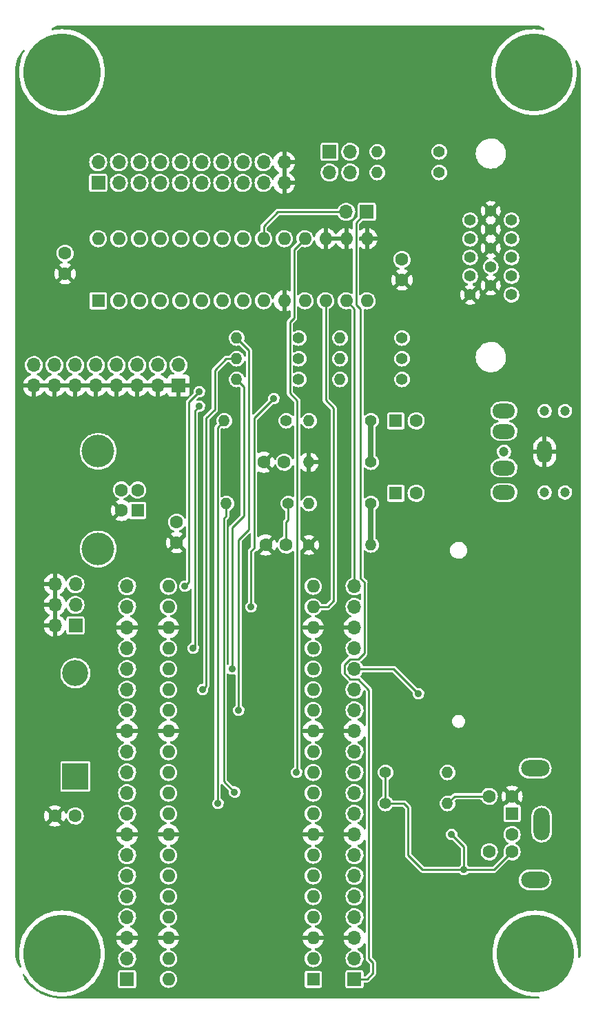
<source format=gbr>
G04 #@! TF.GenerationSoftware,KiCad,Pcbnew,(6.0.1)*
G04 #@! TF.CreationDate,2022-05-17T17:10:53-04:00*
G04 #@! TF.ProjectId,PiPicoMite01,50695069-636f-44d6-9974-6530312e6b69,2*
G04 #@! TF.SameCoordinates,Original*
G04 #@! TF.FileFunction,Copper,L2,Bot*
G04 #@! TF.FilePolarity,Positive*
%FSLAX46Y46*%
G04 Gerber Fmt 4.6, Leading zero omitted, Abs format (unit mm)*
G04 Created by KiCad (PCBNEW (6.0.1)) date 2022-05-17 17:10:53*
%MOMM*%
%LPD*%
G01*
G04 APERTURE LIST*
G04 #@! TA.AperFunction,ComponentPad*
%ADD10C,9.525000*%
G04 #@! TD*
G04 #@! TA.AperFunction,ComponentPad*
%ADD11C,1.397000*%
G04 #@! TD*
G04 #@! TA.AperFunction,ComponentPad*
%ADD12C,1.400000*%
G04 #@! TD*
G04 #@! TA.AperFunction,ComponentPad*
%ADD13O,1.400000X1.400000*%
G04 #@! TD*
G04 #@! TA.AperFunction,ComponentPad*
%ADD14R,1.600000X1.600000*%
G04 #@! TD*
G04 #@! TA.AperFunction,ComponentPad*
%ADD15O,1.600000X1.600000*%
G04 #@! TD*
G04 #@! TA.AperFunction,ComponentPad*
%ADD16C,1.600000*%
G04 #@! TD*
G04 #@! TA.AperFunction,ComponentPad*
%ADD17C,4.000000*%
G04 #@! TD*
G04 #@! TA.AperFunction,ComponentPad*
%ADD18R,1.700000X1.700000*%
G04 #@! TD*
G04 #@! TA.AperFunction,ComponentPad*
%ADD19O,1.700000X1.700000*%
G04 #@! TD*
G04 #@! TA.AperFunction,ComponentPad*
%ADD20R,3.200000X3.200000*%
G04 #@! TD*
G04 #@! TA.AperFunction,ComponentPad*
%ADD21O,3.200000X3.200000*%
G04 #@! TD*
G04 #@! TA.AperFunction,ComponentPad*
%ADD22C,1.200000*%
G04 #@! TD*
G04 #@! TA.AperFunction,ComponentPad*
%ADD23O,2.800000X1.800000*%
G04 #@! TD*
G04 #@! TA.AperFunction,ComponentPad*
%ADD24O,1.800000X2.800000*%
G04 #@! TD*
G04 #@! TA.AperFunction,ComponentPad*
%ADD25O,3.500000X2.000000*%
G04 #@! TD*
G04 #@! TA.AperFunction,ComponentPad*
%ADD26O,2.000000X4.000000*%
G04 #@! TD*
G04 #@! TA.AperFunction,ViaPad*
%ADD27C,0.889000*%
G04 #@! TD*
G04 #@! TA.AperFunction,Conductor*
%ADD28C,0.635000*%
G04 #@! TD*
G04 #@! TA.AperFunction,Conductor*
%ADD29C,0.254000*%
G04 #@! TD*
G04 APERTURE END LIST*
D10*
X119000000Y-8000000D03*
X177165000Y-116205000D03*
X119000000Y-116205000D03*
X177000000Y-8000000D03*
D11*
X169157590Y-26169620D03*
X169157590Y-28460700D03*
X169157590Y-30746700D03*
X169157590Y-33040320D03*
X169157590Y-35328860D03*
X171697590Y-25024080D03*
X171697590Y-27315160D03*
X171697590Y-29606240D03*
X171697590Y-31894780D03*
X171697590Y-34185860D03*
X174237590Y-26169620D03*
X174237590Y-28460700D03*
X174235050Y-30749240D03*
X174237590Y-33040320D03*
X174237590Y-35328860D03*
D12*
X148082000Y-40640000D03*
D13*
X140462000Y-40640000D03*
D12*
X148082000Y-43180000D03*
D13*
X140462000Y-43180000D03*
D12*
X146812000Y-60960000D03*
D13*
X139192000Y-60960000D03*
D12*
X148082000Y-45720000D03*
D13*
X140462000Y-45720000D03*
D12*
X160782000Y-40640000D03*
D13*
X153162000Y-40640000D03*
D12*
X160782000Y-43180000D03*
D13*
X153162000Y-43180000D03*
D12*
X160782000Y-45720000D03*
D13*
X153162000Y-45720000D03*
D14*
X149865000Y-119375000D03*
D15*
X149865000Y-116835000D03*
X149865000Y-114295000D03*
X149865000Y-111755000D03*
X149865000Y-109215000D03*
X149865000Y-106675000D03*
X149865000Y-104135000D03*
X149865000Y-101595000D03*
X149865000Y-99055000D03*
X149865000Y-96515000D03*
X149865000Y-93975000D03*
X149865000Y-91435000D03*
X149865000Y-88895000D03*
X149865000Y-86355000D03*
X149865000Y-83815000D03*
X149865000Y-81275000D03*
X149865000Y-78735000D03*
X149865000Y-76195000D03*
X149865000Y-73655000D03*
X149865000Y-71115000D03*
X132085000Y-71115000D03*
X132085000Y-73655000D03*
X132085000Y-76195000D03*
X132085000Y-78735000D03*
X132085000Y-81275000D03*
X132085000Y-83815000D03*
X132085000Y-86355000D03*
X132085000Y-88895000D03*
X132085000Y-91435000D03*
X132085000Y-93975000D03*
X132085000Y-96515000D03*
X132085000Y-99055000D03*
X132085000Y-101595000D03*
X132085000Y-104135000D03*
X132085000Y-106675000D03*
X132085000Y-109215000D03*
X132085000Y-111755000D03*
X132085000Y-114295000D03*
X132085000Y-116835000D03*
X132085000Y-119375000D03*
D14*
X128304000Y-61798000D03*
D16*
X128304000Y-59298000D03*
X126304000Y-59298000D03*
X126304000Y-61798000D03*
D17*
X123444000Y-54548000D03*
X123444000Y-66548000D03*
D16*
X120630000Y-99314000D03*
X118130000Y-99314000D03*
D14*
X160020000Y-59690000D03*
D16*
X162520000Y-59690000D03*
X146538000Y-66040000D03*
X144038000Y-66040000D03*
X133096000Y-63266000D03*
X133096000Y-65766000D03*
X160782000Y-31008000D03*
X160782000Y-33508000D03*
X119380000Y-30246000D03*
X119380000Y-32746000D03*
D12*
X156972000Y-55880000D03*
D13*
X149352000Y-55880000D03*
D12*
X156972000Y-60960000D03*
D13*
X149352000Y-60960000D03*
D18*
X156464000Y-25146000D03*
D19*
X153924000Y-25146000D03*
D18*
X133335000Y-46502000D03*
D19*
X133335000Y-43962000D03*
X130795000Y-46502000D03*
X130795000Y-43962000D03*
X128255000Y-46502000D03*
X128255000Y-43962000D03*
X125715000Y-46502000D03*
X125715000Y-43962000D03*
X123175000Y-46502000D03*
X123175000Y-43962000D03*
X120635000Y-46502000D03*
X120635000Y-43962000D03*
X118095000Y-46502000D03*
X118095000Y-43962000D03*
X115555000Y-46502000D03*
X115555000Y-43962000D03*
D20*
X120650000Y-94488000D03*
D21*
X120650000Y-81788000D03*
D16*
X146304000Y-55880000D03*
X143804000Y-55880000D03*
D22*
X178308000Y-59610000D03*
X178308000Y-49610000D03*
X180808000Y-49610000D03*
X180808000Y-59610000D03*
X173308000Y-54610000D03*
D23*
X173308000Y-59610000D03*
X173308000Y-56610000D03*
D24*
X178308000Y-54610000D03*
D23*
X173308000Y-49610000D03*
X173308000Y-52110000D03*
D12*
X165354000Y-17780000D03*
D13*
X157734000Y-17780000D03*
D12*
X165354000Y-20320000D03*
D13*
X157734000Y-20320000D03*
D18*
X127000000Y-119380000D03*
D19*
X127000000Y-116840000D03*
X127000000Y-114300000D03*
X127000000Y-111760000D03*
X127000000Y-109220000D03*
X127000000Y-106680000D03*
X127000000Y-104140000D03*
X127000000Y-101600000D03*
X127000000Y-99060000D03*
X127000000Y-96520000D03*
X127000000Y-93980000D03*
X127000000Y-91440000D03*
X127000000Y-88900000D03*
X127000000Y-86360000D03*
X127000000Y-83820000D03*
X127000000Y-81280000D03*
X127000000Y-78740000D03*
X127000000Y-76200000D03*
X127000000Y-73660000D03*
X127000000Y-71120000D03*
D12*
X149352000Y-66040000D03*
D13*
X156972000Y-66040000D03*
D18*
X151887000Y-17775000D03*
D19*
X154427000Y-17775000D03*
X151887000Y-20315000D03*
X154427000Y-20315000D03*
D12*
X158750000Y-93980000D03*
D13*
X166370000Y-93980000D03*
D18*
X123449000Y-21595000D03*
D19*
X123449000Y-19055000D03*
X125989000Y-21595000D03*
X125989000Y-19055000D03*
X128529000Y-21595000D03*
X128529000Y-19055000D03*
X131069000Y-21595000D03*
X131069000Y-19055000D03*
X133609000Y-21595000D03*
X133609000Y-19055000D03*
X136149000Y-21595000D03*
X136149000Y-19055000D03*
X138689000Y-21595000D03*
X138689000Y-19055000D03*
X141229000Y-21595000D03*
X141229000Y-19055000D03*
X143769000Y-21595000D03*
X143769000Y-19055000D03*
X146309000Y-21595000D03*
X146309000Y-19055000D03*
D14*
X123454000Y-36058000D03*
D15*
X125994000Y-36058000D03*
X128534000Y-36058000D03*
X131074000Y-36058000D03*
X133614000Y-36058000D03*
X136154000Y-36058000D03*
X138694000Y-36058000D03*
X141234000Y-36058000D03*
X143774000Y-36058000D03*
X146314000Y-36058000D03*
X148854000Y-36058000D03*
X151394000Y-36058000D03*
X153934000Y-36058000D03*
X156474000Y-36058000D03*
X156474000Y-28438000D03*
X153934000Y-28438000D03*
X151394000Y-28438000D03*
X148854000Y-28438000D03*
X146314000Y-28438000D03*
X143774000Y-28438000D03*
X141234000Y-28438000D03*
X138694000Y-28438000D03*
X136154000Y-28438000D03*
X133614000Y-28438000D03*
X131074000Y-28438000D03*
X128534000Y-28438000D03*
X125994000Y-28438000D03*
X123454000Y-28438000D03*
D12*
X158750000Y-97790000D03*
D13*
X166370000Y-97790000D03*
D14*
X160020000Y-50800000D03*
D16*
X162520000Y-50800000D03*
D18*
X120655000Y-75946000D03*
D19*
X118115000Y-75946000D03*
X120655000Y-73406000D03*
X118115000Y-73406000D03*
X120655000Y-70866000D03*
X118115000Y-70866000D03*
D14*
X174301000Y-99020000D03*
D16*
X174301000Y-101620000D03*
X174301000Y-96920000D03*
X174301000Y-103720000D03*
X171501000Y-96920000D03*
X171501000Y-103720000D03*
D25*
X177151000Y-107170000D03*
X177151000Y-93470000D03*
D26*
X177951000Y-100320000D03*
D12*
X156972000Y-50800000D03*
D13*
X149352000Y-50800000D03*
D12*
X146558000Y-50800000D03*
D13*
X138938000Y-50800000D03*
D18*
X154940000Y-119375000D03*
D19*
X154940000Y-116835000D03*
X154940000Y-114295000D03*
X154940000Y-111755000D03*
X154940000Y-109215000D03*
X154940000Y-106675000D03*
X154940000Y-104135000D03*
X154940000Y-101595000D03*
X154940000Y-99055000D03*
X154940000Y-96515000D03*
X154940000Y-93975000D03*
X154940000Y-91435000D03*
X154940000Y-88895000D03*
X154940000Y-86355000D03*
X154940000Y-83815000D03*
X154940000Y-81275000D03*
X154940000Y-78735000D03*
X154940000Y-76195000D03*
X154940000Y-73655000D03*
X154940000Y-71115000D03*
D27*
X163322000Y-81788000D03*
X160020000Y-110490000D03*
X163068000Y-74422000D03*
X162814000Y-84328000D03*
X138176000Y-97790000D03*
X140208000Y-96393000D03*
X140716000Y-86360000D03*
X136276000Y-83815000D03*
X139891000Y-81280000D03*
X135128000Y-78740000D03*
X135890000Y-49022000D03*
X145034000Y-48069000D03*
X142240000Y-73660000D03*
X147828000Y-93980000D03*
X134112000Y-71120000D03*
X135890000Y-47244000D03*
X166878000Y-101600000D03*
X168402000Y-105918000D03*
D28*
X156972000Y-66040000D02*
X156972000Y-60960000D01*
X156972000Y-55880000D02*
X156972000Y-50800000D01*
D29*
X162814000Y-84328000D02*
X159761000Y-81275000D01*
X159761000Y-81275000D02*
X154940000Y-81275000D01*
X157226000Y-118618000D02*
X156469000Y-119375000D01*
X153709489Y-80765305D02*
X153709489Y-81784695D01*
X155702000Y-70136794D02*
X156170511Y-70605305D01*
X156170511Y-70605305D02*
X156170511Y-76747489D01*
X155449695Y-80044489D02*
X154430305Y-80044489D01*
X156469000Y-119375000D02*
X154940000Y-119375000D01*
X157226000Y-117348000D02*
X157226000Y-118618000D01*
X153709489Y-81784695D02*
X154430305Y-82505511D01*
X154430305Y-82505511D02*
X155370717Y-82505511D01*
X155114511Y-26495489D02*
X155114511Y-36520769D01*
X156464000Y-25146000D02*
X155114511Y-26495489D01*
X155114511Y-36520769D02*
X155702000Y-37108258D01*
X156718000Y-116840000D02*
X157226000Y-117348000D01*
X154430305Y-80044489D02*
X153709489Y-80765305D01*
X155702000Y-37108258D02*
X155702000Y-70136794D01*
X155370717Y-82505511D02*
X156718000Y-83852794D01*
X156170511Y-76747489D02*
X156170511Y-79323673D01*
X156170511Y-79323673D02*
X155449695Y-80044489D01*
X156718000Y-83852794D02*
X156718000Y-116840000D01*
X138111489Y-97725489D02*
X138111489Y-51626511D01*
X138111489Y-51626511D02*
X138938000Y-50800000D01*
X138176000Y-97790000D02*
X138111489Y-97725489D01*
X138875489Y-62802489D02*
X138875489Y-95060489D01*
X139192000Y-60960000D02*
X139192000Y-62485978D01*
X138875489Y-95060489D02*
X140208000Y-96393000D01*
X139192000Y-62485978D02*
X138875489Y-62802489D01*
X152400000Y-72898000D02*
X152400000Y-49276000D01*
X151394000Y-36058000D02*
X151394000Y-48270000D01*
X151643000Y-73655000D02*
X152400000Y-72898000D01*
X149865000Y-73655000D02*
X151643000Y-73655000D01*
X151394000Y-48270000D02*
X152400000Y-49276000D01*
X154940000Y-71115000D02*
X154940000Y-37064000D01*
X154940000Y-37064000D02*
X153934000Y-36058000D01*
X140716000Y-65405000D02*
X141986000Y-64135000D01*
X141986000Y-64135000D02*
X141986000Y-42164000D01*
X140716000Y-86360000D02*
X140716000Y-65405000D01*
X141986000Y-42164000D02*
X140462000Y-40640000D01*
X137795000Y-44577000D02*
X139192000Y-43180000D01*
X136715011Y-50482989D02*
X137795000Y-49403000D01*
X137795000Y-49403000D02*
X137795000Y-44577000D01*
X136715011Y-83365989D02*
X136715011Y-52768989D01*
X139192000Y-43180000D02*
X140462000Y-43180000D01*
X136271000Y-83810000D02*
X136715011Y-83365989D01*
X136715011Y-52768989D02*
X136715011Y-50482989D01*
X136276000Y-83815000D02*
X136271000Y-83810000D01*
X143774000Y-26914000D02*
X145542000Y-25146000D01*
X145542000Y-25146000D02*
X153924000Y-25146000D01*
X143774000Y-28438000D02*
X143774000Y-26914000D01*
X139891000Y-63944000D02*
X141351000Y-62484000D01*
X141351000Y-46609000D02*
X140462000Y-45720000D01*
X139891000Y-81280000D02*
X139891000Y-63944000D01*
X141351000Y-62484000D02*
X141351000Y-46609000D01*
X135318989Y-49593011D02*
X135318989Y-78549011D01*
X135890000Y-49022000D02*
X135318989Y-49593011D01*
X135318989Y-78549011D02*
X135128000Y-78740000D01*
X142240000Y-73660000D02*
X142240000Y-66802000D01*
X142623489Y-66418511D02*
X142623489Y-50479511D01*
X142240000Y-66802000D02*
X142623489Y-66418511D01*
X142623489Y-50479511D02*
X145034000Y-48069000D01*
X147892511Y-93915489D02*
X147892511Y-48324511D01*
X147001489Y-47433489D02*
X147001489Y-38672511D01*
X147892511Y-48324511D02*
X147001489Y-47433489D01*
X147001489Y-38672511D02*
X147494511Y-38179489D01*
X147828000Y-93980000D02*
X147892511Y-93915489D01*
X147494511Y-38179489D02*
X147494511Y-29797489D01*
X147494511Y-29797489D02*
X148854000Y-28438000D01*
X134112000Y-71120000D02*
X134620000Y-70612000D01*
X134620000Y-70612000D02*
X134620000Y-48514000D01*
X134620000Y-48514000D02*
X135890000Y-47244000D01*
X146538000Y-63266000D02*
X146812000Y-62992000D01*
X146812000Y-60960000D02*
X146812000Y-62992000D01*
X146538000Y-66040000D02*
X146538000Y-63266000D01*
X167240000Y-96920000D02*
X166370000Y-97790000D01*
X171501000Y-96920000D02*
X167240000Y-96920000D01*
X163322000Y-105918000D02*
X168402000Y-105918000D01*
X158750000Y-97790000D02*
X161036000Y-97790000D01*
X161036000Y-97790000D02*
X161544000Y-98298000D01*
X158750000Y-97790000D02*
X158750000Y-93980000D01*
X168402000Y-103124000D02*
X168402000Y-105918000D01*
X172103000Y-105918000D02*
X174301000Y-103720000D01*
X161544000Y-104140000D02*
X163322000Y-105918000D01*
X168402000Y-105918000D02*
X172103000Y-105918000D01*
X166878000Y-101600000D02*
X168402000Y-103124000D01*
X161544000Y-98298000D02*
X161544000Y-104140000D01*
G04 #@! TA.AperFunction,Conductor*
G36*
X176987153Y-2256421D02*
G01*
X177000000Y-2258976D01*
X177012172Y-2256555D01*
X177021195Y-2256555D01*
X177035786Y-2255406D01*
X177225125Y-2262845D01*
X177445876Y-2271519D01*
X177455738Y-2272295D01*
X177522998Y-2280255D01*
X177550290Y-2283485D01*
X177591827Y-2295913D01*
X177918923Y-2459461D01*
X178246017Y-2623009D01*
X178298001Y-2671364D01*
X178315590Y-2740148D01*
X178293199Y-2807521D01*
X178237939Y-2852094D01*
X178162398Y-2858720D01*
X177916172Y-2804133D01*
X177913452Y-2803775D01*
X177913447Y-2803774D01*
X177742577Y-2781279D01*
X177459836Y-2744055D01*
X177457087Y-2743935D01*
X177457076Y-2743934D01*
X177002748Y-2724098D01*
X177000000Y-2723978D01*
X176997252Y-2724098D01*
X176542924Y-2743934D01*
X176542913Y-2743935D01*
X176540164Y-2744055D01*
X176257423Y-2781279D01*
X176086553Y-2803774D01*
X176086548Y-2803775D01*
X176083828Y-2804133D01*
X175634465Y-2903754D01*
X175631840Y-2904582D01*
X175631835Y-2904583D01*
X175198122Y-3041332D01*
X175198114Y-3041335D01*
X175195494Y-3042161D01*
X174770257Y-3218300D01*
X174361989Y-3430831D01*
X173973798Y-3678136D01*
X173742253Y-3855807D01*
X173610806Y-3956669D01*
X173610800Y-3956674D01*
X173608638Y-3958333D01*
X173269289Y-4269289D01*
X172958333Y-4608638D01*
X172956674Y-4610800D01*
X172956669Y-4610806D01*
X172938637Y-4634306D01*
X172678136Y-4973798D01*
X172430831Y-5361989D01*
X172218300Y-5770257D01*
X172042161Y-6195494D01*
X172041335Y-6198114D01*
X172041332Y-6198122D01*
X171923009Y-6573396D01*
X171903754Y-6634465D01*
X171804133Y-7083828D01*
X171803775Y-7086548D01*
X171803774Y-7086553D01*
X171801209Y-7106038D01*
X171744055Y-7540164D01*
X171743935Y-7542913D01*
X171743934Y-7542924D01*
X171743445Y-7554124D01*
X171723978Y-8000000D01*
X171744055Y-8459836D01*
X171804133Y-8916172D01*
X171903754Y-9365535D01*
X172042161Y-9804506D01*
X172218300Y-10229743D01*
X172430831Y-10638011D01*
X172678136Y-11026202D01*
X172958333Y-11391362D01*
X173269289Y-11730711D01*
X173608638Y-12041667D01*
X173610800Y-12043326D01*
X173610806Y-12043331D01*
X173734853Y-12138515D01*
X173973798Y-12321864D01*
X174361989Y-12569169D01*
X174770257Y-12781700D01*
X175195494Y-12957839D01*
X175198114Y-12958665D01*
X175198122Y-12958668D01*
X175631835Y-13095417D01*
X175631840Y-13095418D01*
X175634465Y-13096246D01*
X176083828Y-13195867D01*
X176086548Y-13196225D01*
X176086553Y-13196226D01*
X176257423Y-13218721D01*
X176540164Y-13255945D01*
X176542913Y-13256065D01*
X176542924Y-13256066D01*
X176997252Y-13275902D01*
X177000000Y-13276022D01*
X177002748Y-13275902D01*
X177457076Y-13256066D01*
X177457087Y-13256065D01*
X177459836Y-13255945D01*
X177742577Y-13218721D01*
X177913447Y-13196226D01*
X177913452Y-13196225D01*
X177916172Y-13195867D01*
X178365535Y-13096246D01*
X178368160Y-13095418D01*
X178368165Y-13095417D01*
X178801878Y-12958668D01*
X178801886Y-12958665D01*
X178804506Y-12957839D01*
X179229743Y-12781700D01*
X179638011Y-12569169D01*
X180026202Y-12321864D01*
X180265147Y-12138515D01*
X180389194Y-12043331D01*
X180389200Y-12043326D01*
X180391362Y-12041667D01*
X180730711Y-11730711D01*
X181041667Y-11391362D01*
X181321864Y-11026202D01*
X181569169Y-10638011D01*
X181781700Y-10229743D01*
X181957839Y-9804506D01*
X182096246Y-9365535D01*
X182195867Y-8916172D01*
X182255945Y-8459836D01*
X182276022Y-8000000D01*
X182256555Y-7554124D01*
X182256066Y-7542924D01*
X182256065Y-7542913D01*
X182255945Y-7540164D01*
X182198791Y-7106038D01*
X182196226Y-7086553D01*
X182196225Y-7086548D01*
X182195867Y-7083828D01*
X182101628Y-6658740D01*
X182106412Y-6587905D01*
X182148733Y-6530901D01*
X182215154Y-6505827D01*
X182284587Y-6520643D01*
X182336460Y-6573396D01*
X182683761Y-7242136D01*
X182697067Y-7285395D01*
X182727705Y-7544262D01*
X182728481Y-7554124D01*
X182744594Y-7964210D01*
X182743445Y-7978805D01*
X182743445Y-7987828D01*
X182741024Y-8000000D01*
X182743445Y-8012170D01*
X182743579Y-8012844D01*
X182746000Y-8037425D01*
X182746000Y-115962575D01*
X182743579Y-115987153D01*
X182741024Y-116000000D01*
X182743445Y-116012172D01*
X182743445Y-116021195D01*
X182744594Y-116035786D01*
X182742173Y-116097409D01*
X182728481Y-116445876D01*
X182727705Y-116455738D01*
X182720277Y-116518502D01*
X182708526Y-116558664D01*
X182663414Y-116651706D01*
X182615696Y-116704276D01*
X182547133Y-116722701D01*
X182479491Y-116701134D01*
X182434248Y-116646421D01*
X182424158Y-116591239D01*
X182425581Y-116558664D01*
X182441022Y-116205000D01*
X182436341Y-116097779D01*
X182421066Y-115747924D01*
X182421065Y-115747913D01*
X182420945Y-115745164D01*
X182360867Y-115288828D01*
X182261246Y-114839465D01*
X182250779Y-114806267D01*
X182123668Y-114403122D01*
X182123665Y-114403114D01*
X182122839Y-114400494D01*
X181946700Y-113975257D01*
X181734169Y-113566989D01*
X181486864Y-113178798D01*
X181257636Y-112880062D01*
X181208331Y-112815806D01*
X181208326Y-112815800D01*
X181206667Y-112813638D01*
X180895711Y-112474289D01*
X180556362Y-112163333D01*
X180554200Y-112161674D01*
X180554194Y-112161669D01*
X180368192Y-112018945D01*
X180191202Y-111883136D01*
X179803011Y-111635831D01*
X179394743Y-111423300D01*
X178969506Y-111247161D01*
X178966886Y-111246335D01*
X178966878Y-111246332D01*
X178533165Y-111109583D01*
X178533160Y-111109582D01*
X178530535Y-111108754D01*
X178081172Y-111009133D01*
X178078452Y-111008775D01*
X178078447Y-111008774D01*
X177907577Y-110986279D01*
X177624836Y-110949055D01*
X177622087Y-110948935D01*
X177622076Y-110948934D01*
X177167748Y-110929098D01*
X177165000Y-110928978D01*
X177162252Y-110929098D01*
X176707924Y-110948934D01*
X176707913Y-110948935D01*
X176705164Y-110949055D01*
X176422423Y-110986279D01*
X176251553Y-111008774D01*
X176251548Y-111008775D01*
X176248828Y-111009133D01*
X175799465Y-111108754D01*
X175796840Y-111109582D01*
X175796835Y-111109583D01*
X175363122Y-111246332D01*
X175363114Y-111246335D01*
X175360494Y-111247161D01*
X174935257Y-111423300D01*
X174526989Y-111635831D01*
X174138798Y-111883136D01*
X173961808Y-112018945D01*
X173775806Y-112161669D01*
X173775800Y-112161674D01*
X173773638Y-112163333D01*
X173434289Y-112474289D01*
X173123333Y-112813638D01*
X173121674Y-112815800D01*
X173121669Y-112815806D01*
X173072364Y-112880062D01*
X172843136Y-113178798D01*
X172595831Y-113566989D01*
X172383300Y-113975257D01*
X172207161Y-114400494D01*
X172206335Y-114403114D01*
X172206332Y-114403122D01*
X172079221Y-114806267D01*
X172068754Y-114839465D01*
X171969133Y-115288828D01*
X171909055Y-115745164D01*
X171908935Y-115747913D01*
X171908934Y-115747924D01*
X171893659Y-116097779D01*
X171888978Y-116205000D01*
X171889098Y-116207748D01*
X171908482Y-116651706D01*
X171909055Y-116664836D01*
X171939195Y-116893772D01*
X171968170Y-117113854D01*
X171969133Y-117121172D01*
X172068754Y-117570535D01*
X172069582Y-117573160D01*
X172069583Y-117573165D01*
X172187606Y-117947485D01*
X172207161Y-118009506D01*
X172383300Y-118434743D01*
X172595831Y-118843011D01*
X172843136Y-119231202D01*
X173026485Y-119470147D01*
X173100249Y-119566278D01*
X173123333Y-119596362D01*
X173434289Y-119935711D01*
X173773638Y-120246667D01*
X173775800Y-120248326D01*
X173775806Y-120248331D01*
X173874813Y-120324301D01*
X174138798Y-120526864D01*
X174526989Y-120774169D01*
X174935257Y-120986700D01*
X175360494Y-121162839D01*
X175363114Y-121163665D01*
X175363122Y-121163668D01*
X175796835Y-121300417D01*
X175796840Y-121300418D01*
X175799465Y-121301246D01*
X176248828Y-121400867D01*
X176251548Y-121401225D01*
X176251553Y-121401226D01*
X176393496Y-121419913D01*
X176705164Y-121460945D01*
X176707913Y-121461065D01*
X176707924Y-121461066D01*
X177162252Y-121480902D01*
X177165000Y-121481022D01*
X177535624Y-121464840D01*
X177604551Y-121481852D01*
X177653340Y-121533428D01*
X177666500Y-121603194D01*
X177639852Y-121669000D01*
X177581857Y-121709953D01*
X177555928Y-121715847D01*
X177455738Y-121727705D01*
X177445876Y-121728481D01*
X177225125Y-121737155D01*
X177035786Y-121744594D01*
X177021195Y-121743445D01*
X177012172Y-121743445D01*
X177000000Y-121741024D01*
X176987153Y-121743579D01*
X176962575Y-121746000D01*
X119037425Y-121746000D01*
X119012847Y-121743579D01*
X119000000Y-121741024D01*
X118987828Y-121743445D01*
X118978805Y-121743445D01*
X118964214Y-121744594D01*
X118774875Y-121737155D01*
X118554124Y-121728481D01*
X118544261Y-121727705D01*
X118106038Y-121675838D01*
X118096267Y-121674290D01*
X117663476Y-121588203D01*
X117653855Y-121585893D01*
X117229155Y-121466115D01*
X117219746Y-121463058D01*
X116805744Y-121310325D01*
X116796604Y-121306539D01*
X116783325Y-121300417D01*
X116395858Y-121121793D01*
X116387045Y-121117302D01*
X116002048Y-120901693D01*
X115993612Y-120896524D01*
X115918267Y-120846180D01*
X115626697Y-120651359D01*
X115618708Y-120645555D01*
X115414411Y-120484500D01*
X115272161Y-120372359D01*
X115264638Y-120365934D01*
X115017699Y-120137667D01*
X114940588Y-120066386D01*
X114933614Y-120059412D01*
X114699343Y-119805979D01*
X114634066Y-119735362D01*
X114627641Y-119727839D01*
X114414851Y-119457917D01*
X114397808Y-119429120D01*
X114373369Y-119371512D01*
X114312860Y-119228885D01*
X114157896Y-118863611D01*
X114149705Y-118793089D01*
X114180941Y-118729333D01*
X114241688Y-118692586D01*
X114312659Y-118694515D01*
X114371320Y-118734507D01*
X114385646Y-118756211D01*
X114430831Y-118843011D01*
X114678136Y-119231202D01*
X114861485Y-119470147D01*
X114935249Y-119566278D01*
X114958333Y-119596362D01*
X115269289Y-119935711D01*
X115608638Y-120246667D01*
X115610800Y-120248326D01*
X115610806Y-120248331D01*
X115709813Y-120324301D01*
X115973798Y-120526864D01*
X116361989Y-120774169D01*
X116770257Y-120986700D01*
X117195494Y-121162839D01*
X117198114Y-121163665D01*
X117198122Y-121163668D01*
X117631835Y-121300417D01*
X117631840Y-121300418D01*
X117634465Y-121301246D01*
X118083828Y-121400867D01*
X118086548Y-121401225D01*
X118086553Y-121401226D01*
X118228496Y-121419913D01*
X118540164Y-121460945D01*
X118542913Y-121461065D01*
X118542924Y-121461066D01*
X118997252Y-121480902D01*
X119000000Y-121481022D01*
X119002748Y-121480902D01*
X119457076Y-121461066D01*
X119457087Y-121461065D01*
X119459836Y-121460945D01*
X119771504Y-121419913D01*
X119913447Y-121401226D01*
X119913452Y-121401225D01*
X119916172Y-121400867D01*
X120365535Y-121301246D01*
X120368160Y-121300418D01*
X120368165Y-121300417D01*
X120801878Y-121163668D01*
X120801886Y-121163665D01*
X120804506Y-121162839D01*
X121229743Y-120986700D01*
X121638011Y-120774169D01*
X122026202Y-120526864D01*
X122290187Y-120324301D01*
X122389194Y-120248331D01*
X122389200Y-120248326D01*
X122391362Y-120246667D01*
X122730711Y-119935711D01*
X123041667Y-119596362D01*
X123064752Y-119566278D01*
X123138515Y-119470147D01*
X123321864Y-119231202D01*
X123569169Y-118843011D01*
X123745161Y-118504933D01*
X125895500Y-118504933D01*
X125895501Y-120255066D01*
X125910266Y-120329301D01*
X125917161Y-120339620D01*
X125917162Y-120339622D01*
X125936988Y-120369293D01*
X125966516Y-120413484D01*
X126050699Y-120469734D01*
X126124933Y-120484500D01*
X126999858Y-120484500D01*
X127875066Y-120484499D01*
X127910818Y-120477388D01*
X127937126Y-120472156D01*
X127937128Y-120472155D01*
X127949301Y-120469734D01*
X127959621Y-120462839D01*
X127959622Y-120462838D01*
X128023168Y-120420377D01*
X128033484Y-120413484D01*
X128089734Y-120329301D01*
X128104500Y-120255067D01*
X128104499Y-119360206D01*
X131025501Y-119360206D01*
X131042806Y-119566278D01*
X131099807Y-119765066D01*
X131102625Y-119770548D01*
X131102626Y-119770552D01*
X131191514Y-119943509D01*
X131191517Y-119943513D01*
X131194334Y-119948995D01*
X131322786Y-120111061D01*
X131327479Y-120115055D01*
X131327480Y-120115056D01*
X131420095Y-120193877D01*
X131480271Y-120245091D01*
X131660789Y-120345980D01*
X131857466Y-120409884D01*
X132062809Y-120434370D01*
X132068944Y-120433898D01*
X132068946Y-120433898D01*
X132262856Y-120418977D01*
X132262860Y-120418976D01*
X132268998Y-120418504D01*
X132468178Y-120362892D01*
X132473682Y-120360112D01*
X132473684Y-120360111D01*
X132647262Y-120272431D01*
X132647264Y-120272430D01*
X132652763Y-120269652D01*
X132815722Y-120142334D01*
X132819748Y-120137670D01*
X132819751Y-120137667D01*
X132946819Y-119990457D01*
X132946820Y-119990455D01*
X132950848Y-119985789D01*
X133009525Y-119882500D01*
X133049950Y-119811340D01*
X133049952Y-119811336D01*
X133052995Y-119805979D01*
X133108544Y-119638992D01*
X133116325Y-119615601D01*
X133116326Y-119615598D01*
X133118270Y-119609753D01*
X133144189Y-119404586D01*
X133144602Y-119375000D01*
X133124422Y-119169189D01*
X133064651Y-118971217D01*
X132973672Y-118800110D01*
X132970459Y-118794067D01*
X132970457Y-118794064D01*
X132967565Y-118788625D01*
X132963674Y-118783855D01*
X132963672Y-118783851D01*
X132840758Y-118633143D01*
X132840755Y-118633140D01*
X132836863Y-118628368D01*
X132829966Y-118622662D01*
X132742052Y-118549933D01*
X148810500Y-118549933D01*
X148810501Y-120200066D01*
X148817612Y-120235818D01*
X148822648Y-120261137D01*
X148825266Y-120274301D01*
X148832161Y-120284620D01*
X148832162Y-120284622D01*
X148853881Y-120317126D01*
X148881516Y-120358484D01*
X148965699Y-120414734D01*
X149039933Y-120429500D01*
X149864866Y-120429500D01*
X150690066Y-120429499D01*
X150725818Y-120422388D01*
X150752126Y-120417156D01*
X150752128Y-120417155D01*
X150764301Y-120414734D01*
X150774621Y-120407839D01*
X150774622Y-120407838D01*
X150838168Y-120365377D01*
X150848484Y-120358484D01*
X150904734Y-120274301D01*
X150919500Y-120200067D01*
X150919499Y-118549934D01*
X150910549Y-118504933D01*
X150907156Y-118487874D01*
X150907155Y-118487872D01*
X150904734Y-118475699D01*
X150882800Y-118442872D01*
X150855377Y-118401832D01*
X150848484Y-118391516D01*
X150764301Y-118335266D01*
X150690067Y-118320500D01*
X149865134Y-118320500D01*
X149039934Y-118320501D01*
X149004182Y-118327612D01*
X148977874Y-118332844D01*
X148977872Y-118332845D01*
X148965699Y-118335266D01*
X148955379Y-118342161D01*
X148955378Y-118342162D01*
X148894985Y-118382516D01*
X148881516Y-118391516D01*
X148825266Y-118475699D01*
X148810500Y-118549933D01*
X132742052Y-118549933D01*
X132682271Y-118500478D01*
X132682266Y-118500475D01*
X132677522Y-118496550D01*
X132672103Y-118493620D01*
X132672100Y-118493618D01*
X132501032Y-118401122D01*
X132501027Y-118401120D01*
X132495612Y-118398192D01*
X132298063Y-118337040D01*
X132291938Y-118336396D01*
X132291937Y-118336396D01*
X132098526Y-118316068D01*
X132098524Y-118316068D01*
X132092397Y-118315424D01*
X131966229Y-118326906D01*
X131892591Y-118333607D01*
X131892590Y-118333607D01*
X131886450Y-118334166D01*
X131688066Y-118392554D01*
X131682601Y-118395411D01*
X131510261Y-118485508D01*
X131510257Y-118485511D01*
X131504801Y-118488363D01*
X131500001Y-118492223D01*
X131500000Y-118492223D01*
X131491739Y-118498865D01*
X131343635Y-118617943D01*
X131210708Y-118776360D01*
X131111082Y-118957578D01*
X131048553Y-119154696D01*
X131025501Y-119360206D01*
X128104499Y-119360206D01*
X128104499Y-118504934D01*
X128096632Y-118465380D01*
X128092156Y-118442874D01*
X128092155Y-118442872D01*
X128089734Y-118430699D01*
X128074425Y-118407787D01*
X128040377Y-118356832D01*
X128033484Y-118346516D01*
X127949301Y-118290266D01*
X127875067Y-118275500D01*
X127000142Y-118275500D01*
X126124934Y-118275501D01*
X126089182Y-118282612D01*
X126062874Y-118287844D01*
X126062872Y-118287845D01*
X126050699Y-118290266D01*
X126040379Y-118297161D01*
X126040378Y-118297162D01*
X126003645Y-118321707D01*
X125966516Y-118346516D01*
X125959623Y-118356832D01*
X125925576Y-118407787D01*
X125910266Y-118430699D01*
X125895500Y-118504933D01*
X123745161Y-118504933D01*
X123781700Y-118434743D01*
X123957839Y-118009506D01*
X123977395Y-117947485D01*
X124095417Y-117573165D01*
X124095418Y-117573160D01*
X124096246Y-117570535D01*
X124195867Y-117121172D01*
X124196831Y-117113854D01*
X124225805Y-116893772D01*
X124255945Y-116664836D01*
X124256519Y-116651706D01*
X124275902Y-116207748D01*
X124276022Y-116205000D01*
X124271341Y-116097779D01*
X124256066Y-115747924D01*
X124256065Y-115747913D01*
X124255945Y-115745164D01*
X124195867Y-115288828D01*
X124096246Y-114839465D01*
X124085779Y-114806267D01*
X124010643Y-114567966D01*
X125668257Y-114567966D01*
X125698565Y-114702446D01*
X125701645Y-114712275D01*
X125781770Y-114909603D01*
X125786413Y-114918794D01*
X125897694Y-115100388D01*
X125903777Y-115108699D01*
X126043213Y-115269667D01*
X126050580Y-115276883D01*
X126214434Y-115412916D01*
X126222881Y-115418831D01*
X126406756Y-115526279D01*
X126416042Y-115530729D01*
X126565124Y-115587657D01*
X126621627Y-115630644D01*
X126645920Y-115697355D01*
X126630290Y-115766610D01*
X126579699Y-115816421D01*
X126563785Y-115823579D01*
X126522463Y-115838824D01*
X126348010Y-115942612D01*
X126343670Y-115946418D01*
X126343666Y-115946421D01*
X126241761Y-116035790D01*
X126195392Y-116076455D01*
X126191817Y-116080990D01*
X126191816Y-116080991D01*
X126185617Y-116088855D01*
X126069720Y-116235869D01*
X126067031Y-116240980D01*
X126067029Y-116240983D01*
X126054073Y-116265609D01*
X125975203Y-116415515D01*
X125915007Y-116609378D01*
X125891148Y-116810964D01*
X125904424Y-117013522D01*
X125905845Y-117019118D01*
X125905846Y-117019123D01*
X125945371Y-117174750D01*
X125954392Y-117210269D01*
X125956809Y-117215512D01*
X126021520Y-117355881D01*
X126039377Y-117394616D01*
X126042710Y-117399332D01*
X126149664Y-117550669D01*
X126156533Y-117560389D01*
X126301938Y-117702035D01*
X126470720Y-117814812D01*
X126476023Y-117817090D01*
X126476026Y-117817092D01*
X126609350Y-117874372D01*
X126657228Y-117894942D01*
X126730244Y-117911464D01*
X126849579Y-117938467D01*
X126849584Y-117938468D01*
X126855216Y-117939742D01*
X126860987Y-117939969D01*
X126860989Y-117939969D01*
X126920756Y-117942317D01*
X127058053Y-117947712D01*
X127158499Y-117933148D01*
X127253231Y-117919413D01*
X127253236Y-117919412D01*
X127258945Y-117918584D01*
X127264409Y-117916729D01*
X127264414Y-117916728D01*
X127445693Y-117855192D01*
X127445698Y-117855190D01*
X127451165Y-117853334D01*
X127456776Y-117850192D01*
X127541089Y-117802974D01*
X127628276Y-117754147D01*
X127638730Y-117745453D01*
X127779913Y-117628031D01*
X127784345Y-117624345D01*
X127808172Y-117595696D01*
X127910453Y-117472718D01*
X127910455Y-117472715D01*
X127914147Y-117468276D01*
X127993445Y-117326679D01*
X128010510Y-117296208D01*
X128010511Y-117296206D01*
X128013334Y-117291165D01*
X128015190Y-117285698D01*
X128015192Y-117285693D01*
X128076728Y-117104414D01*
X128076729Y-117104409D01*
X128078584Y-117098945D01*
X128079412Y-117093236D01*
X128079413Y-117093231D01*
X128099985Y-116951346D01*
X128107712Y-116898053D01*
X128109232Y-116840000D01*
X128094712Y-116681977D01*
X128091187Y-116643613D01*
X128091186Y-116643610D01*
X128090658Y-116637859D01*
X128085852Y-116620817D01*
X128037125Y-116448046D01*
X128037124Y-116448044D01*
X128035557Y-116442487D01*
X128032909Y-116437116D01*
X127948331Y-116265609D01*
X127945776Y-116260428D01*
X127824320Y-116097779D01*
X127675258Y-115959987D01*
X127670375Y-115956906D01*
X127670371Y-115956903D01*
X127518566Y-115861122D01*
X127503581Y-115851667D01*
X127431614Y-115822955D01*
X127375755Y-115779134D01*
X127352455Y-115712069D01*
X127369111Y-115643054D01*
X127420436Y-115594000D01*
X127442098Y-115585239D01*
X127492252Y-115570192D01*
X127501842Y-115566433D01*
X127693095Y-115472739D01*
X127701945Y-115467464D01*
X127875328Y-115343792D01*
X127883200Y-115337139D01*
X128034052Y-115186812D01*
X128040730Y-115178965D01*
X128165003Y-115006020D01*
X128170313Y-114997183D01*
X128264670Y-114806267D01*
X128268469Y-114796672D01*
X128330377Y-114592910D01*
X128332555Y-114582837D01*
X128333986Y-114571962D01*
X128332359Y-114561522D01*
X130802273Y-114561522D01*
X130849764Y-114738761D01*
X130853510Y-114749053D01*
X130945586Y-114946511D01*
X130951069Y-114956007D01*
X131076028Y-115134467D01*
X131083084Y-115142875D01*
X131237125Y-115296916D01*
X131245533Y-115303972D01*
X131423993Y-115428931D01*
X131433489Y-115434414D01*
X131630947Y-115526490D01*
X131641239Y-115530236D01*
X131806015Y-115574387D01*
X131866638Y-115611339D01*
X131897659Y-115675199D01*
X131889231Y-115745694D01*
X131844028Y-115800441D01*
X131808978Y-115816967D01*
X131688066Y-115852554D01*
X131682601Y-115855411D01*
X131510261Y-115945508D01*
X131510257Y-115945511D01*
X131504801Y-115948363D01*
X131343635Y-116077943D01*
X131210708Y-116236360D01*
X131111082Y-116417578D01*
X131048553Y-116614696D01*
X131047867Y-116620813D01*
X131047866Y-116620817D01*
X131026627Y-116810164D01*
X131025501Y-116820206D01*
X131026743Y-116835000D01*
X131041936Y-117015914D01*
X131042806Y-117026278D01*
X131099807Y-117225066D01*
X131102625Y-117230548D01*
X131102626Y-117230552D01*
X131191514Y-117403509D01*
X131191517Y-117403513D01*
X131194334Y-117408995D01*
X131322786Y-117571061D01*
X131327479Y-117575055D01*
X131327480Y-117575056D01*
X131389726Y-117628031D01*
X131480271Y-117705091D01*
X131660789Y-117805980D01*
X131857466Y-117869884D01*
X132062809Y-117894370D01*
X132068944Y-117893898D01*
X132068946Y-117893898D01*
X132262856Y-117878977D01*
X132262860Y-117878976D01*
X132268998Y-117878504D01*
X132468178Y-117822892D01*
X132473682Y-117820112D01*
X132473684Y-117820111D01*
X132647262Y-117732431D01*
X132647264Y-117732430D01*
X132652763Y-117729652D01*
X132815722Y-117602334D01*
X132819748Y-117597670D01*
X132819751Y-117597667D01*
X132946819Y-117450457D01*
X132946820Y-117450455D01*
X132950848Y-117445789D01*
X133018508Y-117326687D01*
X133049950Y-117271340D01*
X133049952Y-117271336D01*
X133052995Y-117265979D01*
X133101120Y-117121308D01*
X133116325Y-117075601D01*
X133116326Y-117075598D01*
X133118270Y-117069753D01*
X133144189Y-116864586D01*
X133144602Y-116835000D01*
X133124422Y-116629189D01*
X133064651Y-116431217D01*
X132971381Y-116255801D01*
X132970459Y-116254067D01*
X132970457Y-116254064D01*
X132967565Y-116248625D01*
X132963674Y-116243855D01*
X132963672Y-116243851D01*
X132840758Y-116093143D01*
X132840755Y-116093140D01*
X132836863Y-116088368D01*
X132827946Y-116080991D01*
X132682271Y-115960478D01*
X132682266Y-115960475D01*
X132677522Y-115956550D01*
X132672103Y-115953620D01*
X132672100Y-115953618D01*
X132501032Y-115861122D01*
X132501027Y-115861120D01*
X132495612Y-115858192D01*
X132360118Y-115816249D01*
X132300959Y-115776999D01*
X132272412Y-115711994D01*
X132283541Y-115641875D01*
X132330812Y-115588904D01*
X132364767Y-115574178D01*
X132528761Y-115530236D01*
X132539053Y-115526490D01*
X132736511Y-115434414D01*
X132746007Y-115428931D01*
X132924467Y-115303972D01*
X132932875Y-115296916D01*
X133086916Y-115142875D01*
X133093972Y-115134467D01*
X133218931Y-114956007D01*
X133224414Y-114946511D01*
X133316490Y-114749053D01*
X133320236Y-114738761D01*
X133366394Y-114566497D01*
X133366275Y-114561522D01*
X148582273Y-114561522D01*
X148629764Y-114738761D01*
X148633510Y-114749053D01*
X148725586Y-114946511D01*
X148731069Y-114956007D01*
X148856028Y-115134467D01*
X148863084Y-115142875D01*
X149017125Y-115296916D01*
X149025533Y-115303972D01*
X149203993Y-115428931D01*
X149213489Y-115434414D01*
X149410947Y-115526490D01*
X149421239Y-115530236D01*
X149586015Y-115574387D01*
X149646638Y-115611339D01*
X149677659Y-115675199D01*
X149669231Y-115745694D01*
X149624028Y-115800441D01*
X149588978Y-115816967D01*
X149468066Y-115852554D01*
X149462601Y-115855411D01*
X149290261Y-115945508D01*
X149290257Y-115945511D01*
X149284801Y-115948363D01*
X149123635Y-116077943D01*
X148990708Y-116236360D01*
X148891082Y-116417578D01*
X148828553Y-116614696D01*
X148827867Y-116620813D01*
X148827866Y-116620817D01*
X148806627Y-116810164D01*
X148805501Y-116820206D01*
X148806743Y-116835000D01*
X148821936Y-117015914D01*
X148822806Y-117026278D01*
X148879807Y-117225066D01*
X148882625Y-117230548D01*
X148882626Y-117230552D01*
X148971514Y-117403509D01*
X148971517Y-117403513D01*
X148974334Y-117408995D01*
X149102786Y-117571061D01*
X149107479Y-117575055D01*
X149107480Y-117575056D01*
X149169726Y-117628031D01*
X149260271Y-117705091D01*
X149440789Y-117805980D01*
X149637466Y-117869884D01*
X149842809Y-117894370D01*
X149848944Y-117893898D01*
X149848946Y-117893898D01*
X150042856Y-117878977D01*
X150042860Y-117878976D01*
X150048998Y-117878504D01*
X150248178Y-117822892D01*
X150253682Y-117820112D01*
X150253684Y-117820111D01*
X150427262Y-117732431D01*
X150427264Y-117732430D01*
X150432763Y-117729652D01*
X150595722Y-117602334D01*
X150599748Y-117597670D01*
X150599751Y-117597667D01*
X150726819Y-117450457D01*
X150726820Y-117450455D01*
X150730848Y-117445789D01*
X150798508Y-117326687D01*
X150829950Y-117271340D01*
X150829952Y-117271336D01*
X150832995Y-117265979D01*
X150881120Y-117121308D01*
X150896325Y-117075601D01*
X150896326Y-117075598D01*
X150898270Y-117069753D01*
X150924189Y-116864586D01*
X150924602Y-116835000D01*
X150904422Y-116629189D01*
X150844651Y-116431217D01*
X150751381Y-116255801D01*
X150750459Y-116254067D01*
X150750457Y-116254064D01*
X150747565Y-116248625D01*
X150743674Y-116243855D01*
X150743672Y-116243851D01*
X150620758Y-116093143D01*
X150620755Y-116093140D01*
X150616863Y-116088368D01*
X150607946Y-116080991D01*
X150462271Y-115960478D01*
X150462266Y-115960475D01*
X150457522Y-115956550D01*
X150452103Y-115953620D01*
X150452100Y-115953618D01*
X150281032Y-115861122D01*
X150281027Y-115861120D01*
X150275612Y-115858192D01*
X150140118Y-115816249D01*
X150080959Y-115776999D01*
X150052412Y-115711994D01*
X150063541Y-115641875D01*
X150110812Y-115588904D01*
X150144767Y-115574178D01*
X150308761Y-115530236D01*
X150319053Y-115526490D01*
X150516511Y-115434414D01*
X150526007Y-115428931D01*
X150704467Y-115303972D01*
X150712875Y-115296916D01*
X150866916Y-115142875D01*
X150873972Y-115134467D01*
X150998931Y-114956007D01*
X151004414Y-114946511D01*
X151096490Y-114749053D01*
X151100236Y-114738761D01*
X151146394Y-114566497D01*
X151146058Y-114552401D01*
X151138116Y-114549000D01*
X148597033Y-114549000D01*
X148583502Y-114552973D01*
X148582273Y-114561522D01*
X133366275Y-114561522D01*
X133366058Y-114552401D01*
X133358116Y-114549000D01*
X130817033Y-114549000D01*
X130803502Y-114552973D01*
X130802273Y-114561522D01*
X128332359Y-114561522D01*
X128331775Y-114557778D01*
X128318617Y-114554000D01*
X125683225Y-114554000D01*
X125669694Y-114557973D01*
X125668257Y-114567966D01*
X124010643Y-114567966D01*
X123958668Y-114403122D01*
X123958665Y-114403114D01*
X123957839Y-114400494D01*
X123806108Y-114034183D01*
X125664389Y-114034183D01*
X125665912Y-114042607D01*
X125678292Y-114046000D01*
X128318344Y-114046000D01*
X128331875Y-114042027D01*
X128333180Y-114032947D01*
X128330808Y-114023503D01*
X130803606Y-114023503D01*
X130803942Y-114037599D01*
X130811884Y-114041000D01*
X133352967Y-114041000D01*
X133366498Y-114037027D01*
X133367727Y-114028478D01*
X133366394Y-114023503D01*
X148583606Y-114023503D01*
X148583942Y-114037599D01*
X148591884Y-114041000D01*
X151132967Y-114041000D01*
X151146498Y-114037027D01*
X151147727Y-114028478D01*
X151100236Y-113851239D01*
X151096490Y-113840947D01*
X151004414Y-113643489D01*
X150998931Y-113633993D01*
X150873972Y-113455533D01*
X150866916Y-113447125D01*
X150712875Y-113293084D01*
X150704467Y-113286028D01*
X150526007Y-113161069D01*
X150516511Y-113155586D01*
X150319053Y-113063510D01*
X150308761Y-113059764D01*
X150143603Y-113015510D01*
X150082980Y-112978558D01*
X150051959Y-112914697D01*
X150060387Y-112844203D01*
X150105590Y-112789456D01*
X150142323Y-112772447D01*
X150248178Y-112742892D01*
X150253682Y-112740112D01*
X150253684Y-112740111D01*
X150427262Y-112652431D01*
X150427264Y-112652430D01*
X150432763Y-112649652D01*
X150595722Y-112522334D01*
X150599748Y-112517670D01*
X150599751Y-112517667D01*
X150726819Y-112370457D01*
X150726820Y-112370455D01*
X150730848Y-112365789D01*
X150781921Y-112275884D01*
X150829950Y-112191340D01*
X150829952Y-112191336D01*
X150832995Y-112185979D01*
X150888559Y-112018945D01*
X150896325Y-111995601D01*
X150896326Y-111995598D01*
X150898270Y-111989753D01*
X150924189Y-111784586D01*
X150924602Y-111755000D01*
X150904422Y-111549189D01*
X150844651Y-111351217D01*
X150751381Y-111175801D01*
X150750459Y-111174067D01*
X150750457Y-111174064D01*
X150747565Y-111168625D01*
X150743674Y-111163855D01*
X150743672Y-111163851D01*
X150620758Y-111013143D01*
X150620755Y-111013140D01*
X150616863Y-111008368D01*
X150607946Y-111000991D01*
X150462271Y-110880478D01*
X150462266Y-110880475D01*
X150457522Y-110876550D01*
X150452103Y-110873620D01*
X150452100Y-110873618D01*
X150281032Y-110781122D01*
X150281027Y-110781120D01*
X150275612Y-110778192D01*
X150078063Y-110717040D01*
X150071938Y-110716396D01*
X150071937Y-110716396D01*
X149878526Y-110696068D01*
X149878524Y-110696068D01*
X149872397Y-110695424D01*
X149746229Y-110706906D01*
X149672591Y-110713607D01*
X149672590Y-110713607D01*
X149666450Y-110714166D01*
X149468066Y-110772554D01*
X149462601Y-110775411D01*
X149290261Y-110865508D01*
X149290257Y-110865511D01*
X149284801Y-110868363D01*
X149123635Y-110997943D01*
X148990708Y-111156360D01*
X148891082Y-111337578D01*
X148828553Y-111534696D01*
X148827867Y-111540813D01*
X148827866Y-111540817D01*
X148806538Y-111730964D01*
X148805501Y-111740206D01*
X148806743Y-111755000D01*
X148821251Y-111927755D01*
X148822806Y-111946278D01*
X148879807Y-112145066D01*
X148882625Y-112150548D01*
X148882626Y-112150552D01*
X148971514Y-112323509D01*
X148971517Y-112323513D01*
X148974334Y-112328995D01*
X149102786Y-112491061D01*
X149107479Y-112495055D01*
X149107480Y-112495056D01*
X149169726Y-112548031D01*
X149260271Y-112625091D01*
X149440789Y-112725980D01*
X149571142Y-112768334D01*
X149590402Y-112774592D01*
X149649008Y-112814665D01*
X149676645Y-112880062D01*
X149664538Y-112950019D01*
X149616532Y-113002325D01*
X149584077Y-113016132D01*
X149421239Y-113059764D01*
X149410947Y-113063510D01*
X149213489Y-113155586D01*
X149203993Y-113161069D01*
X149025533Y-113286028D01*
X149017125Y-113293084D01*
X148863084Y-113447125D01*
X148856028Y-113455533D01*
X148731069Y-113633993D01*
X148725586Y-113643489D01*
X148633510Y-113840947D01*
X148629764Y-113851239D01*
X148583606Y-114023503D01*
X133366394Y-114023503D01*
X133320236Y-113851239D01*
X133316490Y-113840947D01*
X133224414Y-113643489D01*
X133218931Y-113633993D01*
X133093972Y-113455533D01*
X133086916Y-113447125D01*
X132932875Y-113293084D01*
X132924467Y-113286028D01*
X132746007Y-113161069D01*
X132736511Y-113155586D01*
X132539053Y-113063510D01*
X132528761Y-113059764D01*
X132363603Y-113015510D01*
X132302980Y-112978558D01*
X132271959Y-112914697D01*
X132280387Y-112844203D01*
X132325590Y-112789456D01*
X132362323Y-112772447D01*
X132468178Y-112742892D01*
X132473682Y-112740112D01*
X132473684Y-112740111D01*
X132647262Y-112652431D01*
X132647264Y-112652430D01*
X132652763Y-112649652D01*
X132815722Y-112522334D01*
X132819748Y-112517670D01*
X132819751Y-112517667D01*
X132946819Y-112370457D01*
X132946820Y-112370455D01*
X132950848Y-112365789D01*
X133001921Y-112275884D01*
X133049950Y-112191340D01*
X133049952Y-112191336D01*
X133052995Y-112185979D01*
X133108559Y-112018945D01*
X133116325Y-111995601D01*
X133116326Y-111995598D01*
X133118270Y-111989753D01*
X133144189Y-111784586D01*
X133144602Y-111755000D01*
X133124422Y-111549189D01*
X133064651Y-111351217D01*
X132971381Y-111175801D01*
X132970459Y-111174067D01*
X132970457Y-111174064D01*
X132967565Y-111168625D01*
X132963674Y-111163855D01*
X132963672Y-111163851D01*
X132840758Y-111013143D01*
X132840755Y-111013140D01*
X132836863Y-111008368D01*
X132827946Y-111000991D01*
X132682271Y-110880478D01*
X132682266Y-110880475D01*
X132677522Y-110876550D01*
X132672103Y-110873620D01*
X132672100Y-110873618D01*
X132501032Y-110781122D01*
X132501027Y-110781120D01*
X132495612Y-110778192D01*
X132298063Y-110717040D01*
X132291938Y-110716396D01*
X132291937Y-110716396D01*
X132098526Y-110696068D01*
X132098524Y-110696068D01*
X132092397Y-110695424D01*
X131966229Y-110706906D01*
X131892591Y-110713607D01*
X131892590Y-110713607D01*
X131886450Y-110714166D01*
X131688066Y-110772554D01*
X131682601Y-110775411D01*
X131510261Y-110865508D01*
X131510257Y-110865511D01*
X131504801Y-110868363D01*
X131343635Y-110997943D01*
X131210708Y-111156360D01*
X131111082Y-111337578D01*
X131048553Y-111534696D01*
X131047867Y-111540813D01*
X131047866Y-111540817D01*
X131026538Y-111730964D01*
X131025501Y-111740206D01*
X131026743Y-111755000D01*
X131041251Y-111927755D01*
X131042806Y-111946278D01*
X131099807Y-112145066D01*
X131102625Y-112150548D01*
X131102626Y-112150552D01*
X131191514Y-112323509D01*
X131191517Y-112323513D01*
X131194334Y-112328995D01*
X131322786Y-112491061D01*
X131327479Y-112495055D01*
X131327480Y-112495056D01*
X131389726Y-112548031D01*
X131480271Y-112625091D01*
X131660789Y-112725980D01*
X131791142Y-112768334D01*
X131810402Y-112774592D01*
X131869008Y-112814665D01*
X131896645Y-112880062D01*
X131884538Y-112950019D01*
X131836532Y-113002325D01*
X131804077Y-113016132D01*
X131641239Y-113059764D01*
X131630947Y-113063510D01*
X131433489Y-113155586D01*
X131423993Y-113161069D01*
X131245533Y-113286028D01*
X131237125Y-113293084D01*
X131083084Y-113447125D01*
X131076028Y-113455533D01*
X130951069Y-113633993D01*
X130945586Y-113643489D01*
X130853510Y-113840947D01*
X130849764Y-113851239D01*
X130803606Y-114023503D01*
X128330808Y-114023503D01*
X128291214Y-113865875D01*
X128287894Y-113856124D01*
X128202972Y-113660814D01*
X128198105Y-113651739D01*
X128082426Y-113472926D01*
X128076136Y-113464757D01*
X127932806Y-113307240D01*
X127925273Y-113300215D01*
X127758139Y-113168222D01*
X127749552Y-113162517D01*
X127563117Y-113059599D01*
X127553705Y-113055369D01*
X127439391Y-113014888D01*
X127381855Y-112973294D01*
X127355939Y-112907196D01*
X127369873Y-112837580D01*
X127419232Y-112786549D01*
X127440943Y-112776804D01*
X127451165Y-112773334D01*
X127460094Y-112768334D01*
X127541089Y-112722974D01*
X127628276Y-112674147D01*
X127638730Y-112665453D01*
X127779913Y-112548031D01*
X127784345Y-112544345D01*
X127808172Y-112515696D01*
X127910453Y-112392718D01*
X127910455Y-112392715D01*
X127914147Y-112388276D01*
X128013334Y-112211165D01*
X128015190Y-112205698D01*
X128015192Y-112205693D01*
X128076728Y-112024414D01*
X128076729Y-112024409D01*
X128078584Y-112018945D01*
X128079412Y-112013236D01*
X128079413Y-112013231D01*
X128107179Y-111821727D01*
X128107712Y-111818053D01*
X128109232Y-111760000D01*
X128097797Y-111635551D01*
X128091187Y-111563613D01*
X128091186Y-111563610D01*
X128090658Y-111557859D01*
X128085852Y-111540817D01*
X128037125Y-111368046D01*
X128037124Y-111368044D01*
X128035557Y-111362487D01*
X128032909Y-111357116D01*
X127948331Y-111185609D01*
X127945776Y-111180428D01*
X127824320Y-111017779D01*
X127675258Y-110879987D01*
X127670375Y-110876906D01*
X127670371Y-110876903D01*
X127518566Y-110781122D01*
X127503581Y-110771667D01*
X127315039Y-110696446D01*
X127309379Y-110695320D01*
X127309375Y-110695319D01*
X127121613Y-110657971D01*
X127121610Y-110657971D01*
X127115946Y-110656844D01*
X127110171Y-110656768D01*
X127110167Y-110656768D01*
X127008793Y-110655441D01*
X126912971Y-110654187D01*
X126907274Y-110655166D01*
X126907273Y-110655166D01*
X126747705Y-110682585D01*
X126712910Y-110688564D01*
X126522463Y-110758824D01*
X126348010Y-110862612D01*
X126343670Y-110866418D01*
X126343666Y-110866421D01*
X126249579Y-110948934D01*
X126195392Y-110996455D01*
X126191817Y-111000990D01*
X126191816Y-111000991D01*
X126185680Y-111008774D01*
X126069720Y-111155869D01*
X126067031Y-111160980D01*
X126067029Y-111160983D01*
X126054073Y-111185609D01*
X125975203Y-111335515D01*
X125915007Y-111529378D01*
X125891148Y-111730964D01*
X125904424Y-111933522D01*
X125905845Y-111939118D01*
X125905846Y-111939123D01*
X125924849Y-112013945D01*
X125954392Y-112130269D01*
X125956809Y-112135512D01*
X125991705Y-112211208D01*
X126039377Y-112314616D01*
X126042710Y-112319332D01*
X126149664Y-112470669D01*
X126156533Y-112480389D01*
X126301938Y-112622035D01*
X126470720Y-112734812D01*
X126476023Y-112737090D01*
X126476026Y-112737092D01*
X126572954Y-112778735D01*
X126627647Y-112824003D01*
X126649184Y-112891654D01*
X126630727Y-112960210D01*
X126578136Y-113007904D01*
X126562361Y-113014268D01*
X126476868Y-113042212D01*
X126467359Y-113046209D01*
X126278463Y-113144542D01*
X126269738Y-113150036D01*
X126099433Y-113277905D01*
X126091726Y-113284748D01*
X125944590Y-113438717D01*
X125938104Y-113446727D01*
X125818098Y-113622649D01*
X125813000Y-113631623D01*
X125723338Y-113824783D01*
X125719775Y-113834470D01*
X125664389Y-114034183D01*
X123806108Y-114034183D01*
X123781700Y-113975257D01*
X123569169Y-113566989D01*
X123321864Y-113178798D01*
X123092636Y-112880062D01*
X123043331Y-112815806D01*
X123043326Y-112815800D01*
X123041667Y-112813638D01*
X122730711Y-112474289D01*
X122391362Y-112163333D01*
X122389200Y-112161674D01*
X122389194Y-112161669D01*
X122203192Y-112018945D01*
X122026202Y-111883136D01*
X121638011Y-111635831D01*
X121229743Y-111423300D01*
X120804506Y-111247161D01*
X120801886Y-111246335D01*
X120801878Y-111246332D01*
X120368165Y-111109583D01*
X120368160Y-111109582D01*
X120365535Y-111108754D01*
X119916172Y-111009133D01*
X119913452Y-111008775D01*
X119913447Y-111008774D01*
X119742577Y-110986279D01*
X119459836Y-110949055D01*
X119457087Y-110948935D01*
X119457076Y-110948934D01*
X119002748Y-110929098D01*
X119000000Y-110928978D01*
X118997252Y-110929098D01*
X118542924Y-110948934D01*
X118542913Y-110948935D01*
X118540164Y-110949055D01*
X118257423Y-110986279D01*
X118086553Y-111008774D01*
X118086548Y-111008775D01*
X118083828Y-111009133D01*
X117634465Y-111108754D01*
X117631840Y-111109582D01*
X117631835Y-111109583D01*
X117198122Y-111246332D01*
X117198114Y-111246335D01*
X117195494Y-111247161D01*
X116770257Y-111423300D01*
X116361989Y-111635831D01*
X115973798Y-111883136D01*
X115796808Y-112018945D01*
X115610806Y-112161669D01*
X115610800Y-112161674D01*
X115608638Y-112163333D01*
X115269289Y-112474289D01*
X114958333Y-112813638D01*
X114956674Y-112815800D01*
X114956669Y-112815806D01*
X114907364Y-112880062D01*
X114678136Y-113178798D01*
X114430831Y-113566989D01*
X114218300Y-113975257D01*
X114042161Y-114400494D01*
X114041335Y-114403114D01*
X114041332Y-114403122D01*
X113914221Y-114806267D01*
X113903754Y-114839465D01*
X113804133Y-115288828D01*
X113744055Y-115745164D01*
X113743935Y-115747913D01*
X113743934Y-115747924D01*
X113728659Y-116097779D01*
X113723978Y-116205000D01*
X113724098Y-116207748D01*
X113743482Y-116651706D01*
X113744055Y-116664836D01*
X113774195Y-116893772D01*
X113803170Y-117113854D01*
X113804133Y-117121172D01*
X113903754Y-117570535D01*
X113904582Y-117573160D01*
X113904583Y-117573165D01*
X113965470Y-117766274D01*
X113966878Y-117837257D01*
X113929687Y-117897732D01*
X113865703Y-117928500D01*
X113795243Y-117919792D01*
X113740676Y-117874372D01*
X113729309Y-117853372D01*
X113722473Y-117837257D01*
X113527571Y-117377847D01*
X113331909Y-116916642D01*
X113322775Y-116882243D01*
X113272295Y-116455739D01*
X113271519Y-116445876D01*
X113257827Y-116097409D01*
X113255406Y-116035786D01*
X113256555Y-116021195D01*
X113256555Y-116012172D01*
X113258976Y-116000000D01*
X113256421Y-115987153D01*
X113254000Y-115962575D01*
X113254000Y-109190964D01*
X125891148Y-109190964D01*
X125904424Y-109393522D01*
X125905845Y-109399118D01*
X125905846Y-109399123D01*
X125924849Y-109473945D01*
X125954392Y-109590269D01*
X125956809Y-109595512D01*
X125991705Y-109671208D01*
X126039377Y-109774616D01*
X126042710Y-109779332D01*
X126149664Y-109930669D01*
X126156533Y-109940389D01*
X126301938Y-110082035D01*
X126470720Y-110194812D01*
X126476023Y-110197090D01*
X126476026Y-110197092D01*
X126615108Y-110256846D01*
X126657228Y-110274942D01*
X126730244Y-110291464D01*
X126849579Y-110318467D01*
X126849584Y-110318468D01*
X126855216Y-110319742D01*
X126860987Y-110319969D01*
X126860989Y-110319969D01*
X126920756Y-110322317D01*
X127058053Y-110327712D01*
X127158499Y-110313148D01*
X127253231Y-110299413D01*
X127253236Y-110299412D01*
X127258945Y-110298584D01*
X127264409Y-110296729D01*
X127264414Y-110296728D01*
X127445693Y-110235192D01*
X127445698Y-110235190D01*
X127451165Y-110233334D01*
X127456776Y-110230192D01*
X127541089Y-110182974D01*
X127628276Y-110134147D01*
X127638730Y-110125453D01*
X127779913Y-110008031D01*
X127784345Y-110004345D01*
X127808172Y-109975696D01*
X127910453Y-109852718D01*
X127910455Y-109852715D01*
X127914147Y-109848276D01*
X128013334Y-109671165D01*
X128015190Y-109665698D01*
X128015192Y-109665693D01*
X128076728Y-109484414D01*
X128076729Y-109484409D01*
X128078584Y-109478945D01*
X128079412Y-109473236D01*
X128079413Y-109473231D01*
X128107179Y-109281727D01*
X128107712Y-109278053D01*
X128109232Y-109220000D01*
X128107413Y-109200206D01*
X131025501Y-109200206D01*
X131026743Y-109215000D01*
X131041251Y-109387755D01*
X131042806Y-109406278D01*
X131099807Y-109605066D01*
X131102625Y-109610548D01*
X131102626Y-109610552D01*
X131191514Y-109783509D01*
X131191517Y-109783513D01*
X131194334Y-109788995D01*
X131322786Y-109951061D01*
X131327479Y-109955055D01*
X131327480Y-109955056D01*
X131389726Y-110008031D01*
X131480271Y-110085091D01*
X131660789Y-110185980D01*
X131857466Y-110249884D01*
X132062809Y-110274370D01*
X132068944Y-110273898D01*
X132068946Y-110273898D01*
X132262856Y-110258977D01*
X132262860Y-110258976D01*
X132268998Y-110258504D01*
X132468178Y-110202892D01*
X132473682Y-110200112D01*
X132473684Y-110200111D01*
X132647262Y-110112431D01*
X132647264Y-110112430D01*
X132652763Y-110109652D01*
X132815722Y-109982334D01*
X132819748Y-109977670D01*
X132819751Y-109977667D01*
X132946819Y-109830457D01*
X132946820Y-109830455D01*
X132950848Y-109825789D01*
X133001921Y-109735884D01*
X133049950Y-109651340D01*
X133049952Y-109651336D01*
X133052995Y-109645979D01*
X133108559Y-109478945D01*
X133116325Y-109455601D01*
X133116326Y-109455598D01*
X133118270Y-109449753D01*
X133144189Y-109244586D01*
X133144602Y-109215000D01*
X133143151Y-109200206D01*
X148805501Y-109200206D01*
X148806743Y-109215000D01*
X148821251Y-109387755D01*
X148822806Y-109406278D01*
X148879807Y-109605066D01*
X148882625Y-109610548D01*
X148882626Y-109610552D01*
X148971514Y-109783509D01*
X148971517Y-109783513D01*
X148974334Y-109788995D01*
X149102786Y-109951061D01*
X149107479Y-109955055D01*
X149107480Y-109955056D01*
X149169726Y-110008031D01*
X149260271Y-110085091D01*
X149440789Y-110185980D01*
X149637466Y-110249884D01*
X149842809Y-110274370D01*
X149848944Y-110273898D01*
X149848946Y-110273898D01*
X150042856Y-110258977D01*
X150042860Y-110258976D01*
X150048998Y-110258504D01*
X150248178Y-110202892D01*
X150253682Y-110200112D01*
X150253684Y-110200111D01*
X150427262Y-110112431D01*
X150427264Y-110112430D01*
X150432763Y-110109652D01*
X150595722Y-109982334D01*
X150599748Y-109977670D01*
X150599751Y-109977667D01*
X150726819Y-109830457D01*
X150726820Y-109830455D01*
X150730848Y-109825789D01*
X150781921Y-109735884D01*
X150829950Y-109651340D01*
X150829952Y-109651336D01*
X150832995Y-109645979D01*
X150888559Y-109478945D01*
X150896325Y-109455601D01*
X150896326Y-109455598D01*
X150898270Y-109449753D01*
X150924189Y-109244586D01*
X150924602Y-109215000D01*
X150921755Y-109185964D01*
X153831148Y-109185964D01*
X153844424Y-109388522D01*
X153845845Y-109394118D01*
X153845846Y-109394123D01*
X153866119Y-109473945D01*
X153894392Y-109585269D01*
X153896809Y-109590512D01*
X153933991Y-109671165D01*
X153979377Y-109769616D01*
X154096533Y-109935389D01*
X154100675Y-109939424D01*
X154157637Y-109994913D01*
X154241938Y-110077035D01*
X154410720Y-110189812D01*
X154416023Y-110192090D01*
X154416026Y-110192092D01*
X154552238Y-110250613D01*
X154597228Y-110269942D01*
X154624960Y-110276217D01*
X154789579Y-110313467D01*
X154789584Y-110313468D01*
X154795216Y-110314742D01*
X154800987Y-110314969D01*
X154800989Y-110314969D01*
X154860756Y-110317317D01*
X154998053Y-110322712D01*
X155098499Y-110308148D01*
X155193231Y-110294413D01*
X155193236Y-110294412D01*
X155198945Y-110293584D01*
X155204409Y-110291729D01*
X155204414Y-110291728D01*
X155385693Y-110230192D01*
X155385698Y-110230190D01*
X155391165Y-110228334D01*
X155568276Y-110129147D01*
X155621248Y-110085091D01*
X155719913Y-110003031D01*
X155724345Y-109999345D01*
X155770023Y-109944424D01*
X155850453Y-109847718D01*
X155850455Y-109847715D01*
X155854147Y-109843276D01*
X155953334Y-109666165D01*
X155955190Y-109660698D01*
X155955192Y-109660693D01*
X156016728Y-109479414D01*
X156016729Y-109479409D01*
X156018584Y-109473945D01*
X156019412Y-109468236D01*
X156019413Y-109468231D01*
X156047179Y-109276727D01*
X156047712Y-109273053D01*
X156049232Y-109215000D01*
X156030658Y-109012859D01*
X156025654Y-108995115D01*
X155977125Y-108823046D01*
X155977124Y-108823044D01*
X155975557Y-108817487D01*
X155969782Y-108805775D01*
X155888331Y-108640609D01*
X155885776Y-108635428D01*
X155874990Y-108620983D01*
X155771511Y-108482409D01*
X155764320Y-108472779D01*
X155615258Y-108334987D01*
X155610375Y-108331906D01*
X155610371Y-108331903D01*
X155452911Y-108232554D01*
X155443581Y-108226667D01*
X155255039Y-108151446D01*
X155249379Y-108150320D01*
X155249375Y-108150319D01*
X155061613Y-108112971D01*
X155061610Y-108112971D01*
X155055946Y-108111844D01*
X155050171Y-108111768D01*
X155050167Y-108111768D01*
X154948793Y-108110441D01*
X154852971Y-108109187D01*
X154847274Y-108110166D01*
X154847273Y-108110166D01*
X154658607Y-108142585D01*
X154652910Y-108143564D01*
X154462463Y-108213824D01*
X154288010Y-108317612D01*
X154283670Y-108321418D01*
X154283666Y-108321421D01*
X154221646Y-108375812D01*
X154135392Y-108451455D01*
X154131817Y-108455990D01*
X154131816Y-108455991D01*
X154117733Y-108473855D01*
X154009720Y-108610869D01*
X154007031Y-108615980D01*
X154007029Y-108615983D01*
X153994168Y-108640428D01*
X153915203Y-108790515D01*
X153855007Y-108984378D01*
X153831148Y-109185964D01*
X150921755Y-109185964D01*
X150904422Y-109009189D01*
X150844651Y-108811217D01*
X150751381Y-108635801D01*
X150750459Y-108634067D01*
X150750457Y-108634064D01*
X150747565Y-108628625D01*
X150743674Y-108623855D01*
X150743672Y-108623851D01*
X150620758Y-108473143D01*
X150620755Y-108473140D01*
X150616863Y-108468368D01*
X150607946Y-108460991D01*
X150462271Y-108340478D01*
X150462266Y-108340475D01*
X150457522Y-108336550D01*
X150452103Y-108333620D01*
X150452100Y-108333618D01*
X150281032Y-108241122D01*
X150281027Y-108241120D01*
X150275612Y-108238192D01*
X150078063Y-108177040D01*
X150071938Y-108176396D01*
X150071937Y-108176396D01*
X149878526Y-108156068D01*
X149878524Y-108156068D01*
X149872397Y-108155424D01*
X149746229Y-108166906D01*
X149672591Y-108173607D01*
X149672590Y-108173607D01*
X149666450Y-108174166D01*
X149468066Y-108232554D01*
X149462601Y-108235411D01*
X149290261Y-108325508D01*
X149290257Y-108325511D01*
X149284801Y-108328363D01*
X149123635Y-108457943D01*
X148990708Y-108616360D01*
X148891082Y-108797578D01*
X148828553Y-108994696D01*
X148827867Y-109000813D01*
X148827866Y-109000817D01*
X148806538Y-109190964D01*
X148805501Y-109200206D01*
X133143151Y-109200206D01*
X133124422Y-109009189D01*
X133064651Y-108811217D01*
X132971381Y-108635801D01*
X132970459Y-108634067D01*
X132970457Y-108634064D01*
X132967565Y-108628625D01*
X132963674Y-108623855D01*
X132963672Y-108623851D01*
X132840758Y-108473143D01*
X132840755Y-108473140D01*
X132836863Y-108468368D01*
X132827946Y-108460991D01*
X132682271Y-108340478D01*
X132682266Y-108340475D01*
X132677522Y-108336550D01*
X132672103Y-108333620D01*
X132672100Y-108333618D01*
X132501032Y-108241122D01*
X132501027Y-108241120D01*
X132495612Y-108238192D01*
X132298063Y-108177040D01*
X132291938Y-108176396D01*
X132291937Y-108176396D01*
X132098526Y-108156068D01*
X132098524Y-108156068D01*
X132092397Y-108155424D01*
X131966229Y-108166906D01*
X131892591Y-108173607D01*
X131892590Y-108173607D01*
X131886450Y-108174166D01*
X131688066Y-108232554D01*
X131682601Y-108235411D01*
X131510261Y-108325508D01*
X131510257Y-108325511D01*
X131504801Y-108328363D01*
X131343635Y-108457943D01*
X131210708Y-108616360D01*
X131111082Y-108797578D01*
X131048553Y-108994696D01*
X131047867Y-109000813D01*
X131047866Y-109000817D01*
X131026538Y-109190964D01*
X131025501Y-109200206D01*
X128107413Y-109200206D01*
X128090658Y-109017859D01*
X128085852Y-109000817D01*
X128037125Y-108828046D01*
X128037124Y-108828044D01*
X128035557Y-108822487D01*
X128032909Y-108817116D01*
X127948331Y-108645609D01*
X127945776Y-108640428D01*
X127824320Y-108477779D01*
X127675258Y-108339987D01*
X127670375Y-108336906D01*
X127670371Y-108336903D01*
X127518566Y-108241122D01*
X127503581Y-108231667D01*
X127315039Y-108156446D01*
X127309379Y-108155320D01*
X127309375Y-108155319D01*
X127121613Y-108117971D01*
X127121610Y-108117971D01*
X127115946Y-108116844D01*
X127110171Y-108116768D01*
X127110167Y-108116768D01*
X127008793Y-108115441D01*
X126912971Y-108114187D01*
X126907274Y-108115166D01*
X126907273Y-108115166D01*
X126839766Y-108126766D01*
X126712910Y-108148564D01*
X126522463Y-108218824D01*
X126348010Y-108322612D01*
X126343670Y-108326418D01*
X126343666Y-108326421D01*
X126205434Y-108447648D01*
X126195392Y-108456455D01*
X126191817Y-108460990D01*
X126191816Y-108460991D01*
X126185617Y-108468855D01*
X126069720Y-108615869D01*
X126067031Y-108620980D01*
X126067029Y-108620983D01*
X126054073Y-108645609D01*
X125975203Y-108795515D01*
X125915007Y-108989378D01*
X125891148Y-109190964D01*
X113254000Y-109190964D01*
X113254000Y-106650964D01*
X125891148Y-106650964D01*
X125904424Y-106853522D01*
X125905845Y-106859118D01*
X125905846Y-106859123D01*
X125951701Y-107039674D01*
X125954392Y-107050269D01*
X125956809Y-107055512D01*
X125991705Y-107131208D01*
X126039377Y-107234616D01*
X126042710Y-107239332D01*
X126149664Y-107390669D01*
X126156533Y-107400389D01*
X126301938Y-107542035D01*
X126306742Y-107545245D01*
X126343270Y-107569652D01*
X126470720Y-107654812D01*
X126476023Y-107657090D01*
X126476026Y-107657092D01*
X126615108Y-107716846D01*
X126657228Y-107734942D01*
X126730244Y-107751464D01*
X126849579Y-107778467D01*
X126849584Y-107778468D01*
X126855216Y-107779742D01*
X126860987Y-107779969D01*
X126860989Y-107779969D01*
X126920756Y-107782317D01*
X127058053Y-107787712D01*
X127168727Y-107771665D01*
X127253231Y-107759413D01*
X127253236Y-107759412D01*
X127258945Y-107758584D01*
X127264409Y-107756729D01*
X127264414Y-107756728D01*
X127445693Y-107695192D01*
X127445698Y-107695190D01*
X127451165Y-107693334D01*
X127456776Y-107690192D01*
X127525683Y-107651602D01*
X127628276Y-107594147D01*
X127638730Y-107585453D01*
X127779913Y-107468031D01*
X127784345Y-107464345D01*
X127815980Y-107426308D01*
X127910453Y-107312718D01*
X127910455Y-107312715D01*
X127914147Y-107308276D01*
X128013334Y-107131165D01*
X128015190Y-107125698D01*
X128015192Y-107125693D01*
X128076728Y-106944414D01*
X128076729Y-106944409D01*
X128078584Y-106938945D01*
X128079412Y-106933236D01*
X128079413Y-106933231D01*
X128107179Y-106741727D01*
X128107712Y-106738053D01*
X128109232Y-106680000D01*
X128107413Y-106660206D01*
X131025501Y-106660206D01*
X131026743Y-106675000D01*
X131041251Y-106847755D01*
X131042806Y-106866278D01*
X131099807Y-107065066D01*
X131102625Y-107070548D01*
X131102626Y-107070552D01*
X131191514Y-107243509D01*
X131191517Y-107243513D01*
X131194334Y-107248995D01*
X131322786Y-107411061D01*
X131327479Y-107415055D01*
X131327480Y-107415056D01*
X131389726Y-107468031D01*
X131480271Y-107545091D01*
X131660789Y-107645980D01*
X131857466Y-107709884D01*
X132062809Y-107734370D01*
X132068944Y-107733898D01*
X132068946Y-107733898D01*
X132262856Y-107718977D01*
X132262860Y-107718976D01*
X132268998Y-107718504D01*
X132468178Y-107662892D01*
X132473682Y-107660112D01*
X132473684Y-107660111D01*
X132647262Y-107572431D01*
X132647264Y-107572430D01*
X132652763Y-107569652D01*
X132815722Y-107442334D01*
X132819748Y-107437670D01*
X132819751Y-107437667D01*
X132946819Y-107290457D01*
X132946820Y-107290455D01*
X132950848Y-107285789D01*
X133001921Y-107195884D01*
X133049950Y-107111340D01*
X133049952Y-107111336D01*
X133052995Y-107105979D01*
X133108559Y-106938945D01*
X133116325Y-106915601D01*
X133116326Y-106915598D01*
X133118270Y-106909753D01*
X133144189Y-106704586D01*
X133144602Y-106675000D01*
X133143151Y-106660206D01*
X148805501Y-106660206D01*
X148806743Y-106675000D01*
X148821251Y-106847755D01*
X148822806Y-106866278D01*
X148879807Y-107065066D01*
X148882625Y-107070548D01*
X148882626Y-107070552D01*
X148971514Y-107243509D01*
X148971517Y-107243513D01*
X148974334Y-107248995D01*
X149102786Y-107411061D01*
X149107479Y-107415055D01*
X149107480Y-107415056D01*
X149169726Y-107468031D01*
X149260271Y-107545091D01*
X149440789Y-107645980D01*
X149637466Y-107709884D01*
X149842809Y-107734370D01*
X149848944Y-107733898D01*
X149848946Y-107733898D01*
X150042856Y-107718977D01*
X150042860Y-107718976D01*
X150048998Y-107718504D01*
X150248178Y-107662892D01*
X150253682Y-107660112D01*
X150253684Y-107660111D01*
X150427262Y-107572431D01*
X150427264Y-107572430D01*
X150432763Y-107569652D01*
X150595722Y-107442334D01*
X150599748Y-107437670D01*
X150599751Y-107437667D01*
X150726819Y-107290457D01*
X150726820Y-107290455D01*
X150730848Y-107285789D01*
X150781921Y-107195884D01*
X150829950Y-107111340D01*
X150829952Y-107111336D01*
X150832995Y-107105979D01*
X150888559Y-106938945D01*
X150896325Y-106915601D01*
X150896326Y-106915598D01*
X150898270Y-106909753D01*
X150924189Y-106704586D01*
X150924602Y-106675000D01*
X150921755Y-106645964D01*
X153831148Y-106645964D01*
X153844424Y-106848522D01*
X153845845Y-106854118D01*
X153845846Y-106854123D01*
X153866119Y-106933945D01*
X153894392Y-107045269D01*
X153896809Y-107050512D01*
X153933991Y-107131165D01*
X153979377Y-107229616D01*
X153982710Y-107234332D01*
X154063323Y-107348397D01*
X154096533Y-107395389D01*
X154100675Y-107399424D01*
X154157637Y-107454913D01*
X154241938Y-107537035D01*
X154246742Y-107540245D01*
X154290753Y-107569652D01*
X154410720Y-107649812D01*
X154416023Y-107652090D01*
X154416026Y-107652092D01*
X154552238Y-107710613D01*
X154597228Y-107729942D01*
X154624960Y-107736217D01*
X154789579Y-107773467D01*
X154789584Y-107773468D01*
X154795216Y-107774742D01*
X154800987Y-107774969D01*
X154800989Y-107774969D01*
X154860756Y-107777317D01*
X154998053Y-107782712D01*
X155098499Y-107768148D01*
X155193231Y-107754413D01*
X155193236Y-107754412D01*
X155198945Y-107753584D01*
X155204409Y-107751729D01*
X155204414Y-107751728D01*
X155385693Y-107690192D01*
X155385698Y-107690190D01*
X155391165Y-107688334D01*
X155568276Y-107589147D01*
X155595753Y-107566295D01*
X155719913Y-107463031D01*
X155724345Y-107459345D01*
X155770023Y-107404424D01*
X155850453Y-107307718D01*
X155850455Y-107307715D01*
X155854147Y-107303276D01*
X155953334Y-107126165D01*
X155955190Y-107120698D01*
X155955192Y-107120693D01*
X156016728Y-106939414D01*
X156016729Y-106939409D01*
X156018584Y-106933945D01*
X156019412Y-106928236D01*
X156019413Y-106928231D01*
X156042609Y-106768248D01*
X156047712Y-106733053D01*
X156049232Y-106675000D01*
X156033564Y-106504488D01*
X156031187Y-106478613D01*
X156031186Y-106478610D01*
X156030658Y-106472859D01*
X156025654Y-106455115D01*
X155977125Y-106283046D01*
X155977124Y-106283044D01*
X155975557Y-106277487D01*
X155969782Y-106265775D01*
X155888331Y-106100609D01*
X155885776Y-106095428D01*
X155874990Y-106080983D01*
X155771511Y-105942409D01*
X155764320Y-105932779D01*
X155615258Y-105794987D01*
X155610375Y-105791906D01*
X155610371Y-105791903D01*
X155452911Y-105692554D01*
X155443581Y-105686667D01*
X155255039Y-105611446D01*
X155249379Y-105610320D01*
X155249375Y-105610319D01*
X155061613Y-105572971D01*
X155061610Y-105572971D01*
X155055946Y-105571844D01*
X155050171Y-105571768D01*
X155050167Y-105571768D01*
X154948793Y-105570441D01*
X154852971Y-105569187D01*
X154847274Y-105570166D01*
X154847273Y-105570166D01*
X154808852Y-105576768D01*
X154652910Y-105603564D01*
X154462463Y-105673824D01*
X154288010Y-105777612D01*
X154283670Y-105781418D01*
X154283666Y-105781421D01*
X154139733Y-105907648D01*
X154135392Y-105911455D01*
X154131817Y-105915990D01*
X154131816Y-105915991D01*
X154117733Y-105933855D01*
X154009720Y-106070869D01*
X154007031Y-106075980D01*
X154007029Y-106075983D01*
X153963372Y-106158962D01*
X153915203Y-106250515D01*
X153855007Y-106444378D01*
X153831148Y-106645964D01*
X150921755Y-106645964D01*
X150904422Y-106469189D01*
X150844651Y-106271217D01*
X150751381Y-106095801D01*
X150750459Y-106094067D01*
X150750457Y-106094064D01*
X150747565Y-106088625D01*
X150743674Y-106083855D01*
X150743672Y-106083851D01*
X150620758Y-105933143D01*
X150620755Y-105933140D01*
X150616863Y-105928368D01*
X150606401Y-105919713D01*
X150462271Y-105800478D01*
X150462266Y-105800475D01*
X150457522Y-105796550D01*
X150452103Y-105793620D01*
X150452100Y-105793618D01*
X150281032Y-105701122D01*
X150281027Y-105701120D01*
X150275612Y-105698192D01*
X150078063Y-105637040D01*
X150071938Y-105636396D01*
X150071937Y-105636396D01*
X149878526Y-105616068D01*
X149878524Y-105616068D01*
X149872397Y-105615424D01*
X149746229Y-105626906D01*
X149672591Y-105633607D01*
X149672590Y-105633607D01*
X149666450Y-105634166D01*
X149468066Y-105692554D01*
X149462601Y-105695411D01*
X149290261Y-105785508D01*
X149290257Y-105785511D01*
X149284801Y-105788363D01*
X149123635Y-105917943D01*
X148990708Y-106076360D01*
X148891082Y-106257578D01*
X148828553Y-106454696D01*
X148827867Y-106460813D01*
X148827866Y-106460817D01*
X148806538Y-106650964D01*
X148805501Y-106660206D01*
X133143151Y-106660206D01*
X133124422Y-106469189D01*
X133064651Y-106271217D01*
X132971381Y-106095801D01*
X132970459Y-106094067D01*
X132970457Y-106094064D01*
X132967565Y-106088625D01*
X132963674Y-106083855D01*
X132963672Y-106083851D01*
X132840758Y-105933143D01*
X132840755Y-105933140D01*
X132836863Y-105928368D01*
X132826401Y-105919713D01*
X132682271Y-105800478D01*
X132682266Y-105800475D01*
X132677522Y-105796550D01*
X132672103Y-105793620D01*
X132672100Y-105793618D01*
X132501032Y-105701122D01*
X132501027Y-105701120D01*
X132495612Y-105698192D01*
X132298063Y-105637040D01*
X132291938Y-105636396D01*
X132291937Y-105636396D01*
X132098526Y-105616068D01*
X132098524Y-105616068D01*
X132092397Y-105615424D01*
X131966229Y-105626906D01*
X131892591Y-105633607D01*
X131892590Y-105633607D01*
X131886450Y-105634166D01*
X131688066Y-105692554D01*
X131682601Y-105695411D01*
X131510261Y-105785508D01*
X131510257Y-105785511D01*
X131504801Y-105788363D01*
X131343635Y-105917943D01*
X131210708Y-106076360D01*
X131111082Y-106257578D01*
X131048553Y-106454696D01*
X131047867Y-106460813D01*
X131047866Y-106460817D01*
X131026538Y-106650964D01*
X131025501Y-106660206D01*
X128107413Y-106660206D01*
X128097797Y-106555551D01*
X128091187Y-106483613D01*
X128091186Y-106483610D01*
X128090658Y-106477859D01*
X128085852Y-106460817D01*
X128037125Y-106288046D01*
X128037124Y-106288044D01*
X128035557Y-106282487D01*
X128032909Y-106277116D01*
X127948331Y-106105609D01*
X127945776Y-106100428D01*
X127824320Y-105937779D01*
X127675258Y-105799987D01*
X127670375Y-105796906D01*
X127670371Y-105796903D01*
X127518566Y-105701122D01*
X127503581Y-105691667D01*
X127315039Y-105616446D01*
X127309379Y-105615320D01*
X127309375Y-105615319D01*
X127121613Y-105577971D01*
X127121610Y-105577971D01*
X127115946Y-105576844D01*
X127110171Y-105576768D01*
X127110167Y-105576768D01*
X127008793Y-105575441D01*
X126912971Y-105574187D01*
X126907274Y-105575166D01*
X126907273Y-105575166D01*
X126747705Y-105602585D01*
X126712910Y-105608564D01*
X126522463Y-105678824D01*
X126348010Y-105782612D01*
X126343670Y-105786418D01*
X126343666Y-105786421D01*
X126323723Y-105803911D01*
X126195392Y-105916455D01*
X126191817Y-105920990D01*
X126191816Y-105920991D01*
X126185617Y-105928855D01*
X126069720Y-106075869D01*
X126067031Y-106080980D01*
X126067029Y-106080983D01*
X126054073Y-106105609D01*
X125975203Y-106255515D01*
X125915007Y-106449378D01*
X125891148Y-106650964D01*
X113254000Y-106650964D01*
X113254000Y-101867966D01*
X125668257Y-101867966D01*
X125698565Y-102002446D01*
X125701645Y-102012275D01*
X125781770Y-102209603D01*
X125786413Y-102218794D01*
X125897694Y-102400388D01*
X125903777Y-102408699D01*
X126043213Y-102569667D01*
X126050580Y-102576883D01*
X126214434Y-102712916D01*
X126222881Y-102718831D01*
X126406756Y-102826279D01*
X126416042Y-102830729D01*
X126565124Y-102887657D01*
X126621627Y-102930644D01*
X126645920Y-102997355D01*
X126630290Y-103066610D01*
X126579699Y-103116421D01*
X126563785Y-103123579D01*
X126522463Y-103138824D01*
X126348010Y-103242612D01*
X126343670Y-103246418D01*
X126343666Y-103246421D01*
X126205434Y-103367648D01*
X126195392Y-103376455D01*
X126191817Y-103380990D01*
X126191816Y-103380991D01*
X126185617Y-103388855D01*
X126069720Y-103535869D01*
X126067031Y-103540980D01*
X126067029Y-103540983D01*
X126054073Y-103565609D01*
X125975203Y-103715515D01*
X125915007Y-103909378D01*
X125891148Y-104110964D01*
X125904424Y-104313522D01*
X125905845Y-104319118D01*
X125905846Y-104319123D01*
X125930331Y-104415530D01*
X125954392Y-104510269D01*
X125956809Y-104515512D01*
X125991705Y-104591208D01*
X126039377Y-104694616D01*
X126049539Y-104708995D01*
X126149664Y-104850669D01*
X126156533Y-104860389D01*
X126301938Y-105002035D01*
X126470720Y-105114812D01*
X126476023Y-105117090D01*
X126476026Y-105117092D01*
X126615108Y-105176846D01*
X126657228Y-105194942D01*
X126730244Y-105211464D01*
X126849579Y-105238467D01*
X126849584Y-105238468D01*
X126855216Y-105239742D01*
X126860987Y-105239969D01*
X126860989Y-105239969D01*
X126920756Y-105242317D01*
X127058053Y-105247712D01*
X127158499Y-105233148D01*
X127253231Y-105219413D01*
X127253236Y-105219412D01*
X127258945Y-105218584D01*
X127264409Y-105216729D01*
X127264414Y-105216728D01*
X127445693Y-105155192D01*
X127445698Y-105155190D01*
X127451165Y-105153334D01*
X127456776Y-105150192D01*
X127541089Y-105102974D01*
X127628276Y-105054147D01*
X127638730Y-105045453D01*
X127779913Y-104928031D01*
X127784345Y-104924345D01*
X127808172Y-104895696D01*
X127910453Y-104772718D01*
X127910455Y-104772715D01*
X127914147Y-104768276D01*
X128000181Y-104614652D01*
X128010510Y-104596208D01*
X128010511Y-104596206D01*
X128013334Y-104591165D01*
X128015190Y-104585698D01*
X128015192Y-104585693D01*
X128076728Y-104404414D01*
X128076729Y-104404409D01*
X128078584Y-104398945D01*
X128079412Y-104393236D01*
X128079413Y-104393231D01*
X128099985Y-104251346D01*
X128107712Y-104198053D01*
X128109232Y-104140000D01*
X128092748Y-103960601D01*
X128091187Y-103943613D01*
X128091186Y-103943610D01*
X128090658Y-103937859D01*
X128089090Y-103932299D01*
X128037125Y-103748046D01*
X128037124Y-103748044D01*
X128035557Y-103742487D01*
X128032909Y-103737116D01*
X127948331Y-103565609D01*
X127945776Y-103560428D01*
X127824320Y-103397779D01*
X127675258Y-103259987D01*
X127670375Y-103256906D01*
X127670371Y-103256903D01*
X127518566Y-103161122D01*
X127503581Y-103151667D01*
X127431614Y-103122955D01*
X127375755Y-103079134D01*
X127352455Y-103012069D01*
X127369111Y-102943054D01*
X127420436Y-102894000D01*
X127442098Y-102885239D01*
X127492252Y-102870192D01*
X127501842Y-102866433D01*
X127693095Y-102772739D01*
X127701945Y-102767464D01*
X127875328Y-102643792D01*
X127883200Y-102637139D01*
X128034052Y-102486812D01*
X128040730Y-102478965D01*
X128165003Y-102306020D01*
X128170313Y-102297183D01*
X128264670Y-102106267D01*
X128268469Y-102096672D01*
X128330377Y-101892910D01*
X128332555Y-101882837D01*
X128333986Y-101871962D01*
X128332359Y-101861522D01*
X130802273Y-101861522D01*
X130849764Y-102038761D01*
X130853510Y-102049053D01*
X130945586Y-102246511D01*
X130951069Y-102256007D01*
X131076028Y-102434467D01*
X131083084Y-102442875D01*
X131237125Y-102596916D01*
X131245533Y-102603972D01*
X131423993Y-102728931D01*
X131433489Y-102734414D01*
X131630947Y-102826490D01*
X131641239Y-102830236D01*
X131806015Y-102874387D01*
X131866638Y-102911339D01*
X131897659Y-102975199D01*
X131889231Y-103045694D01*
X131844028Y-103100441D01*
X131808978Y-103116967D01*
X131688066Y-103152554D01*
X131682601Y-103155411D01*
X131510261Y-103245508D01*
X131510257Y-103245511D01*
X131504801Y-103248363D01*
X131343635Y-103377943D01*
X131210708Y-103536360D01*
X131111082Y-103717578D01*
X131048553Y-103914696D01*
X131047867Y-103920813D01*
X131047866Y-103920817D01*
X131026638Y-104110066D01*
X131025501Y-104120206D01*
X131026743Y-104135000D01*
X131041936Y-104315914D01*
X131042806Y-104326278D01*
X131099807Y-104525066D01*
X131102625Y-104530548D01*
X131102626Y-104530552D01*
X131191514Y-104703509D01*
X131191517Y-104703513D01*
X131194334Y-104708995D01*
X131322786Y-104871061D01*
X131327479Y-104875055D01*
X131327480Y-104875056D01*
X131389726Y-104928031D01*
X131480271Y-105005091D01*
X131660789Y-105105980D01*
X131857466Y-105169884D01*
X132062809Y-105194370D01*
X132068944Y-105193898D01*
X132068946Y-105193898D01*
X132262856Y-105178977D01*
X132262860Y-105178976D01*
X132268998Y-105178504D01*
X132468178Y-105122892D01*
X132473682Y-105120112D01*
X132473684Y-105120111D01*
X132647262Y-105032431D01*
X132647264Y-105032430D01*
X132652763Y-105029652D01*
X132815722Y-104902334D01*
X132819748Y-104897670D01*
X132819751Y-104897667D01*
X132946819Y-104750457D01*
X132946820Y-104750455D01*
X132950848Y-104745789D01*
X133027500Y-104610858D01*
X133049950Y-104571340D01*
X133049952Y-104571336D01*
X133052995Y-104565979D01*
X133088231Y-104460056D01*
X133116325Y-104375601D01*
X133116326Y-104375598D01*
X133118270Y-104369753D01*
X133144189Y-104164586D01*
X133144602Y-104135000D01*
X133124422Y-103929189D01*
X133064651Y-103731217D01*
X132971381Y-103555801D01*
X132970459Y-103554067D01*
X132970457Y-103554064D01*
X132967565Y-103548625D01*
X132963674Y-103543855D01*
X132963672Y-103543851D01*
X132840758Y-103393143D01*
X132840755Y-103393140D01*
X132836863Y-103388368D01*
X132827946Y-103380991D01*
X132682271Y-103260478D01*
X132682266Y-103260475D01*
X132677522Y-103256550D01*
X132672103Y-103253620D01*
X132672100Y-103253618D01*
X132501032Y-103161122D01*
X132501027Y-103161120D01*
X132495612Y-103158192D01*
X132360118Y-103116249D01*
X132300959Y-103076999D01*
X132272412Y-103011994D01*
X132283541Y-102941875D01*
X132330812Y-102888904D01*
X132364767Y-102874178D01*
X132528761Y-102830236D01*
X132539053Y-102826490D01*
X132736511Y-102734414D01*
X132746007Y-102728931D01*
X132924467Y-102603972D01*
X132932875Y-102596916D01*
X133086916Y-102442875D01*
X133093972Y-102434467D01*
X133218931Y-102256007D01*
X133224414Y-102246511D01*
X133316490Y-102049053D01*
X133320236Y-102038761D01*
X133366394Y-101866497D01*
X133366275Y-101861522D01*
X148582273Y-101861522D01*
X148629764Y-102038761D01*
X148633510Y-102049053D01*
X148725586Y-102246511D01*
X148731069Y-102256007D01*
X148856028Y-102434467D01*
X148863084Y-102442875D01*
X149017125Y-102596916D01*
X149025533Y-102603972D01*
X149203993Y-102728931D01*
X149213489Y-102734414D01*
X149410947Y-102826490D01*
X149421239Y-102830236D01*
X149586015Y-102874387D01*
X149646638Y-102911339D01*
X149677659Y-102975199D01*
X149669231Y-103045694D01*
X149624028Y-103100441D01*
X149588978Y-103116967D01*
X149468066Y-103152554D01*
X149462601Y-103155411D01*
X149290261Y-103245508D01*
X149290257Y-103245511D01*
X149284801Y-103248363D01*
X149123635Y-103377943D01*
X148990708Y-103536360D01*
X148891082Y-103717578D01*
X148828553Y-103914696D01*
X148827867Y-103920813D01*
X148827866Y-103920817D01*
X148806638Y-104110066D01*
X148805501Y-104120206D01*
X148806743Y-104135000D01*
X148821936Y-104315914D01*
X148822806Y-104326278D01*
X148879807Y-104525066D01*
X148882625Y-104530548D01*
X148882626Y-104530552D01*
X148971514Y-104703509D01*
X148971517Y-104703513D01*
X148974334Y-104708995D01*
X149102786Y-104871061D01*
X149107479Y-104875055D01*
X149107480Y-104875056D01*
X149169726Y-104928031D01*
X149260271Y-105005091D01*
X149440789Y-105105980D01*
X149637466Y-105169884D01*
X149842809Y-105194370D01*
X149848944Y-105193898D01*
X149848946Y-105193898D01*
X150042856Y-105178977D01*
X150042860Y-105178976D01*
X150048998Y-105178504D01*
X150248178Y-105122892D01*
X150253682Y-105120112D01*
X150253684Y-105120111D01*
X150427262Y-105032431D01*
X150427264Y-105032430D01*
X150432763Y-105029652D01*
X150595722Y-104902334D01*
X150599748Y-104897670D01*
X150599751Y-104897667D01*
X150726819Y-104750457D01*
X150726820Y-104750455D01*
X150730848Y-104745789D01*
X150807500Y-104610858D01*
X150829950Y-104571340D01*
X150829952Y-104571336D01*
X150832995Y-104565979D01*
X150868231Y-104460056D01*
X150896325Y-104375601D01*
X150896326Y-104375598D01*
X150898270Y-104369753D01*
X150924189Y-104164586D01*
X150924602Y-104135000D01*
X150904422Y-103929189D01*
X150844651Y-103731217D01*
X150751381Y-103555801D01*
X150750459Y-103554067D01*
X150750457Y-103554064D01*
X150747565Y-103548625D01*
X150743674Y-103543855D01*
X150743672Y-103543851D01*
X150620758Y-103393143D01*
X150620755Y-103393140D01*
X150616863Y-103388368D01*
X150607946Y-103380991D01*
X150462271Y-103260478D01*
X150462266Y-103260475D01*
X150457522Y-103256550D01*
X150452103Y-103253620D01*
X150452100Y-103253618D01*
X150281032Y-103161122D01*
X150281027Y-103161120D01*
X150275612Y-103158192D01*
X150140118Y-103116249D01*
X150080959Y-103076999D01*
X150052412Y-103011994D01*
X150063541Y-102941875D01*
X150110812Y-102888904D01*
X150144767Y-102874178D01*
X150308761Y-102830236D01*
X150319053Y-102826490D01*
X150516511Y-102734414D01*
X150526007Y-102728931D01*
X150704467Y-102603972D01*
X150712875Y-102596916D01*
X150866916Y-102442875D01*
X150873972Y-102434467D01*
X150998931Y-102256007D01*
X151004414Y-102246511D01*
X151096490Y-102049053D01*
X151100236Y-102038761D01*
X151146394Y-101866497D01*
X151146058Y-101852401D01*
X151138116Y-101849000D01*
X148597033Y-101849000D01*
X148583502Y-101852973D01*
X148582273Y-101861522D01*
X133366275Y-101861522D01*
X133366058Y-101852401D01*
X133358116Y-101849000D01*
X130817033Y-101849000D01*
X130803502Y-101852973D01*
X130802273Y-101861522D01*
X128332359Y-101861522D01*
X128331775Y-101857778D01*
X128318617Y-101854000D01*
X125683225Y-101854000D01*
X125669694Y-101857973D01*
X125668257Y-101867966D01*
X113254000Y-101867966D01*
X113254000Y-101334183D01*
X125664389Y-101334183D01*
X125665912Y-101342607D01*
X125678292Y-101346000D01*
X128318344Y-101346000D01*
X128331875Y-101342027D01*
X128333180Y-101332947D01*
X128330808Y-101323503D01*
X130803606Y-101323503D01*
X130803942Y-101337599D01*
X130811884Y-101341000D01*
X133352967Y-101341000D01*
X133366498Y-101337027D01*
X133367727Y-101328478D01*
X133366394Y-101323503D01*
X148583606Y-101323503D01*
X148583942Y-101337599D01*
X148591884Y-101341000D01*
X151132967Y-101341000D01*
X151146498Y-101337027D01*
X151147727Y-101328478D01*
X151100236Y-101151239D01*
X151096490Y-101140947D01*
X151004414Y-100943489D01*
X150998931Y-100933993D01*
X150873972Y-100755533D01*
X150866916Y-100747125D01*
X150712875Y-100593084D01*
X150704467Y-100586028D01*
X150526007Y-100461069D01*
X150516511Y-100455586D01*
X150319053Y-100363510D01*
X150308761Y-100359764D01*
X150143603Y-100315510D01*
X150082980Y-100278558D01*
X150051959Y-100214697D01*
X150060387Y-100144203D01*
X150105590Y-100089456D01*
X150142323Y-100072447D01*
X150248178Y-100042892D01*
X150253682Y-100040112D01*
X150253684Y-100040111D01*
X150427262Y-99952431D01*
X150427264Y-99952430D01*
X150432763Y-99949652D01*
X150595722Y-99822334D01*
X150599748Y-99817670D01*
X150599751Y-99817667D01*
X150726819Y-99670457D01*
X150726820Y-99670455D01*
X150730848Y-99665789D01*
X150804284Y-99536519D01*
X150829950Y-99491340D01*
X150829952Y-99491336D01*
X150832995Y-99485979D01*
X150879197Y-99347090D01*
X150896325Y-99295601D01*
X150896326Y-99295598D01*
X150898270Y-99289753D01*
X150924189Y-99084586D01*
X150924602Y-99055000D01*
X150904422Y-98849189D01*
X150844651Y-98651217D01*
X150765061Y-98501530D01*
X150750459Y-98474067D01*
X150750457Y-98474064D01*
X150747565Y-98468625D01*
X150743674Y-98463855D01*
X150743672Y-98463851D01*
X150620758Y-98313143D01*
X150620755Y-98313140D01*
X150616863Y-98308368D01*
X150607946Y-98300991D01*
X150462271Y-98180478D01*
X150462266Y-98180475D01*
X150457522Y-98176550D01*
X150452103Y-98173620D01*
X150452100Y-98173618D01*
X150281032Y-98081122D01*
X150281027Y-98081120D01*
X150275612Y-98078192D01*
X150078063Y-98017040D01*
X150071938Y-98016396D01*
X150071937Y-98016396D01*
X149878526Y-97996068D01*
X149878524Y-97996068D01*
X149872397Y-97995424D01*
X149746229Y-98006906D01*
X149672591Y-98013607D01*
X149672590Y-98013607D01*
X149666450Y-98014166D01*
X149468066Y-98072554D01*
X149462601Y-98075411D01*
X149290261Y-98165508D01*
X149290257Y-98165511D01*
X149284801Y-98168363D01*
X149123635Y-98297943D01*
X148990708Y-98456360D01*
X148891082Y-98637578D01*
X148828553Y-98834696D01*
X148827867Y-98840813D01*
X148827866Y-98840817D01*
X148806678Y-99029715D01*
X148805501Y-99040206D01*
X148808932Y-99081062D01*
X148821251Y-99227755D01*
X148822806Y-99246278D01*
X148879807Y-99445066D01*
X148882625Y-99450548D01*
X148882626Y-99450552D01*
X148971514Y-99623509D01*
X148971517Y-99623513D01*
X148974334Y-99628995D01*
X149102786Y-99791061D01*
X149107479Y-99795055D01*
X149107480Y-99795056D01*
X149239165Y-99907128D01*
X149260271Y-99925091D01*
X149440789Y-100025980D01*
X149571142Y-100068334D01*
X149590402Y-100074592D01*
X149649008Y-100114665D01*
X149676645Y-100180062D01*
X149664538Y-100250019D01*
X149616532Y-100302325D01*
X149584077Y-100316132D01*
X149421239Y-100359764D01*
X149410947Y-100363510D01*
X149213489Y-100455586D01*
X149203993Y-100461069D01*
X149025533Y-100586028D01*
X149017125Y-100593084D01*
X148863084Y-100747125D01*
X148856028Y-100755533D01*
X148731069Y-100933993D01*
X148725586Y-100943489D01*
X148633510Y-101140947D01*
X148629764Y-101151239D01*
X148583606Y-101323503D01*
X133366394Y-101323503D01*
X133320236Y-101151239D01*
X133316490Y-101140947D01*
X133224414Y-100943489D01*
X133218931Y-100933993D01*
X133093972Y-100755533D01*
X133086916Y-100747125D01*
X132932875Y-100593084D01*
X132924467Y-100586028D01*
X132746007Y-100461069D01*
X132736511Y-100455586D01*
X132539053Y-100363510D01*
X132528761Y-100359764D01*
X132363603Y-100315510D01*
X132302980Y-100278558D01*
X132271959Y-100214697D01*
X132280387Y-100144203D01*
X132325590Y-100089456D01*
X132362323Y-100072447D01*
X132468178Y-100042892D01*
X132473682Y-100040112D01*
X132473684Y-100040111D01*
X132647262Y-99952431D01*
X132647264Y-99952430D01*
X132652763Y-99949652D01*
X132815722Y-99822334D01*
X132819748Y-99817670D01*
X132819751Y-99817667D01*
X132946819Y-99670457D01*
X132946820Y-99670455D01*
X132950848Y-99665789D01*
X133024284Y-99536519D01*
X133049950Y-99491340D01*
X133049952Y-99491336D01*
X133052995Y-99485979D01*
X133099197Y-99347090D01*
X133116325Y-99295601D01*
X133116326Y-99295598D01*
X133118270Y-99289753D01*
X133144189Y-99084586D01*
X133144602Y-99055000D01*
X133124422Y-98849189D01*
X133064651Y-98651217D01*
X132985061Y-98501530D01*
X132970459Y-98474067D01*
X132970457Y-98474064D01*
X132967565Y-98468625D01*
X132963674Y-98463855D01*
X132963672Y-98463851D01*
X132840758Y-98313143D01*
X132840755Y-98313140D01*
X132836863Y-98308368D01*
X132827946Y-98300991D01*
X132682271Y-98180478D01*
X132682266Y-98180475D01*
X132677522Y-98176550D01*
X132672103Y-98173620D01*
X132672100Y-98173618D01*
X132501032Y-98081122D01*
X132501027Y-98081120D01*
X132495612Y-98078192D01*
X132298063Y-98017040D01*
X132291938Y-98016396D01*
X132291937Y-98016396D01*
X132098526Y-97996068D01*
X132098524Y-97996068D01*
X132092397Y-97995424D01*
X131966229Y-98006906D01*
X131892591Y-98013607D01*
X131892590Y-98013607D01*
X131886450Y-98014166D01*
X131688066Y-98072554D01*
X131682601Y-98075411D01*
X131510261Y-98165508D01*
X131510257Y-98165511D01*
X131504801Y-98168363D01*
X131343635Y-98297943D01*
X131210708Y-98456360D01*
X131111082Y-98637578D01*
X131048553Y-98834696D01*
X131047867Y-98840813D01*
X131047866Y-98840817D01*
X131026678Y-99029715D01*
X131025501Y-99040206D01*
X131028932Y-99081062D01*
X131041251Y-99227755D01*
X131042806Y-99246278D01*
X131099807Y-99445066D01*
X131102625Y-99450548D01*
X131102626Y-99450552D01*
X131191514Y-99623509D01*
X131191517Y-99623513D01*
X131194334Y-99628995D01*
X131322786Y-99791061D01*
X131327479Y-99795055D01*
X131327480Y-99795056D01*
X131459165Y-99907128D01*
X131480271Y-99925091D01*
X131660789Y-100025980D01*
X131791142Y-100068334D01*
X131810402Y-100074592D01*
X131869008Y-100114665D01*
X131896645Y-100180062D01*
X131884538Y-100250019D01*
X131836532Y-100302325D01*
X131804077Y-100316132D01*
X131641239Y-100359764D01*
X131630947Y-100363510D01*
X131433489Y-100455586D01*
X131423993Y-100461069D01*
X131245533Y-100586028D01*
X131237125Y-100593084D01*
X131083084Y-100747125D01*
X131076028Y-100755533D01*
X130951069Y-100933993D01*
X130945586Y-100943489D01*
X130853510Y-101140947D01*
X130849764Y-101151239D01*
X130803606Y-101323503D01*
X128330808Y-101323503D01*
X128291214Y-101165875D01*
X128287894Y-101156124D01*
X128202972Y-100960814D01*
X128198105Y-100951739D01*
X128082426Y-100772926D01*
X128076136Y-100764757D01*
X127932806Y-100607240D01*
X127925273Y-100600215D01*
X127758139Y-100468222D01*
X127749552Y-100462517D01*
X127563117Y-100359599D01*
X127553705Y-100355369D01*
X127439391Y-100314888D01*
X127381855Y-100273294D01*
X127355939Y-100207196D01*
X127369873Y-100137580D01*
X127419232Y-100086549D01*
X127440943Y-100076804D01*
X127451165Y-100073334D01*
X127460094Y-100068334D01*
X127528879Y-100029812D01*
X127628276Y-99974147D01*
X127638730Y-99965453D01*
X127755696Y-99868172D01*
X127784345Y-99844345D01*
X127808172Y-99815696D01*
X127910453Y-99692718D01*
X127910455Y-99692715D01*
X127914147Y-99688276D01*
X128013334Y-99511165D01*
X128015190Y-99505698D01*
X128015192Y-99505693D01*
X128076728Y-99324414D01*
X128076729Y-99324409D01*
X128078584Y-99318945D01*
X128079412Y-99313236D01*
X128079413Y-99313231D01*
X128107179Y-99121727D01*
X128107712Y-99118053D01*
X128109232Y-99060000D01*
X128094969Y-98904775D01*
X128091187Y-98863613D01*
X128091186Y-98863610D01*
X128090658Y-98857859D01*
X128085852Y-98840817D01*
X128037125Y-98668046D01*
X128037124Y-98668044D01*
X128035557Y-98662487D01*
X128032909Y-98657116D01*
X127948331Y-98485609D01*
X127945776Y-98480428D01*
X127824320Y-98317779D01*
X127698123Y-98201123D01*
X127679503Y-98183911D01*
X127675258Y-98179987D01*
X127670375Y-98176906D01*
X127670371Y-98176903D01*
X127514829Y-98078764D01*
X127503581Y-98071667D01*
X127315039Y-97996446D01*
X127309379Y-97995320D01*
X127309375Y-97995319D01*
X127121613Y-97957971D01*
X127121610Y-97957971D01*
X127115946Y-97956844D01*
X127110171Y-97956768D01*
X127110167Y-97956768D01*
X127008793Y-97955441D01*
X126912971Y-97954187D01*
X126907274Y-97955166D01*
X126907273Y-97955166D01*
X126761201Y-97980266D01*
X126712910Y-97988564D01*
X126522463Y-98058824D01*
X126348010Y-98162612D01*
X126343670Y-98166418D01*
X126343666Y-98166421D01*
X126240941Y-98256509D01*
X126195392Y-98296455D01*
X126191817Y-98300990D01*
X126191816Y-98300991D01*
X126169095Y-98329812D01*
X126069720Y-98455869D01*
X126067031Y-98460980D01*
X126067029Y-98460983D01*
X126045696Y-98501530D01*
X125975203Y-98635515D01*
X125915007Y-98829378D01*
X125891148Y-99030964D01*
X125904424Y-99233522D01*
X125905845Y-99239118D01*
X125905846Y-99239123D01*
X125927296Y-99323580D01*
X125954392Y-99430269D01*
X125956809Y-99435512D01*
X125991705Y-99511208D01*
X126039377Y-99614616D01*
X126042710Y-99619332D01*
X126149664Y-99770669D01*
X126156533Y-99780389D01*
X126160675Y-99784424D01*
X126261363Y-99882509D01*
X126301938Y-99922035D01*
X126470720Y-100034812D01*
X126476023Y-100037090D01*
X126476026Y-100037092D01*
X126534365Y-100062156D01*
X126568141Y-100076667D01*
X126572954Y-100078735D01*
X126627647Y-100124003D01*
X126649184Y-100191654D01*
X126630727Y-100260210D01*
X126578136Y-100307904D01*
X126562361Y-100314268D01*
X126476868Y-100342212D01*
X126467359Y-100346209D01*
X126278463Y-100444542D01*
X126269738Y-100450036D01*
X126099433Y-100577905D01*
X126091726Y-100584748D01*
X125944590Y-100738717D01*
X125938104Y-100746727D01*
X125818098Y-100922649D01*
X125813000Y-100931623D01*
X125723338Y-101124783D01*
X125719775Y-101134470D01*
X125664389Y-101334183D01*
X113254000Y-101334183D01*
X113254000Y-100400062D01*
X117408493Y-100400062D01*
X117417789Y-100412077D01*
X117468994Y-100447931D01*
X117478489Y-100453414D01*
X117675947Y-100545490D01*
X117686239Y-100549236D01*
X117896688Y-100605625D01*
X117907481Y-100607528D01*
X118124525Y-100626517D01*
X118135475Y-100626517D01*
X118352519Y-100607528D01*
X118363312Y-100605625D01*
X118573761Y-100549236D01*
X118584053Y-100545490D01*
X118781511Y-100453414D01*
X118791006Y-100447931D01*
X118843048Y-100411491D01*
X118851424Y-100401012D01*
X118844356Y-100387566D01*
X118142812Y-99686022D01*
X118128868Y-99678408D01*
X118127035Y-99678539D01*
X118120420Y-99682790D01*
X117414923Y-100388287D01*
X117408493Y-100400062D01*
X113254000Y-100400062D01*
X113254000Y-99319475D01*
X116817483Y-99319475D01*
X116836472Y-99536519D01*
X116838375Y-99547312D01*
X116894764Y-99757761D01*
X116898510Y-99768053D01*
X116990586Y-99965511D01*
X116996069Y-99975006D01*
X117032509Y-100027048D01*
X117042988Y-100035424D01*
X117056434Y-100028356D01*
X117757978Y-99326812D01*
X117764356Y-99315132D01*
X118494408Y-99315132D01*
X118494539Y-99316965D01*
X118498790Y-99323580D01*
X119204287Y-100029077D01*
X119216062Y-100035507D01*
X119228077Y-100026211D01*
X119263931Y-99975006D01*
X119269414Y-99965511D01*
X119361490Y-99768053D01*
X119365236Y-99757761D01*
X119390130Y-99664855D01*
X119427082Y-99604232D01*
X119490943Y-99573211D01*
X119561437Y-99581639D01*
X119616184Y-99626842D01*
X119632956Y-99662736D01*
X119644807Y-99704066D01*
X119647625Y-99709548D01*
X119647626Y-99709552D01*
X119736514Y-99882509D01*
X119736517Y-99882513D01*
X119739334Y-99887995D01*
X119867786Y-100050061D01*
X119872479Y-100054055D01*
X119872480Y-100054056D01*
X120006026Y-100167712D01*
X120025271Y-100184091D01*
X120205789Y-100284980D01*
X120402466Y-100348884D01*
X120607809Y-100373370D01*
X120613944Y-100372898D01*
X120613946Y-100372898D01*
X120807856Y-100357977D01*
X120807860Y-100357976D01*
X120813998Y-100357504D01*
X121013178Y-100301892D01*
X121018682Y-100299112D01*
X121018684Y-100299111D01*
X121192262Y-100211431D01*
X121192264Y-100211430D01*
X121197763Y-100208652D01*
X121360722Y-100081334D01*
X121364748Y-100076670D01*
X121364751Y-100076667D01*
X121491819Y-99929457D01*
X121491820Y-99929455D01*
X121495848Y-99924789D01*
X121577879Y-99780389D01*
X121594950Y-99750340D01*
X121594952Y-99750336D01*
X121597995Y-99744979D01*
X121644815Y-99604232D01*
X121661325Y-99554601D01*
X121661326Y-99554598D01*
X121663270Y-99548753D01*
X121689189Y-99343586D01*
X121689602Y-99314000D01*
X121669422Y-99108189D01*
X121609651Y-98910217D01*
X121526258Y-98753378D01*
X121515459Y-98733067D01*
X121515457Y-98733064D01*
X121512565Y-98727625D01*
X121508674Y-98722855D01*
X121508672Y-98722851D01*
X121385758Y-98572143D01*
X121385755Y-98572140D01*
X121381863Y-98567368D01*
X121377114Y-98563439D01*
X121227271Y-98439478D01*
X121227266Y-98439475D01*
X121222522Y-98435550D01*
X121217103Y-98432620D01*
X121217100Y-98432618D01*
X121046032Y-98340122D01*
X121046027Y-98340120D01*
X121040612Y-98337192D01*
X120843063Y-98276040D01*
X120836938Y-98275396D01*
X120836937Y-98275396D01*
X120643526Y-98255068D01*
X120643524Y-98255068D01*
X120637397Y-98254424D01*
X120511229Y-98265906D01*
X120437591Y-98272607D01*
X120437590Y-98272607D01*
X120431450Y-98273166D01*
X120233066Y-98331554D01*
X120227601Y-98334411D01*
X120055261Y-98424508D01*
X120055257Y-98424511D01*
X120049801Y-98427363D01*
X119888635Y-98556943D01*
X119755708Y-98715360D01*
X119656082Y-98896578D01*
X119654219Y-98902451D01*
X119632528Y-98970830D01*
X119592865Y-99029715D01*
X119527663Y-99057807D01*
X119457623Y-99046190D01*
X119404983Y-98998550D01*
X119390719Y-98965343D01*
X119365236Y-98870239D01*
X119361490Y-98859947D01*
X119269414Y-98662489D01*
X119263931Y-98652994D01*
X119227491Y-98600952D01*
X119217012Y-98592576D01*
X119203566Y-98599644D01*
X118502022Y-99301188D01*
X118494408Y-99315132D01*
X117764356Y-99315132D01*
X117765592Y-99312868D01*
X117765461Y-99311035D01*
X117761210Y-99304420D01*
X117055713Y-98598923D01*
X117043938Y-98592493D01*
X117031923Y-98601789D01*
X116996069Y-98652994D01*
X116990586Y-98662489D01*
X116898510Y-98859947D01*
X116894764Y-98870239D01*
X116838375Y-99080688D01*
X116836472Y-99091481D01*
X116817483Y-99308525D01*
X116817483Y-99319475D01*
X113254000Y-99319475D01*
X113254000Y-98226988D01*
X117408576Y-98226988D01*
X117415644Y-98240434D01*
X118117188Y-98941978D01*
X118131132Y-98949592D01*
X118132965Y-98949461D01*
X118139580Y-98945210D01*
X118845077Y-98239713D01*
X118851507Y-98227938D01*
X118842211Y-98215923D01*
X118791006Y-98180069D01*
X118781511Y-98174586D01*
X118584053Y-98082510D01*
X118573761Y-98078764D01*
X118363312Y-98022375D01*
X118352519Y-98020472D01*
X118135475Y-98001483D01*
X118124525Y-98001483D01*
X117907481Y-98020472D01*
X117896688Y-98022375D01*
X117686239Y-98078764D01*
X117675947Y-98082510D01*
X117478489Y-98174586D01*
X117468994Y-98180069D01*
X117416952Y-98216509D01*
X117408576Y-98226988D01*
X113254000Y-98226988D01*
X113254000Y-96490964D01*
X125891148Y-96490964D01*
X125904424Y-96693522D01*
X125905845Y-96699118D01*
X125905846Y-96699123D01*
X125951012Y-96876961D01*
X125954392Y-96890269D01*
X125956809Y-96895512D01*
X125999190Y-96987444D01*
X126039377Y-97074616D01*
X126042710Y-97079332D01*
X126149664Y-97230669D01*
X126156533Y-97240389D01*
X126301938Y-97382035D01*
X126306742Y-97385245D01*
X126341653Y-97408572D01*
X126470720Y-97494812D01*
X126476023Y-97497090D01*
X126476026Y-97497092D01*
X126620068Y-97558977D01*
X126657228Y-97574942D01*
X126700432Y-97584718D01*
X126849579Y-97618467D01*
X126849584Y-97618468D01*
X126855216Y-97619742D01*
X126860987Y-97619969D01*
X126860989Y-97619969D01*
X126913700Y-97622040D01*
X127058053Y-97627712D01*
X127181335Y-97609837D01*
X127253231Y-97599413D01*
X127253236Y-97599412D01*
X127258945Y-97598584D01*
X127264409Y-97596729D01*
X127264414Y-97596728D01*
X127445693Y-97535192D01*
X127445698Y-97535190D01*
X127451165Y-97533334D01*
X127456776Y-97530192D01*
X127562683Y-97470881D01*
X127628276Y-97434147D01*
X127637992Y-97426067D01*
X127779913Y-97308031D01*
X127784345Y-97304345D01*
X127821865Y-97259232D01*
X127910453Y-97152718D01*
X127910455Y-97152715D01*
X127914147Y-97148276D01*
X128005816Y-96984590D01*
X128010510Y-96976208D01*
X128010511Y-96976206D01*
X128013334Y-96971165D01*
X128015190Y-96965698D01*
X128015192Y-96965693D01*
X128076728Y-96784414D01*
X128076729Y-96784409D01*
X128078584Y-96778945D01*
X128079412Y-96773236D01*
X128079413Y-96773231D01*
X128102444Y-96614388D01*
X128107712Y-96578053D01*
X128109232Y-96520000D01*
X128107413Y-96500206D01*
X131025501Y-96500206D01*
X131028932Y-96541062D01*
X131041251Y-96687755D01*
X131042806Y-96706278D01*
X131099807Y-96905066D01*
X131102625Y-96910548D01*
X131102626Y-96910552D01*
X131191514Y-97083509D01*
X131191517Y-97083513D01*
X131194334Y-97088995D01*
X131322786Y-97251061D01*
X131327479Y-97255055D01*
X131327480Y-97255056D01*
X131462429Y-97369906D01*
X131480271Y-97385091D01*
X131660789Y-97485980D01*
X131857466Y-97549884D01*
X132062809Y-97574370D01*
X132068944Y-97573898D01*
X132068946Y-97573898D01*
X132262856Y-97558977D01*
X132262860Y-97558976D01*
X132268998Y-97558504D01*
X132468178Y-97502892D01*
X132473682Y-97500112D01*
X132473684Y-97500111D01*
X132647262Y-97412431D01*
X132647264Y-97412430D01*
X132652763Y-97409652D01*
X132815722Y-97282334D01*
X132819748Y-97277670D01*
X132819751Y-97277667D01*
X132946819Y-97130457D01*
X132946820Y-97130455D01*
X132950848Y-97125789D01*
X133001922Y-97035884D01*
X133049950Y-96951340D01*
X133049952Y-96951336D01*
X133052995Y-96945979D01*
X133108559Y-96778945D01*
X133116325Y-96755601D01*
X133116326Y-96755598D01*
X133118270Y-96749753D01*
X133144189Y-96544586D01*
X133144602Y-96515000D01*
X133124422Y-96309189D01*
X133064651Y-96111217D01*
X133016108Y-96019921D01*
X132970459Y-95934067D01*
X132970457Y-95934064D01*
X132967565Y-95928625D01*
X132963674Y-95923855D01*
X132963672Y-95923851D01*
X132840758Y-95773143D01*
X132840755Y-95773140D01*
X132836863Y-95768368D01*
X132827946Y-95760991D01*
X132682271Y-95640478D01*
X132682266Y-95640475D01*
X132677522Y-95636550D01*
X132672103Y-95633620D01*
X132672100Y-95633618D01*
X132501032Y-95541122D01*
X132501027Y-95541120D01*
X132495612Y-95538192D01*
X132298063Y-95477040D01*
X132291938Y-95476396D01*
X132291937Y-95476396D01*
X132098526Y-95456068D01*
X132098524Y-95456068D01*
X132092397Y-95455424D01*
X131966229Y-95466906D01*
X131892591Y-95473607D01*
X131892590Y-95473607D01*
X131886450Y-95474166D01*
X131688066Y-95532554D01*
X131682601Y-95535411D01*
X131510261Y-95625508D01*
X131510257Y-95625511D01*
X131504801Y-95628363D01*
X131343635Y-95757943D01*
X131210708Y-95916360D01*
X131111082Y-96097578D01*
X131048553Y-96294696D01*
X131047867Y-96300813D01*
X131047866Y-96300817D01*
X131026538Y-96490964D01*
X131025501Y-96500206D01*
X128107413Y-96500206D01*
X128091668Y-96328851D01*
X128091187Y-96323613D01*
X128091186Y-96323610D01*
X128090658Y-96317859D01*
X128085852Y-96300817D01*
X128037125Y-96128046D01*
X128037124Y-96128044D01*
X128035557Y-96122487D01*
X128032909Y-96117116D01*
X127948331Y-95945609D01*
X127945776Y-95940428D01*
X127932236Y-95922295D01*
X127903536Y-95883862D01*
X127824320Y-95777779D01*
X127675258Y-95639987D01*
X127670375Y-95636906D01*
X127670371Y-95636903D01*
X127518566Y-95541122D01*
X127503581Y-95531667D01*
X127315039Y-95456446D01*
X127309379Y-95455320D01*
X127309375Y-95455319D01*
X127121613Y-95417971D01*
X127121610Y-95417971D01*
X127115946Y-95416844D01*
X127110171Y-95416768D01*
X127110167Y-95416768D01*
X127008793Y-95415441D01*
X126912971Y-95414187D01*
X126907274Y-95415166D01*
X126907273Y-95415166D01*
X126747705Y-95442585D01*
X126712910Y-95448564D01*
X126522463Y-95518824D01*
X126348010Y-95622612D01*
X126343670Y-95626418D01*
X126343666Y-95626421D01*
X126249699Y-95708829D01*
X126195392Y-95756455D01*
X126191817Y-95760990D01*
X126191816Y-95760991D01*
X126185617Y-95768855D01*
X126069720Y-95915869D01*
X126067031Y-95920980D01*
X126067029Y-95920983D01*
X126054073Y-95945609D01*
X125975203Y-96095515D01*
X125915007Y-96289378D01*
X125891148Y-96490964D01*
X113254000Y-96490964D01*
X113254000Y-92862933D01*
X118795500Y-92862933D01*
X118795501Y-96113066D01*
X118802612Y-96148818D01*
X118807495Y-96173368D01*
X118810266Y-96187301D01*
X118817161Y-96197620D01*
X118817162Y-96197622D01*
X118823956Y-96207789D01*
X118866516Y-96271484D01*
X118950699Y-96327734D01*
X119024933Y-96342500D01*
X120649737Y-96342500D01*
X122275066Y-96342499D01*
X122310818Y-96335388D01*
X122337126Y-96330156D01*
X122337128Y-96330155D01*
X122349301Y-96327734D01*
X122359621Y-96320839D01*
X122359622Y-96320838D01*
X122423168Y-96278377D01*
X122433484Y-96271484D01*
X122489734Y-96187301D01*
X122504500Y-96113067D01*
X122504499Y-93950964D01*
X125891148Y-93950964D01*
X125904424Y-94153522D01*
X125905845Y-94159118D01*
X125905846Y-94159123D01*
X125948521Y-94327151D01*
X125954392Y-94350269D01*
X125956809Y-94355512D01*
X126012479Y-94476270D01*
X126039377Y-94534616D01*
X126054902Y-94556583D01*
X126149664Y-94690669D01*
X126156533Y-94700389D01*
X126301938Y-94842035D01*
X126306742Y-94845245D01*
X126347429Y-94872431D01*
X126470720Y-94954812D01*
X126476023Y-94957090D01*
X126476026Y-94957092D01*
X126615108Y-95016846D01*
X126657228Y-95034942D01*
X126730244Y-95051464D01*
X126849579Y-95078467D01*
X126849584Y-95078468D01*
X126855216Y-95079742D01*
X126860987Y-95079969D01*
X126860989Y-95079969D01*
X126920756Y-95082317D01*
X127058053Y-95087712D01*
X127158499Y-95073148D01*
X127253231Y-95059413D01*
X127253236Y-95059412D01*
X127258945Y-95058584D01*
X127264409Y-95056729D01*
X127264414Y-95056728D01*
X127445693Y-94995192D01*
X127445698Y-94995190D01*
X127451165Y-94993334D01*
X127456776Y-94990192D01*
X127547523Y-94939371D01*
X127628276Y-94894147D01*
X127638730Y-94885453D01*
X127779913Y-94768031D01*
X127784345Y-94764345D01*
X127820988Y-94720287D01*
X127910453Y-94612718D01*
X127910455Y-94612715D01*
X127914147Y-94608276D01*
X127989745Y-94473286D01*
X128010510Y-94436208D01*
X128010511Y-94436206D01*
X128013334Y-94431165D01*
X128015190Y-94425698D01*
X128015192Y-94425693D01*
X128076728Y-94244414D01*
X128076729Y-94244409D01*
X128078584Y-94238945D01*
X128079412Y-94233236D01*
X128079413Y-94233231D01*
X128101418Y-94081460D01*
X128107712Y-94038053D01*
X128109232Y-93980000D01*
X128107413Y-93960206D01*
X131025501Y-93960206D01*
X131026853Y-93976305D01*
X131041703Y-94153139D01*
X131042806Y-94166278D01*
X131099807Y-94365066D01*
X131102625Y-94370548D01*
X131102626Y-94370552D01*
X131191514Y-94543509D01*
X131191517Y-94543513D01*
X131194334Y-94548995D01*
X131322786Y-94711061D01*
X131327479Y-94715055D01*
X131327480Y-94715056D01*
X131452847Y-94821751D01*
X131480271Y-94845091D01*
X131660789Y-94945980D01*
X131857466Y-95009884D01*
X132062809Y-95034370D01*
X132068944Y-95033898D01*
X132068946Y-95033898D01*
X132262856Y-95018977D01*
X132262860Y-95018976D01*
X132268998Y-95018504D01*
X132468178Y-94962892D01*
X132473682Y-94960112D01*
X132473684Y-94960111D01*
X132647262Y-94872431D01*
X132647264Y-94872430D01*
X132652763Y-94869652D01*
X132815722Y-94742334D01*
X132819748Y-94737670D01*
X132819751Y-94737667D01*
X132946819Y-94590457D01*
X132946820Y-94590455D01*
X132950848Y-94585789D01*
X133024232Y-94456611D01*
X133049950Y-94411340D01*
X133049952Y-94411336D01*
X133052995Y-94405979D01*
X133108559Y-94238945D01*
X133116325Y-94215601D01*
X133116326Y-94215598D01*
X133118270Y-94209753D01*
X133144189Y-94004586D01*
X133144602Y-93975000D01*
X133124422Y-93769189D01*
X133064651Y-93571217D01*
X133002684Y-93454674D01*
X132970459Y-93394067D01*
X132970457Y-93394064D01*
X132967565Y-93388625D01*
X132963674Y-93383855D01*
X132963672Y-93383851D01*
X132840758Y-93233143D01*
X132840755Y-93233140D01*
X132836863Y-93228368D01*
X132827946Y-93220991D01*
X132682271Y-93100478D01*
X132682266Y-93100475D01*
X132677522Y-93096550D01*
X132672103Y-93093620D01*
X132672100Y-93093618D01*
X132501032Y-93001122D01*
X132501027Y-93001120D01*
X132495612Y-92998192D01*
X132298063Y-92937040D01*
X132291938Y-92936396D01*
X132291937Y-92936396D01*
X132098526Y-92916068D01*
X132098524Y-92916068D01*
X132092397Y-92915424D01*
X131966229Y-92926906D01*
X131892591Y-92933607D01*
X131892590Y-92933607D01*
X131886450Y-92934166D01*
X131688066Y-92992554D01*
X131682601Y-92995411D01*
X131510261Y-93085508D01*
X131510257Y-93085511D01*
X131504801Y-93088363D01*
X131500001Y-93092223D01*
X131500000Y-93092223D01*
X131498265Y-93093618D01*
X131343635Y-93217943D01*
X131210708Y-93376360D01*
X131111082Y-93557578D01*
X131048553Y-93754696D01*
X131047867Y-93760813D01*
X131047866Y-93760817D01*
X131026545Y-93950901D01*
X131025501Y-93960206D01*
X128107413Y-93960206D01*
X128090658Y-93777859D01*
X128085852Y-93760817D01*
X128037125Y-93588046D01*
X128037124Y-93588044D01*
X128035557Y-93582487D01*
X128032909Y-93577116D01*
X127948331Y-93405609D01*
X127945776Y-93400428D01*
X127824320Y-93237779D01*
X127675258Y-93099987D01*
X127670375Y-93096906D01*
X127670371Y-93096903D01*
X127515907Y-92999444D01*
X127503581Y-92991667D01*
X127315039Y-92916446D01*
X127309379Y-92915320D01*
X127309375Y-92915319D01*
X127121613Y-92877971D01*
X127121610Y-92877971D01*
X127115946Y-92876844D01*
X127110171Y-92876768D01*
X127110167Y-92876768D01*
X127008793Y-92875441D01*
X126912971Y-92874187D01*
X126907274Y-92875166D01*
X126907273Y-92875166D01*
X126747705Y-92902585D01*
X126712910Y-92908564D01*
X126522463Y-92978824D01*
X126348010Y-93082612D01*
X126343670Y-93086418D01*
X126343666Y-93086421D01*
X126211010Y-93202758D01*
X126195392Y-93216455D01*
X126191817Y-93220990D01*
X126191816Y-93220991D01*
X126185617Y-93228855D01*
X126069720Y-93375869D01*
X126067031Y-93380980D01*
X126067029Y-93380983D01*
X126028258Y-93454674D01*
X125975203Y-93555515D01*
X125915007Y-93749378D01*
X125891148Y-93950964D01*
X122504499Y-93950964D01*
X122504499Y-92862934D01*
X122489734Y-92788699D01*
X122433484Y-92704516D01*
X122349301Y-92648266D01*
X122275067Y-92633500D01*
X120650263Y-92633500D01*
X119024934Y-92633501D01*
X118989182Y-92640612D01*
X118962874Y-92645844D01*
X118962872Y-92645845D01*
X118950699Y-92648266D01*
X118940379Y-92655161D01*
X118940378Y-92655162D01*
X118879985Y-92695516D01*
X118866516Y-92704516D01*
X118810266Y-92788699D01*
X118795500Y-92862933D01*
X113254000Y-92862933D01*
X113254000Y-89167966D01*
X125668257Y-89167966D01*
X125698565Y-89302446D01*
X125701645Y-89312275D01*
X125781770Y-89509603D01*
X125786413Y-89518794D01*
X125897694Y-89700388D01*
X125903777Y-89708699D01*
X126043213Y-89869667D01*
X126050580Y-89876883D01*
X126214434Y-90012916D01*
X126222881Y-90018831D01*
X126406756Y-90126279D01*
X126416042Y-90130729D01*
X126565124Y-90187657D01*
X126621627Y-90230644D01*
X126645920Y-90297355D01*
X126630290Y-90366610D01*
X126579699Y-90416421D01*
X126563785Y-90423579D01*
X126522463Y-90438824D01*
X126348010Y-90542612D01*
X126343670Y-90546418D01*
X126343666Y-90546421D01*
X126323723Y-90563911D01*
X126195392Y-90676455D01*
X126191817Y-90680990D01*
X126191816Y-90680991D01*
X126185617Y-90688855D01*
X126069720Y-90835869D01*
X126067031Y-90840980D01*
X126067029Y-90840983D01*
X126054073Y-90865609D01*
X125975203Y-91015515D01*
X125915007Y-91209378D01*
X125891148Y-91410964D01*
X125904424Y-91613522D01*
X125905845Y-91619118D01*
X125905846Y-91619123D01*
X125924849Y-91693945D01*
X125954392Y-91810269D01*
X125956809Y-91815512D01*
X125991705Y-91891208D01*
X126039377Y-91994616D01*
X126042710Y-91999332D01*
X126149664Y-92150669D01*
X126156533Y-92160389D01*
X126160675Y-92164424D01*
X126213214Y-92215605D01*
X126301938Y-92302035D01*
X126470720Y-92414812D01*
X126476023Y-92417090D01*
X126476026Y-92417092D01*
X126615108Y-92476846D01*
X126657228Y-92494942D01*
X126730244Y-92511464D01*
X126849579Y-92538467D01*
X126849584Y-92538468D01*
X126855216Y-92539742D01*
X126860987Y-92539969D01*
X126860989Y-92539969D01*
X126920756Y-92542317D01*
X127058053Y-92547712D01*
X127158499Y-92533148D01*
X127253231Y-92519413D01*
X127253236Y-92519412D01*
X127258945Y-92518584D01*
X127264409Y-92516729D01*
X127264414Y-92516728D01*
X127445693Y-92455192D01*
X127445698Y-92455190D01*
X127451165Y-92453334D01*
X127456776Y-92450192D01*
X127541089Y-92402974D01*
X127628276Y-92354147D01*
X127638730Y-92345453D01*
X127755696Y-92248172D01*
X127784345Y-92224345D01*
X127808172Y-92195696D01*
X127910453Y-92072718D01*
X127910455Y-92072715D01*
X127914147Y-92068276D01*
X128013334Y-91891165D01*
X128015190Y-91885698D01*
X128015192Y-91885693D01*
X128076728Y-91704414D01*
X128076729Y-91704409D01*
X128078584Y-91698945D01*
X128079412Y-91693236D01*
X128079413Y-91693231D01*
X128107179Y-91501727D01*
X128107712Y-91498053D01*
X128109232Y-91440000D01*
X128090658Y-91237859D01*
X128085852Y-91220817D01*
X128037125Y-91048046D01*
X128037124Y-91048044D01*
X128035557Y-91042487D01*
X128032909Y-91037116D01*
X127948331Y-90865609D01*
X127945776Y-90860428D01*
X127824320Y-90697779D01*
X127675258Y-90559987D01*
X127670375Y-90556906D01*
X127670371Y-90556903D01*
X127518566Y-90461122D01*
X127503581Y-90451667D01*
X127431614Y-90422955D01*
X127375755Y-90379134D01*
X127352455Y-90312069D01*
X127369111Y-90243054D01*
X127420436Y-90194000D01*
X127442098Y-90185239D01*
X127492252Y-90170192D01*
X127501842Y-90166433D01*
X127693095Y-90072739D01*
X127701945Y-90067464D01*
X127875328Y-89943792D01*
X127883200Y-89937139D01*
X128034052Y-89786812D01*
X128040730Y-89778965D01*
X128165003Y-89606020D01*
X128170313Y-89597183D01*
X128264670Y-89406267D01*
X128268469Y-89396672D01*
X128330377Y-89192910D01*
X128332555Y-89182837D01*
X128333986Y-89171962D01*
X128332359Y-89161522D01*
X130802273Y-89161522D01*
X130849764Y-89338761D01*
X130853510Y-89349053D01*
X130945586Y-89546511D01*
X130951069Y-89556007D01*
X131076028Y-89734467D01*
X131083084Y-89742875D01*
X131237125Y-89896916D01*
X131245533Y-89903972D01*
X131423993Y-90028931D01*
X131433489Y-90034414D01*
X131630947Y-90126490D01*
X131641239Y-90130236D01*
X131806015Y-90174387D01*
X131866638Y-90211339D01*
X131897659Y-90275199D01*
X131889231Y-90345694D01*
X131844028Y-90400441D01*
X131808978Y-90416967D01*
X131688066Y-90452554D01*
X131682601Y-90455411D01*
X131510261Y-90545508D01*
X131510257Y-90545511D01*
X131504801Y-90548363D01*
X131343635Y-90677943D01*
X131210708Y-90836360D01*
X131111082Y-91017578D01*
X131048553Y-91214696D01*
X131047867Y-91220813D01*
X131047866Y-91220817D01*
X131026538Y-91410964D01*
X131025501Y-91420206D01*
X131026743Y-91435000D01*
X131041251Y-91607755D01*
X131042806Y-91626278D01*
X131099807Y-91825066D01*
X131102625Y-91830548D01*
X131102626Y-91830552D01*
X131191514Y-92003509D01*
X131191517Y-92003513D01*
X131194334Y-92008995D01*
X131322786Y-92171061D01*
X131327479Y-92175055D01*
X131327480Y-92175056D01*
X131394177Y-92231819D01*
X131480271Y-92305091D01*
X131660789Y-92405980D01*
X131857466Y-92469884D01*
X132062809Y-92494370D01*
X132068944Y-92493898D01*
X132068946Y-92493898D01*
X132262856Y-92478977D01*
X132262860Y-92478976D01*
X132268998Y-92478504D01*
X132468178Y-92422892D01*
X132473682Y-92420112D01*
X132473684Y-92420111D01*
X132647262Y-92332431D01*
X132647264Y-92332430D01*
X132652763Y-92329652D01*
X132815722Y-92202334D01*
X132819748Y-92197670D01*
X132819751Y-92197667D01*
X132946819Y-92050457D01*
X132946820Y-92050455D01*
X132950848Y-92045789D01*
X133001922Y-91955884D01*
X133049950Y-91871340D01*
X133049952Y-91871336D01*
X133052995Y-91865979D01*
X133108559Y-91698945D01*
X133116325Y-91675601D01*
X133116326Y-91675598D01*
X133118270Y-91669753D01*
X133144189Y-91464586D01*
X133144602Y-91435000D01*
X133124422Y-91229189D01*
X133064651Y-91031217D01*
X132971381Y-90855801D01*
X132970459Y-90854067D01*
X132970457Y-90854064D01*
X132967565Y-90848625D01*
X132963674Y-90843855D01*
X132963672Y-90843851D01*
X132840758Y-90693143D01*
X132840755Y-90693140D01*
X132836863Y-90688368D01*
X132827946Y-90680991D01*
X132682271Y-90560478D01*
X132682266Y-90560475D01*
X132677522Y-90556550D01*
X132672103Y-90553620D01*
X132672100Y-90553618D01*
X132501032Y-90461122D01*
X132501027Y-90461120D01*
X132495612Y-90458192D01*
X132360118Y-90416249D01*
X132300959Y-90376999D01*
X132272412Y-90311994D01*
X132283541Y-90241875D01*
X132330812Y-90188904D01*
X132364767Y-90174178D01*
X132528761Y-90130236D01*
X132539053Y-90126490D01*
X132736511Y-90034414D01*
X132746007Y-90028931D01*
X132924467Y-89903972D01*
X132932875Y-89896916D01*
X133086916Y-89742875D01*
X133093972Y-89734467D01*
X133218931Y-89556007D01*
X133224414Y-89546511D01*
X133316490Y-89349053D01*
X133320236Y-89338761D01*
X133366394Y-89166497D01*
X133366058Y-89152401D01*
X133358116Y-89149000D01*
X130817033Y-89149000D01*
X130803502Y-89152973D01*
X130802273Y-89161522D01*
X128332359Y-89161522D01*
X128331775Y-89157778D01*
X128318617Y-89154000D01*
X125683225Y-89154000D01*
X125669694Y-89157973D01*
X125668257Y-89167966D01*
X113254000Y-89167966D01*
X113254000Y-88634183D01*
X125664389Y-88634183D01*
X125665912Y-88642607D01*
X125678292Y-88646000D01*
X128318344Y-88646000D01*
X128331875Y-88642027D01*
X128333180Y-88632947D01*
X128330808Y-88623503D01*
X130803606Y-88623503D01*
X130803942Y-88637599D01*
X130811884Y-88641000D01*
X133352967Y-88641000D01*
X133366498Y-88637027D01*
X133367727Y-88628478D01*
X133320236Y-88451239D01*
X133316490Y-88440947D01*
X133224414Y-88243489D01*
X133218931Y-88233993D01*
X133093972Y-88055533D01*
X133086916Y-88047125D01*
X132932875Y-87893084D01*
X132924467Y-87886028D01*
X132746007Y-87761069D01*
X132736511Y-87755586D01*
X132539053Y-87663510D01*
X132528761Y-87659764D01*
X132363603Y-87615510D01*
X132302980Y-87578558D01*
X132271959Y-87514697D01*
X132280387Y-87444203D01*
X132325590Y-87389456D01*
X132362323Y-87372447D01*
X132468178Y-87342892D01*
X132473682Y-87340112D01*
X132473684Y-87340111D01*
X132647262Y-87252431D01*
X132647264Y-87252430D01*
X132652763Y-87249652D01*
X132815722Y-87122334D01*
X132819748Y-87117670D01*
X132819751Y-87117667D01*
X132946819Y-86970457D01*
X132946820Y-86970455D01*
X132950848Y-86965789D01*
X133024232Y-86836611D01*
X133049950Y-86791340D01*
X133049952Y-86791336D01*
X133052995Y-86785979D01*
X133108559Y-86618945D01*
X133116325Y-86595601D01*
X133116326Y-86595598D01*
X133118270Y-86589753D01*
X133144189Y-86384586D01*
X133144602Y-86355000D01*
X133124422Y-86149189D01*
X133064651Y-85951217D01*
X133016108Y-85859921D01*
X132970459Y-85774067D01*
X132970457Y-85774064D01*
X132967565Y-85768625D01*
X132963674Y-85763855D01*
X132963672Y-85763851D01*
X132840758Y-85613143D01*
X132840755Y-85613140D01*
X132836863Y-85608368D01*
X132827946Y-85600991D01*
X132682271Y-85480478D01*
X132682266Y-85480475D01*
X132677522Y-85476550D01*
X132672103Y-85473620D01*
X132672100Y-85473618D01*
X132501032Y-85381122D01*
X132501027Y-85381120D01*
X132495612Y-85378192D01*
X132298063Y-85317040D01*
X132291938Y-85316396D01*
X132291937Y-85316396D01*
X132098526Y-85296068D01*
X132098524Y-85296068D01*
X132092397Y-85295424D01*
X131966229Y-85306906D01*
X131892591Y-85313607D01*
X131892590Y-85313607D01*
X131886450Y-85314166D01*
X131688066Y-85372554D01*
X131682601Y-85375411D01*
X131510261Y-85465508D01*
X131510257Y-85465511D01*
X131504801Y-85468363D01*
X131343635Y-85597943D01*
X131210708Y-85756360D01*
X131111082Y-85937578D01*
X131048553Y-86134696D01*
X131047867Y-86140813D01*
X131047866Y-86140817D01*
X131026538Y-86330964D01*
X131025501Y-86340206D01*
X131026853Y-86356305D01*
X131041265Y-86527922D01*
X131042806Y-86546278D01*
X131099807Y-86745066D01*
X131102625Y-86750548D01*
X131102626Y-86750552D01*
X131191514Y-86923509D01*
X131191517Y-86923513D01*
X131194334Y-86928995D01*
X131322786Y-87091061D01*
X131327479Y-87095055D01*
X131327480Y-87095056D01*
X131446717Y-87196534D01*
X131480271Y-87225091D01*
X131660789Y-87325980D01*
X131791142Y-87368334D01*
X131810402Y-87374592D01*
X131869008Y-87414665D01*
X131896645Y-87480062D01*
X131884538Y-87550019D01*
X131836532Y-87602325D01*
X131804077Y-87616132D01*
X131641239Y-87659764D01*
X131630947Y-87663510D01*
X131433489Y-87755586D01*
X131423993Y-87761069D01*
X131245533Y-87886028D01*
X131237125Y-87893084D01*
X131083084Y-88047125D01*
X131076028Y-88055533D01*
X130951069Y-88233993D01*
X130945586Y-88243489D01*
X130853510Y-88440947D01*
X130849764Y-88451239D01*
X130803606Y-88623503D01*
X128330808Y-88623503D01*
X128291214Y-88465875D01*
X128287894Y-88456124D01*
X128202972Y-88260814D01*
X128198105Y-88251739D01*
X128082426Y-88072926D01*
X128076136Y-88064757D01*
X127932806Y-87907240D01*
X127925273Y-87900215D01*
X127758139Y-87768222D01*
X127749552Y-87762517D01*
X127563117Y-87659599D01*
X127553705Y-87655369D01*
X127439391Y-87614888D01*
X127381855Y-87573294D01*
X127355939Y-87507196D01*
X127369873Y-87437580D01*
X127419232Y-87386549D01*
X127440943Y-87376804D01*
X127451165Y-87373334D01*
X127460094Y-87368334D01*
X127541089Y-87322974D01*
X127628276Y-87274147D01*
X127638730Y-87265453D01*
X127779913Y-87148031D01*
X127784345Y-87144345D01*
X127808172Y-87115696D01*
X127910453Y-86992718D01*
X127910455Y-86992715D01*
X127914147Y-86988276D01*
X128005472Y-86825204D01*
X128010510Y-86816208D01*
X128010511Y-86816206D01*
X128013334Y-86811165D01*
X128015190Y-86805698D01*
X128015192Y-86805693D01*
X128076728Y-86624414D01*
X128076729Y-86624409D01*
X128078584Y-86618945D01*
X128079412Y-86613236D01*
X128079413Y-86613231D01*
X128107179Y-86421727D01*
X128107712Y-86418053D01*
X128109232Y-86360000D01*
X128090658Y-86157859D01*
X128085852Y-86140817D01*
X128037125Y-85968046D01*
X128037124Y-85968044D01*
X128035557Y-85962487D01*
X128032909Y-85957116D01*
X127948331Y-85785609D01*
X127945776Y-85780428D01*
X127938752Y-85771021D01*
X127827777Y-85622409D01*
X127824320Y-85617779D01*
X127675258Y-85479987D01*
X127670375Y-85476906D01*
X127670371Y-85476903D01*
X127518566Y-85381122D01*
X127503581Y-85371667D01*
X127315039Y-85296446D01*
X127309379Y-85295320D01*
X127309375Y-85295319D01*
X127121613Y-85257971D01*
X127121610Y-85257971D01*
X127115946Y-85256844D01*
X127110171Y-85256768D01*
X127110167Y-85256768D01*
X127008793Y-85255441D01*
X126912971Y-85254187D01*
X126907274Y-85255166D01*
X126907273Y-85255166D01*
X126747705Y-85282585D01*
X126712910Y-85288564D01*
X126522463Y-85358824D01*
X126348010Y-85462612D01*
X126343670Y-85466418D01*
X126343666Y-85466421D01*
X126323723Y-85483911D01*
X126195392Y-85596455D01*
X126191817Y-85600990D01*
X126191816Y-85600991D01*
X126185617Y-85608855D01*
X126069720Y-85755869D01*
X126067031Y-85760980D01*
X126067029Y-85760983D01*
X126056076Y-85781801D01*
X125975203Y-85935515D01*
X125915007Y-86129378D01*
X125891148Y-86330964D01*
X125904424Y-86533522D01*
X125905845Y-86539118D01*
X125905846Y-86539123D01*
X125941541Y-86679670D01*
X125954392Y-86730269D01*
X125956809Y-86735512D01*
X125991705Y-86811208D01*
X126039377Y-86914616D01*
X126042710Y-86919332D01*
X126149664Y-87070669D01*
X126156533Y-87080389D01*
X126301938Y-87222035D01*
X126470720Y-87334812D01*
X126476023Y-87337090D01*
X126476026Y-87337092D01*
X126572954Y-87378735D01*
X126627647Y-87424003D01*
X126649184Y-87491654D01*
X126630727Y-87560210D01*
X126578136Y-87607904D01*
X126562361Y-87614268D01*
X126476868Y-87642212D01*
X126467359Y-87646209D01*
X126278463Y-87744542D01*
X126269738Y-87750036D01*
X126099433Y-87877905D01*
X126091726Y-87884748D01*
X125944590Y-88038717D01*
X125938104Y-88046727D01*
X125818098Y-88222649D01*
X125813000Y-88231623D01*
X125723338Y-88424783D01*
X125719775Y-88434470D01*
X125664389Y-88634183D01*
X113254000Y-88634183D01*
X113254000Y-83790964D01*
X125891148Y-83790964D01*
X125904424Y-83993522D01*
X125905845Y-83999118D01*
X125905846Y-83999123D01*
X125943446Y-84147170D01*
X125954392Y-84190269D01*
X125956809Y-84195512D01*
X125998270Y-84285447D01*
X126039377Y-84374616D01*
X126069707Y-84417532D01*
X126149664Y-84530669D01*
X126156533Y-84540389D01*
X126301938Y-84682035D01*
X126470720Y-84794812D01*
X126476023Y-84797090D01*
X126476026Y-84797092D01*
X126615108Y-84856846D01*
X126657228Y-84874942D01*
X126730244Y-84891464D01*
X126849579Y-84918467D01*
X126849584Y-84918468D01*
X126855216Y-84919742D01*
X126860987Y-84919969D01*
X126860989Y-84919969D01*
X126920756Y-84922317D01*
X127058053Y-84927712D01*
X127158499Y-84913148D01*
X127253231Y-84899413D01*
X127253236Y-84899412D01*
X127258945Y-84898584D01*
X127264409Y-84896729D01*
X127264414Y-84896728D01*
X127445693Y-84835192D01*
X127445698Y-84835190D01*
X127451165Y-84833334D01*
X127456776Y-84830192D01*
X127543193Y-84781796D01*
X127628276Y-84734147D01*
X127638730Y-84725453D01*
X127779913Y-84608031D01*
X127784345Y-84604345D01*
X127808172Y-84575696D01*
X127910453Y-84452718D01*
X127910455Y-84452715D01*
X127914147Y-84448276D01*
X127983798Y-84323906D01*
X128010510Y-84276208D01*
X128010511Y-84276206D01*
X128013334Y-84271165D01*
X128015190Y-84265698D01*
X128015192Y-84265693D01*
X128076728Y-84084414D01*
X128076729Y-84084409D01*
X128078584Y-84078945D01*
X128079412Y-84073236D01*
X128079413Y-84073231D01*
X128096991Y-83951996D01*
X128107712Y-83878053D01*
X128109232Y-83820000D01*
X128107413Y-83800206D01*
X131025501Y-83800206D01*
X131027982Y-83829746D01*
X131041903Y-83995520D01*
X131042806Y-84006278D01*
X131099807Y-84205066D01*
X131102625Y-84210548D01*
X131102626Y-84210552D01*
X131191514Y-84383509D01*
X131191517Y-84383513D01*
X131194334Y-84388995D01*
X131322786Y-84551061D01*
X131327479Y-84555055D01*
X131327480Y-84555056D01*
X131443709Y-84653974D01*
X131480271Y-84685091D01*
X131660789Y-84785980D01*
X131857466Y-84849884D01*
X132062809Y-84874370D01*
X132068944Y-84873898D01*
X132068946Y-84873898D01*
X132262856Y-84858977D01*
X132262860Y-84858976D01*
X132268998Y-84858504D01*
X132468178Y-84802892D01*
X132473682Y-84800112D01*
X132473684Y-84800111D01*
X132647262Y-84712431D01*
X132647264Y-84712430D01*
X132652763Y-84709652D01*
X132815722Y-84582334D01*
X132819748Y-84577670D01*
X132819751Y-84577667D01*
X132946819Y-84430457D01*
X132946820Y-84430455D01*
X132950848Y-84425789D01*
X133010589Y-84320626D01*
X133049950Y-84251340D01*
X133049952Y-84251336D01*
X133052995Y-84245979D01*
X133108559Y-84078945D01*
X133116325Y-84055601D01*
X133116326Y-84055598D01*
X133118270Y-84049753D01*
X133144189Y-83844586D01*
X133144602Y-83815000D01*
X133143879Y-83807626D01*
X135571905Y-83807626D01*
X135590470Y-83975790D01*
X135593080Y-83982922D01*
X135612587Y-84036226D01*
X135648612Y-84134670D01*
X135652848Y-84140973D01*
X135652848Y-84140974D01*
X135738740Y-84268796D01*
X135738743Y-84268799D01*
X135742974Y-84275096D01*
X135821804Y-84346826D01*
X135862119Y-84383509D01*
X135868108Y-84388959D01*
X136016791Y-84469687D01*
X136180438Y-84512619D01*
X136268047Y-84513996D01*
X136342004Y-84515158D01*
X136342007Y-84515158D01*
X136349602Y-84515277D01*
X136407723Y-84501965D01*
X136507114Y-84479202D01*
X136507118Y-84479201D01*
X136514517Y-84477506D01*
X136665662Y-84401488D01*
X136671433Y-84396559D01*
X136671436Y-84396557D01*
X136788539Y-84296541D01*
X136788540Y-84296540D01*
X136794311Y-84291611D01*
X136893037Y-84154219D01*
X136898362Y-84140974D01*
X136927604Y-84068231D01*
X136956141Y-83997243D01*
X136979980Y-83829746D01*
X136980134Y-83815000D01*
X136978331Y-83800095D01*
X136968692Y-83720450D01*
X136980365Y-83650420D01*
X136994826Y-83627311D01*
X136996237Y-83625521D01*
X137000219Y-83621040D01*
X137000148Y-83620979D01*
X137003501Y-83617022D01*
X137007182Y-83613341D01*
X137018480Y-83597532D01*
X137022043Y-83592787D01*
X137028672Y-83584378D01*
X137053945Y-83552319D01*
X137056995Y-83543634D01*
X137062345Y-83536147D01*
X137077120Y-83486742D01*
X137078941Y-83481139D01*
X137080732Y-83476041D01*
X137096027Y-83432487D01*
X137096511Y-83426898D01*
X137096511Y-83424185D01*
X137096626Y-83421520D01*
X137096645Y-83421457D01*
X137096819Y-83421464D01*
X137096866Y-83420718D01*
X137098736Y-83414465D01*
X137096608Y-83360311D01*
X137096511Y-83355364D01*
X137096511Y-50693201D01*
X137116513Y-50625080D01*
X137133416Y-50604106D01*
X138026480Y-49711042D01*
X138045489Y-49695689D01*
X138046552Y-49694722D01*
X138055304Y-49689071D01*
X138076229Y-49662528D01*
X138080208Y-49658050D01*
X138080137Y-49657990D01*
X138083490Y-49654033D01*
X138087171Y-49650352D01*
X138098469Y-49634543D01*
X138102032Y-49629798D01*
X138127485Y-49597510D01*
X138133934Y-49589330D01*
X138136984Y-49580645D01*
X138142334Y-49573158D01*
X138157109Y-49523753D01*
X138158930Y-49518150D01*
X138164061Y-49503541D01*
X138176016Y-49469498D01*
X138176500Y-49463909D01*
X138176500Y-49461196D01*
X138176615Y-49458531D01*
X138176634Y-49458468D01*
X138176808Y-49458475D01*
X138176855Y-49457729D01*
X138178725Y-49451476D01*
X138176597Y-49397322D01*
X138176500Y-49392375D01*
X138176500Y-44787212D01*
X138196502Y-44719091D01*
X138213405Y-44698117D01*
X139313118Y-43598405D01*
X139375430Y-43564379D01*
X139402213Y-43561500D01*
X139507932Y-43561500D01*
X139576053Y-43581502D01*
X139619999Y-43629905D01*
X139655797Y-43699562D01*
X139659620Y-43704386D01*
X139659623Y-43704390D01*
X139731617Y-43795223D01*
X139772068Y-43846259D01*
X139776762Y-43850254D01*
X139908063Y-43962000D01*
X139914618Y-43967579D01*
X139919996Y-43970585D01*
X139919998Y-43970586D01*
X139950459Y-43987610D01*
X140078018Y-44058900D01*
X140256043Y-44116744D01*
X140441914Y-44138908D01*
X140448049Y-44138436D01*
X140448051Y-44138436D01*
X140622408Y-44125020D01*
X140622413Y-44125019D01*
X140628549Y-44124547D01*
X140634479Y-44122891D01*
X140634481Y-44122891D01*
X140802913Y-44075864D01*
X140802912Y-44075864D01*
X140808841Y-44074209D01*
X140839148Y-44058900D01*
X140909177Y-44023525D01*
X140975921Y-43989810D01*
X140997591Y-43972880D01*
X141118571Y-43878360D01*
X141118572Y-43878360D01*
X141123427Y-43874566D01*
X141211844Y-43772134D01*
X141241709Y-43737535D01*
X141241710Y-43737533D01*
X141245738Y-43732867D01*
X141338198Y-43570108D01*
X141358942Y-43507749D01*
X141399423Y-43449425D01*
X141465011Y-43422245D01*
X141534882Y-43434840D01*
X141586852Y-43483210D01*
X141604500Y-43547521D01*
X141604500Y-45348328D01*
X141584498Y-45416449D01*
X141530842Y-45462942D01*
X141460568Y-45473046D01*
X141395988Y-45443552D01*
X141357878Y-45384746D01*
X141350530Y-45360408D01*
X141348749Y-45354509D01*
X141317786Y-45296276D01*
X141263764Y-45194674D01*
X141263762Y-45194671D01*
X141260870Y-45189232D01*
X141256980Y-45184462D01*
X141256977Y-45184458D01*
X141146457Y-45048948D01*
X141146454Y-45048945D01*
X141142562Y-45044173D01*
X141120599Y-45026003D01*
X141003081Y-44928784D01*
X140998332Y-44924855D01*
X140833673Y-44835824D01*
X140718818Y-44800271D01*
X140660744Y-44782294D01*
X140660741Y-44782293D01*
X140654857Y-44780472D01*
X140648732Y-44779828D01*
X140648731Y-44779828D01*
X140474824Y-44761549D01*
X140474823Y-44761549D01*
X140468696Y-44760905D01*
X140392143Y-44767872D01*
X140288418Y-44777312D01*
X140288415Y-44777313D01*
X140282279Y-44777871D01*
X140276373Y-44779609D01*
X140276369Y-44779610D01*
X140158689Y-44814245D01*
X140102708Y-44830721D01*
X139936822Y-44917444D01*
X139932022Y-44921304D01*
X139932021Y-44921304D01*
X139926470Y-44925767D01*
X139790940Y-45034736D01*
X139670619Y-45178130D01*
X139667655Y-45183522D01*
X139667652Y-45183526D01*
X139627057Y-45257369D01*
X139580441Y-45342163D01*
X139578580Y-45348030D01*
X139578579Y-45348032D01*
X139574653Y-45360408D01*
X139523841Y-45520588D01*
X139502975Y-45706609D01*
X139503491Y-45712752D01*
X139515495Y-45855695D01*
X139518639Y-45893139D01*
X139520338Y-45899064D01*
X139559739Y-46036470D01*
X139570235Y-46073075D01*
X139655797Y-46239562D01*
X139659620Y-46244386D01*
X139659623Y-46244390D01*
X139682194Y-46272867D01*
X139772068Y-46386259D01*
X139914618Y-46507579D01*
X139919996Y-46510585D01*
X139919998Y-46510586D01*
X139950459Y-46527610D01*
X140078018Y-46598900D01*
X140256043Y-46656744D01*
X140441914Y-46678908D01*
X140448049Y-46678436D01*
X140448051Y-46678436D01*
X140622408Y-46665020D01*
X140622413Y-46665019D01*
X140628549Y-46664547D01*
X140634483Y-46662890D01*
X140634490Y-46662889D01*
X140744058Y-46632297D01*
X140815048Y-46633243D01*
X140867037Y-46664560D01*
X140932595Y-46730118D01*
X140966621Y-46792430D01*
X140969500Y-46819213D01*
X140969500Y-62273787D01*
X140949498Y-62341908D01*
X140932595Y-62362882D01*
X139659521Y-63635956D01*
X139640505Y-63651315D01*
X139639444Y-63652281D01*
X139630696Y-63657929D01*
X139624250Y-63666106D01*
X139609771Y-63684472D01*
X139605794Y-63688947D01*
X139605865Y-63689008D01*
X139602512Y-63692965D01*
X139598829Y-63696648D01*
X139595803Y-63700883D01*
X139595801Y-63700885D01*
X139587547Y-63712436D01*
X139583984Y-63717182D01*
X139552066Y-63757670D01*
X139549015Y-63766357D01*
X139543666Y-63773843D01*
X139540683Y-63783819D01*
X139540682Y-63783820D01*
X139528902Y-63823211D01*
X139527072Y-63828843D01*
X139509984Y-63877502D01*
X139509500Y-63883091D01*
X139509500Y-63885802D01*
X139509385Y-63888469D01*
X139509366Y-63888532D01*
X139509192Y-63888525D01*
X139509145Y-63889271D01*
X139507275Y-63895524D01*
X139507621Y-63904322D01*
X139504691Y-63911040D01*
X139508892Y-63936674D01*
X139509403Y-63949678D01*
X139509500Y-63954625D01*
X139509500Y-80627876D01*
X139489498Y-80695997D01*
X139466353Y-80722804D01*
X139465842Y-80723250D01*
X139401367Y-80752974D01*
X139331058Y-80743122D01*
X139277236Y-80696822D01*
X139256989Y-80628322D01*
X139256989Y-63941621D01*
X139263762Y-63918554D01*
X139258597Y-63907738D01*
X139256989Y-63887672D01*
X139256989Y-63012702D01*
X139276991Y-62944581D01*
X139293894Y-62923606D01*
X139345214Y-62872287D01*
X139423483Y-62794018D01*
X139442494Y-62778664D01*
X139443556Y-62777698D01*
X139452304Y-62772049D01*
X139458748Y-62763874D01*
X139458751Y-62763872D01*
X139473229Y-62745506D01*
X139477208Y-62741028D01*
X139477137Y-62740968D01*
X139480490Y-62737011D01*
X139484171Y-62733330D01*
X139495469Y-62717521D01*
X139499032Y-62712776D01*
X139511231Y-62697301D01*
X139530934Y-62672308D01*
X139533984Y-62663623D01*
X139539334Y-62656136D01*
X139554109Y-62606731D01*
X139555930Y-62601128D01*
X139570388Y-62559959D01*
X139573016Y-62552476D01*
X139573500Y-62546887D01*
X139573500Y-62544174D01*
X139573615Y-62541509D01*
X139573634Y-62541446D01*
X139573808Y-62541453D01*
X139573855Y-62540707D01*
X139575725Y-62534454D01*
X139573597Y-62480300D01*
X139573500Y-62475353D01*
X139573500Y-61914217D01*
X139593502Y-61846096D01*
X139642689Y-61801751D01*
X139660953Y-61792525D01*
X139705921Y-61769810D01*
X139727591Y-61752880D01*
X139848571Y-61658360D01*
X139848572Y-61658360D01*
X139853427Y-61654566D01*
X139975738Y-61512867D01*
X140068198Y-61350108D01*
X140127283Y-61172491D01*
X140150744Y-60986780D01*
X140151118Y-60960000D01*
X140132852Y-60773706D01*
X140078749Y-60594509D01*
X140070407Y-60578819D01*
X139993764Y-60434674D01*
X139993762Y-60434671D01*
X139990870Y-60429232D01*
X139986980Y-60424462D01*
X139986977Y-60424458D01*
X139876457Y-60288948D01*
X139876454Y-60288945D01*
X139872562Y-60284173D01*
X139856499Y-60270884D01*
X139765292Y-60195431D01*
X139728332Y-60164855D01*
X139563673Y-60075824D01*
X139474265Y-60048148D01*
X139390744Y-60022294D01*
X139390741Y-60022293D01*
X139384857Y-60020472D01*
X139378732Y-60019828D01*
X139378731Y-60019828D01*
X139204824Y-60001549D01*
X139204823Y-60001549D01*
X139198696Y-60000905D01*
X139122143Y-60007872D01*
X139018418Y-60017312D01*
X139018415Y-60017313D01*
X139012279Y-60017871D01*
X139006373Y-60019609D01*
X139006369Y-60019610D01*
X138957269Y-60034061D01*
X138832708Y-60070721D01*
X138697780Y-60141260D01*
X138677364Y-60151933D01*
X138607729Y-60165767D01*
X138541668Y-60139757D01*
X138500156Y-60082161D01*
X138492989Y-60040271D01*
X138492989Y-51836724D01*
X138512991Y-51768603D01*
X138529894Y-51747629D01*
X138533086Y-51744437D01*
X138595398Y-51710411D01*
X138661117Y-51713699D01*
X138688259Y-51722518D01*
X138732043Y-51736744D01*
X138917914Y-51758908D01*
X138924049Y-51758436D01*
X138924051Y-51758436D01*
X139098408Y-51745020D01*
X139098413Y-51745019D01*
X139104549Y-51744547D01*
X139110479Y-51742891D01*
X139110481Y-51742891D01*
X139229637Y-51709622D01*
X139284841Y-51694209D01*
X139293493Y-51689839D01*
X139402733Y-51634657D01*
X139451921Y-51609810D01*
X139478574Y-51588987D01*
X139594571Y-51498360D01*
X139594572Y-51498360D01*
X139599427Y-51494566D01*
X139695386Y-51383396D01*
X139717709Y-51357535D01*
X139717710Y-51357533D01*
X139721738Y-51352867D01*
X139814198Y-51190108D01*
X139873283Y-51012491D01*
X139896744Y-50826780D01*
X139897118Y-50800000D01*
X139878852Y-50613706D01*
X139824749Y-50434509D01*
X139818185Y-50422163D01*
X139739764Y-50274674D01*
X139739762Y-50274671D01*
X139736870Y-50269232D01*
X139732980Y-50264462D01*
X139732977Y-50264458D01*
X139622457Y-50128948D01*
X139622454Y-50128945D01*
X139618562Y-50124173D01*
X139606406Y-50114116D01*
X139532974Y-50053368D01*
X139474332Y-50004855D01*
X139309673Y-49915824D01*
X139220265Y-49888148D01*
X139136744Y-49862294D01*
X139136741Y-49862293D01*
X139130857Y-49860472D01*
X139124732Y-49859828D01*
X139124731Y-49859828D01*
X138950824Y-49841549D01*
X138950823Y-49841549D01*
X138944696Y-49840905D01*
X138868143Y-49847872D01*
X138764418Y-49857312D01*
X138764415Y-49857313D01*
X138758279Y-49857871D01*
X138752373Y-49859609D01*
X138752369Y-49859610D01*
X138643041Y-49891787D01*
X138578708Y-49910721D01*
X138412822Y-49997444D01*
X138408022Y-50001304D01*
X138408021Y-50001304D01*
X138398718Y-50008784D01*
X138266940Y-50114736D01*
X138146619Y-50258130D01*
X138143655Y-50263522D01*
X138143652Y-50263526D01*
X138073697Y-50390775D01*
X138056441Y-50422163D01*
X138054580Y-50428030D01*
X138054579Y-50428032D01*
X138006468Y-50579696D01*
X137999841Y-50600588D01*
X137978975Y-50786609D01*
X137979491Y-50792752D01*
X137991854Y-50939970D01*
X137994639Y-50973139D01*
X138025592Y-51081086D01*
X138025141Y-51152079D01*
X137993568Y-51204909D01*
X137880009Y-51318468D01*
X137860993Y-51333827D01*
X137859933Y-51334791D01*
X137851185Y-51340440D01*
X137844741Y-51348615D01*
X137844738Y-51348617D01*
X137830260Y-51366983D01*
X137826283Y-51371458D01*
X137826354Y-51371519D01*
X137823001Y-51375476D01*
X137819318Y-51379159D01*
X137816292Y-51383394D01*
X137816290Y-51383396D01*
X137808036Y-51394947D01*
X137804471Y-51399696D01*
X137781768Y-51428495D01*
X137772555Y-51440181D01*
X137769504Y-51448868D01*
X137764155Y-51456354D01*
X137761172Y-51466330D01*
X137761171Y-51466331D01*
X137749391Y-51505722D01*
X137747561Y-51511354D01*
X137730473Y-51560013D01*
X137729989Y-51565602D01*
X137729989Y-51568313D01*
X137729874Y-51570980D01*
X137729855Y-51571043D01*
X137729681Y-51571036D01*
X137729634Y-51571782D01*
X137727764Y-51578035D01*
X137729013Y-51609810D01*
X137729892Y-51632189D01*
X137729989Y-51637136D01*
X137729989Y-97194153D01*
X137709987Y-97262274D01*
X137686820Y-97289100D01*
X137652726Y-97318842D01*
X137638977Y-97338405D01*
X137560253Y-97450419D01*
X137555444Y-97457261D01*
X137552682Y-97464344D01*
X137552682Y-97464345D01*
X137543505Y-97487884D01*
X137493988Y-97614889D01*
X137492997Y-97622418D01*
X137473504Y-97770484D01*
X137471905Y-97782626D01*
X137490470Y-97950790D01*
X137496295Y-97966707D01*
X137538760Y-98082747D01*
X137548612Y-98109670D01*
X137552848Y-98115973D01*
X137552848Y-98115974D01*
X137638740Y-98243796D01*
X137638743Y-98243799D01*
X137642974Y-98250096D01*
X137768108Y-98363959D01*
X137828933Y-98396984D01*
X137899963Y-98435550D01*
X137916791Y-98444687D01*
X138080438Y-98487619D01*
X138168047Y-98488996D01*
X138242004Y-98490158D01*
X138242007Y-98490158D01*
X138249602Y-98490277D01*
X138312807Y-98475801D01*
X138407114Y-98454202D01*
X138407118Y-98454201D01*
X138414517Y-98452506D01*
X138565662Y-98376488D01*
X138571433Y-98371559D01*
X138571436Y-98371557D01*
X138688539Y-98271541D01*
X138688540Y-98271540D01*
X138694311Y-98266611D01*
X138793037Y-98129219D01*
X138795913Y-98122066D01*
X138837400Y-98018862D01*
X138856141Y-97972243D01*
X138879980Y-97804746D01*
X138880134Y-97790000D01*
X138878331Y-97775095D01*
X138867710Y-97687334D01*
X138859809Y-97622040D01*
X138800006Y-97463778D01*
X138779641Y-97434147D01*
X138708481Y-97330607D01*
X138708479Y-97330605D01*
X138704179Y-97324348D01*
X138698000Y-97318842D01*
X138604648Y-97235669D01*
X138577859Y-97211801D01*
X138571150Y-97208249D01*
X138571143Y-97208244D01*
X138560030Y-97202360D01*
X138509187Y-97152807D01*
X138492989Y-97091006D01*
X138492989Y-95521702D01*
X138512991Y-95453581D01*
X138566647Y-95407088D01*
X138636921Y-95396984D01*
X138701501Y-95426478D01*
X138708084Y-95432607D01*
X139478256Y-96202779D01*
X139512282Y-96265091D01*
X139514083Y-96308318D01*
X139503905Y-96385626D01*
X139522470Y-96553790D01*
X139525080Y-96560922D01*
X139575054Y-96697481D01*
X139580612Y-96712670D01*
X139584848Y-96718973D01*
X139584848Y-96718974D01*
X139670740Y-96846796D01*
X139670743Y-96846799D01*
X139674974Y-96853096D01*
X139800108Y-96966959D01*
X139948791Y-97047687D01*
X140112438Y-97090619D01*
X140200047Y-97091996D01*
X140274004Y-97093158D01*
X140274007Y-97093158D01*
X140281602Y-97093277D01*
X140342488Y-97079332D01*
X140439114Y-97057202D01*
X140439118Y-97057201D01*
X140446517Y-97055506D01*
X140597662Y-96979488D01*
X140603433Y-96974559D01*
X140603436Y-96974557D01*
X140720539Y-96874541D01*
X140720540Y-96874540D01*
X140726311Y-96869611D01*
X140825037Y-96732219D01*
X140830362Y-96718974D01*
X140869330Y-96622036D01*
X140888141Y-96575243D01*
X140898821Y-96500206D01*
X148805501Y-96500206D01*
X148808932Y-96541062D01*
X148821251Y-96687755D01*
X148822806Y-96706278D01*
X148879807Y-96905066D01*
X148882625Y-96910548D01*
X148882626Y-96910552D01*
X148971514Y-97083509D01*
X148971517Y-97083513D01*
X148974334Y-97088995D01*
X149102786Y-97251061D01*
X149107479Y-97255055D01*
X149107480Y-97255056D01*
X149242429Y-97369906D01*
X149260271Y-97385091D01*
X149440789Y-97485980D01*
X149637466Y-97549884D01*
X149842809Y-97574370D01*
X149848944Y-97573898D01*
X149848946Y-97573898D01*
X150042856Y-97558977D01*
X150042860Y-97558976D01*
X150048998Y-97558504D01*
X150248178Y-97502892D01*
X150253682Y-97500112D01*
X150253684Y-97500111D01*
X150427262Y-97412431D01*
X150427264Y-97412430D01*
X150432763Y-97409652D01*
X150595722Y-97282334D01*
X150599748Y-97277670D01*
X150599751Y-97277667D01*
X150726819Y-97130457D01*
X150726820Y-97130455D01*
X150730848Y-97125789D01*
X150781922Y-97035884D01*
X150829950Y-96951340D01*
X150829952Y-96951336D01*
X150832995Y-96945979D01*
X150888559Y-96778945D01*
X150896325Y-96755601D01*
X150896326Y-96755598D01*
X150898270Y-96749753D01*
X150924189Y-96544586D01*
X150924602Y-96515000D01*
X150921755Y-96485964D01*
X153831148Y-96485964D01*
X153844424Y-96688522D01*
X153845845Y-96694118D01*
X153845846Y-96694123D01*
X153886221Y-96853096D01*
X153894392Y-96885269D01*
X153896809Y-96890512D01*
X153970156Y-97049613D01*
X153979377Y-97069616D01*
X153994494Y-97091006D01*
X154073191Y-97202360D01*
X154096533Y-97235389D01*
X154100675Y-97239424D01*
X154151351Y-97288790D01*
X154241938Y-97377035D01*
X154246742Y-97380245D01*
X154289136Y-97408572D01*
X154410720Y-97489812D01*
X154416023Y-97492090D01*
X154416026Y-97492092D01*
X154571706Y-97558977D01*
X154597228Y-97569942D01*
X154624960Y-97576217D01*
X154789579Y-97613467D01*
X154789584Y-97613468D01*
X154795216Y-97614742D01*
X154800987Y-97614969D01*
X154800989Y-97614969D01*
X154860756Y-97617317D01*
X154998053Y-97622712D01*
X155098499Y-97608148D01*
X155193231Y-97594413D01*
X155193236Y-97594412D01*
X155198945Y-97593584D01*
X155204409Y-97591729D01*
X155204414Y-97591728D01*
X155385693Y-97530192D01*
X155385698Y-97530190D01*
X155391165Y-97528334D01*
X155568276Y-97429147D01*
X155581641Y-97418032D01*
X155719913Y-97303031D01*
X155724345Y-97299345D01*
X155761677Y-97254458D01*
X155850453Y-97147718D01*
X155850455Y-97147715D01*
X155854147Y-97143276D01*
X155913845Y-97036677D01*
X155950510Y-96971208D01*
X155950511Y-96971206D01*
X155953334Y-96966165D01*
X155955190Y-96960698D01*
X155955192Y-96960693D01*
X156016728Y-96779414D01*
X156016729Y-96779409D01*
X156018584Y-96773945D01*
X156019412Y-96768236D01*
X156019413Y-96768231D01*
X156047179Y-96576727D01*
X156047712Y-96573053D01*
X156049232Y-96515000D01*
X156037344Y-96385626D01*
X156031187Y-96318613D01*
X156031186Y-96318610D01*
X156030658Y-96312859D01*
X156025654Y-96295115D01*
X155977125Y-96123046D01*
X155977124Y-96123044D01*
X155975557Y-96117487D01*
X155970327Y-96106880D01*
X155888331Y-95940609D01*
X155885776Y-95935428D01*
X155879743Y-95927348D01*
X155819321Y-95846434D01*
X155764320Y-95772779D01*
X155615258Y-95634987D01*
X155610375Y-95631906D01*
X155610371Y-95631903D01*
X155452911Y-95532554D01*
X155443581Y-95526667D01*
X155255039Y-95451446D01*
X155249379Y-95450320D01*
X155249375Y-95450319D01*
X155061613Y-95412971D01*
X155061610Y-95412971D01*
X155055946Y-95411844D01*
X155050171Y-95411768D01*
X155050167Y-95411768D01*
X154948793Y-95410441D01*
X154852971Y-95409187D01*
X154847274Y-95410166D01*
X154847273Y-95410166D01*
X154658607Y-95442585D01*
X154652910Y-95443564D01*
X154462463Y-95513824D01*
X154288010Y-95617612D01*
X154283670Y-95621418D01*
X154283666Y-95621421D01*
X154200430Y-95694418D01*
X154135392Y-95751455D01*
X154131817Y-95755990D01*
X154131816Y-95755991D01*
X154117733Y-95773855D01*
X154009720Y-95910869D01*
X154007031Y-95915980D01*
X154007029Y-95915983D01*
X153992714Y-95943192D01*
X153915203Y-96090515D01*
X153855007Y-96284378D01*
X153831148Y-96485964D01*
X150921755Y-96485964D01*
X150904422Y-96309189D01*
X150844651Y-96111217D01*
X150796108Y-96019921D01*
X150750459Y-95934067D01*
X150750457Y-95934064D01*
X150747565Y-95928625D01*
X150743674Y-95923855D01*
X150743672Y-95923851D01*
X150620758Y-95773143D01*
X150620755Y-95773140D01*
X150616863Y-95768368D01*
X150607946Y-95760991D01*
X150462271Y-95640478D01*
X150462266Y-95640475D01*
X150457522Y-95636550D01*
X150452103Y-95633620D01*
X150452100Y-95633618D01*
X150281032Y-95541122D01*
X150281027Y-95541120D01*
X150275612Y-95538192D01*
X150078063Y-95477040D01*
X150071938Y-95476396D01*
X150071937Y-95476396D01*
X149878526Y-95456068D01*
X149878524Y-95456068D01*
X149872397Y-95455424D01*
X149746229Y-95466906D01*
X149672591Y-95473607D01*
X149672590Y-95473607D01*
X149666450Y-95474166D01*
X149468066Y-95532554D01*
X149462601Y-95535411D01*
X149290261Y-95625508D01*
X149290257Y-95625511D01*
X149284801Y-95628363D01*
X149123635Y-95757943D01*
X148990708Y-95916360D01*
X148891082Y-96097578D01*
X148828553Y-96294696D01*
X148827867Y-96300813D01*
X148827866Y-96300817D01*
X148806538Y-96490964D01*
X148805501Y-96500206D01*
X140898821Y-96500206D01*
X140911980Y-96407746D01*
X140912134Y-96393000D01*
X140904119Y-96326762D01*
X140899684Y-96290115D01*
X140891809Y-96225040D01*
X140832006Y-96066778D01*
X140809041Y-96033363D01*
X140740481Y-95933607D01*
X140740479Y-95933605D01*
X140736179Y-95927348D01*
X140730508Y-95922295D01*
X140615531Y-95819854D01*
X140615528Y-95819852D01*
X140609859Y-95814801D01*
X140460339Y-95735634D01*
X140452974Y-95733784D01*
X140303622Y-95696269D01*
X140303618Y-95696269D01*
X140296251Y-95694418D01*
X140288652Y-95694378D01*
X140288650Y-95694378D01*
X140213684Y-95693986D01*
X140127069Y-95693532D01*
X140119680Y-95695306D01*
X140117579Y-95695549D01*
X140047611Y-95683509D01*
X140014002Y-95659479D01*
X139293894Y-94939371D01*
X139259868Y-94877059D01*
X139256989Y-94850276D01*
X139256989Y-81933214D01*
X139276991Y-81865093D01*
X139330647Y-81818600D01*
X139400921Y-81808496D01*
X139467788Y-81840020D01*
X139477487Y-81848845D01*
X139477491Y-81848848D01*
X139483108Y-81853959D01*
X139506184Y-81866488D01*
X139586283Y-81909978D01*
X139631791Y-81934687D01*
X139795438Y-81977619D01*
X139883047Y-81978996D01*
X139957004Y-81980158D01*
X139957007Y-81980158D01*
X139964602Y-81980277D01*
X140022723Y-81966965D01*
X140122114Y-81944202D01*
X140122118Y-81944201D01*
X140129517Y-81942506D01*
X140141234Y-81936613D01*
X140151888Y-81931255D01*
X140221732Y-81918518D01*
X140287376Y-81945563D01*
X140327977Y-82003805D01*
X140334500Y-82043821D01*
X140334500Y-85707876D01*
X140314498Y-85775997D01*
X140291329Y-85802825D01*
X140192726Y-85888842D01*
X140178117Y-85909628D01*
X140140968Y-85962487D01*
X140095444Y-86027261D01*
X140033988Y-86184889D01*
X140032997Y-86192418D01*
X140013998Y-86336730D01*
X140011905Y-86352626D01*
X140030470Y-86520790D01*
X140088612Y-86679670D01*
X140092848Y-86685973D01*
X140092848Y-86685974D01*
X140178740Y-86813796D01*
X140178743Y-86813799D01*
X140182974Y-86820096D01*
X140188588Y-86825204D01*
X140296624Y-86923509D01*
X140308108Y-86933959D01*
X140456791Y-87014687D01*
X140620438Y-87057619D01*
X140708047Y-87058996D01*
X140782004Y-87060158D01*
X140782007Y-87060158D01*
X140789602Y-87060277D01*
X140847723Y-87046965D01*
X140947114Y-87024202D01*
X140947118Y-87024201D01*
X140954517Y-87022506D01*
X141105662Y-86946488D01*
X141111433Y-86941559D01*
X141111436Y-86941557D01*
X141228539Y-86841541D01*
X141228540Y-86841540D01*
X141234311Y-86836611D01*
X141333037Y-86699219D01*
X141338362Y-86685974D01*
X141392137Y-86552203D01*
X141396141Y-86542243D01*
X141419980Y-86374746D01*
X141420134Y-86360000D01*
X141418331Y-86345095D01*
X141400721Y-86199580D01*
X141399809Y-86192040D01*
X141340006Y-86033778D01*
X141291394Y-85963046D01*
X141248481Y-85900607D01*
X141248479Y-85900605D01*
X141244179Y-85894348D01*
X141139679Y-85801242D01*
X141102125Y-85740994D01*
X141097500Y-85707168D01*
X141097500Y-65615212D01*
X141117502Y-65547091D01*
X141134405Y-65526117D01*
X142026894Y-64633628D01*
X142089206Y-64599602D01*
X142160021Y-64604667D01*
X142216857Y-64647214D01*
X142241668Y-64713734D01*
X142241989Y-64722723D01*
X142241989Y-66208298D01*
X142221987Y-66276419D01*
X142205085Y-66297393D01*
X142103049Y-66399428D01*
X142008517Y-66493960D01*
X141989506Y-66509314D01*
X141988444Y-66510280D01*
X141979696Y-66515929D01*
X141973252Y-66524104D01*
X141973249Y-66524106D01*
X141958771Y-66542472D01*
X141954794Y-66546947D01*
X141954865Y-66547008D01*
X141951512Y-66550965D01*
X141947829Y-66554648D01*
X141944803Y-66558883D01*
X141944801Y-66558885D01*
X141936547Y-66570436D01*
X141932982Y-66575185D01*
X141915363Y-66597535D01*
X141901066Y-66615670D01*
X141898015Y-66624357D01*
X141892666Y-66631843D01*
X141878142Y-66680410D01*
X141877902Y-66681211D01*
X141876072Y-66686843D01*
X141858984Y-66735502D01*
X141858500Y-66741091D01*
X141858500Y-66743802D01*
X141858385Y-66746469D01*
X141858366Y-66746532D01*
X141858192Y-66746525D01*
X141858145Y-66747271D01*
X141856275Y-66753524D01*
X141857433Y-66782989D01*
X141858403Y-66807678D01*
X141858500Y-66812625D01*
X141858500Y-73007876D01*
X141838498Y-73075997D01*
X141815329Y-73102825D01*
X141762848Y-73148607D01*
X141716726Y-73188842D01*
X141706172Y-73203859D01*
X141657228Y-73273500D01*
X141619444Y-73327261D01*
X141557988Y-73484889D01*
X141556997Y-73492418D01*
X141537998Y-73636730D01*
X141535905Y-73652626D01*
X141554470Y-73820790D01*
X141557080Y-73827922D01*
X141607990Y-73967039D01*
X141612612Y-73979670D01*
X141616848Y-73985973D01*
X141616848Y-73985974D01*
X141702740Y-74113796D01*
X141702743Y-74113799D01*
X141706974Y-74120096D01*
X141718350Y-74130447D01*
X141820624Y-74223509D01*
X141832108Y-74233959D01*
X141980791Y-74314687D01*
X142144438Y-74357619D01*
X142232047Y-74358996D01*
X142306004Y-74360158D01*
X142306007Y-74360158D01*
X142313602Y-74360277D01*
X142371723Y-74346965D01*
X142471114Y-74324202D01*
X142471118Y-74324201D01*
X142478517Y-74322506D01*
X142629662Y-74246488D01*
X142635433Y-74241559D01*
X142635436Y-74241557D01*
X142752539Y-74141541D01*
X142752540Y-74141540D01*
X142758311Y-74136611D01*
X142857037Y-73999219D01*
X142862362Y-73985974D01*
X142891604Y-73913231D01*
X142920141Y-73842243D01*
X142943980Y-73674746D01*
X142944134Y-73660000D01*
X142942331Y-73645095D01*
X142924721Y-73499580D01*
X142923809Y-73492040D01*
X142864006Y-73333778D01*
X142818830Y-73268046D01*
X142772481Y-73200607D01*
X142772479Y-73200605D01*
X142768179Y-73194348D01*
X142663679Y-73101242D01*
X142626125Y-73040994D01*
X142621500Y-73007168D01*
X142621500Y-67126062D01*
X143316493Y-67126062D01*
X143325789Y-67138077D01*
X143376994Y-67173931D01*
X143386489Y-67179414D01*
X143583947Y-67271490D01*
X143594239Y-67275236D01*
X143804688Y-67331625D01*
X143815481Y-67333528D01*
X144032525Y-67352517D01*
X144043475Y-67352517D01*
X144260519Y-67333528D01*
X144271312Y-67331625D01*
X144481761Y-67275236D01*
X144492053Y-67271490D01*
X144689511Y-67179414D01*
X144699006Y-67173931D01*
X144751048Y-67137491D01*
X144759424Y-67127012D01*
X144752356Y-67113566D01*
X144050812Y-66412022D01*
X144036868Y-66404408D01*
X144035035Y-66404539D01*
X144028420Y-66408790D01*
X143322923Y-67114287D01*
X143316493Y-67126062D01*
X142621500Y-67126062D01*
X142621500Y-67012213D01*
X142641502Y-66944092D01*
X142658405Y-66923117D01*
X142798534Y-66782989D01*
X142860846Y-66748964D01*
X142931662Y-66754029D01*
X142946202Y-66762271D01*
X142948854Y-66762545D01*
X142964434Y-66754356D01*
X144753077Y-64965713D01*
X144759507Y-64953938D01*
X144750211Y-64941923D01*
X144699006Y-64906069D01*
X144689511Y-64900586D01*
X144492053Y-64808510D01*
X144481761Y-64804764D01*
X144271312Y-64748375D01*
X144260519Y-64746472D01*
X144043475Y-64727483D01*
X144032525Y-64727483D01*
X143815481Y-64746472D01*
X143804688Y-64748375D01*
X143594239Y-64804764D01*
X143583947Y-64808510D01*
X143386489Y-64900586D01*
X143376988Y-64906072D01*
X143203259Y-65027718D01*
X143135985Y-65050406D01*
X143067125Y-65033121D01*
X143018541Y-64981351D01*
X143004989Y-64924505D01*
X143004989Y-57148414D01*
X143024991Y-57080293D01*
X143078647Y-57033800D01*
X143148921Y-57023696D01*
X143184239Y-57034219D01*
X143349947Y-57111490D01*
X143360239Y-57115236D01*
X143570688Y-57171625D01*
X143581481Y-57173528D01*
X143798525Y-57192517D01*
X143809475Y-57192517D01*
X144026519Y-57173528D01*
X144037312Y-57171625D01*
X144247761Y-57115236D01*
X144258053Y-57111490D01*
X144455511Y-57019414D01*
X144465006Y-57013931D01*
X144517048Y-56977491D01*
X144525424Y-56967012D01*
X144518356Y-56953566D01*
X143533885Y-55969095D01*
X143499859Y-55906783D01*
X143501694Y-55881132D01*
X144168408Y-55881132D01*
X144168539Y-55882965D01*
X144172790Y-55889580D01*
X144878287Y-56595077D01*
X144890062Y-56601507D01*
X144902077Y-56592211D01*
X144937931Y-56541006D01*
X144943414Y-56531511D01*
X145035490Y-56334053D01*
X145039236Y-56323761D01*
X145064130Y-56230855D01*
X145101082Y-56170232D01*
X145164943Y-56139211D01*
X145235437Y-56147639D01*
X145290184Y-56192842D01*
X145306956Y-56228736D01*
X145318807Y-56270066D01*
X145321625Y-56275548D01*
X145321626Y-56275552D01*
X145410514Y-56448509D01*
X145410517Y-56448513D01*
X145413334Y-56453995D01*
X145541786Y-56616061D01*
X145546479Y-56620055D01*
X145546480Y-56620056D01*
X145677024Y-56731157D01*
X145699271Y-56750091D01*
X145879789Y-56850980D01*
X146076466Y-56914884D01*
X146281809Y-56939370D01*
X146287944Y-56938898D01*
X146287946Y-56938898D01*
X146481856Y-56923977D01*
X146481860Y-56923976D01*
X146487998Y-56923504D01*
X146687178Y-56867892D01*
X146692682Y-56865112D01*
X146692684Y-56865111D01*
X146866262Y-56777431D01*
X146866264Y-56777430D01*
X146871763Y-56774652D01*
X147034722Y-56647334D01*
X147038748Y-56642670D01*
X147038751Y-56642667D01*
X147165819Y-56495457D01*
X147165820Y-56495455D01*
X147169848Y-56490789D01*
X147271995Y-56310979D01*
X147272429Y-56311226D01*
X147315886Y-56260099D01*
X147383813Y-56239451D01*
X147452121Y-56258804D01*
X147499122Y-56312016D01*
X147511011Y-56365445D01*
X147511011Y-60041448D01*
X147491009Y-60109569D01*
X147437353Y-60156062D01*
X147367079Y-60166166D01*
X147325082Y-60152284D01*
X147295663Y-60136377D01*
X147183673Y-60075824D01*
X147094265Y-60048148D01*
X147010744Y-60022294D01*
X147010741Y-60022293D01*
X147004857Y-60020472D01*
X146998732Y-60019828D01*
X146998731Y-60019828D01*
X146824824Y-60001549D01*
X146824823Y-60001549D01*
X146818696Y-60000905D01*
X146742143Y-60007872D01*
X146638418Y-60017312D01*
X146638415Y-60017313D01*
X146632279Y-60017871D01*
X146626373Y-60019609D01*
X146626369Y-60019610D01*
X146577269Y-60034061D01*
X146452708Y-60070721D01*
X146286822Y-60157444D01*
X146282022Y-60161304D01*
X146282021Y-60161304D01*
X146276470Y-60165767D01*
X146140940Y-60274736D01*
X146020619Y-60418130D01*
X146017655Y-60423522D01*
X146017652Y-60423526D01*
X145944770Y-60556098D01*
X145930441Y-60582163D01*
X145928580Y-60588030D01*
X145928579Y-60588032D01*
X145877190Y-60750031D01*
X145873841Y-60760588D01*
X145852975Y-60946609D01*
X145868639Y-61133139D01*
X145920235Y-61313075D01*
X145923050Y-61318552D01*
X145923051Y-61318555D01*
X145972078Y-61413951D01*
X146005797Y-61479562D01*
X146009620Y-61484386D01*
X146009623Y-61484390D01*
X146109993Y-61611024D01*
X146122068Y-61626259D01*
X146126762Y-61630254D01*
X146243908Y-61729953D01*
X146264618Y-61747579D01*
X146365971Y-61804223D01*
X146415676Y-61854917D01*
X146430500Y-61914211D01*
X146430500Y-62781787D01*
X146410498Y-62849908D01*
X146393595Y-62870882D01*
X146306521Y-62957956D01*
X146287505Y-62973315D01*
X146286444Y-62974281D01*
X146277696Y-62979929D01*
X146271250Y-62988106D01*
X146256771Y-63006472D01*
X146252794Y-63010947D01*
X146252865Y-63011008D01*
X146249512Y-63014965D01*
X146245829Y-63018648D01*
X146242803Y-63022883D01*
X146242801Y-63022885D01*
X146234547Y-63034436D01*
X146230984Y-63039182D01*
X146199066Y-63079670D01*
X146196015Y-63088357D01*
X146190666Y-63095843D01*
X146187683Y-63105819D01*
X146187682Y-63105820D01*
X146175902Y-63145211D01*
X146174072Y-63150843D01*
X146156984Y-63199502D01*
X146156500Y-63205091D01*
X146156500Y-63207802D01*
X146156385Y-63210469D01*
X146156366Y-63210532D01*
X146156192Y-63210525D01*
X146156145Y-63211271D01*
X146154275Y-63217524D01*
X146155133Y-63239351D01*
X146156403Y-63271678D01*
X146156500Y-63276625D01*
X146156500Y-64973177D01*
X146136498Y-65041298D01*
X146088875Y-65084839D01*
X145963261Y-65150508D01*
X145963257Y-65150511D01*
X145957801Y-65153363D01*
X145953001Y-65157223D01*
X145953000Y-65157223D01*
X145951261Y-65158621D01*
X145796635Y-65282943D01*
X145663708Y-65441360D01*
X145564082Y-65622578D01*
X145562219Y-65628451D01*
X145540528Y-65696830D01*
X145500865Y-65755715D01*
X145435663Y-65783807D01*
X145365623Y-65772190D01*
X145312983Y-65724550D01*
X145298719Y-65691343D01*
X145273236Y-65596239D01*
X145269490Y-65585947D01*
X145177414Y-65388489D01*
X145171931Y-65378994D01*
X145135491Y-65326952D01*
X145125012Y-65318576D01*
X145111566Y-65325644D01*
X144410022Y-66027188D01*
X144402408Y-66041132D01*
X144402539Y-66042965D01*
X144406790Y-66049580D01*
X145112287Y-66755077D01*
X145124062Y-66761507D01*
X145136077Y-66752211D01*
X145171931Y-66701006D01*
X145177414Y-66691511D01*
X145269490Y-66494053D01*
X145273236Y-66483761D01*
X145298130Y-66390855D01*
X145335082Y-66330232D01*
X145398943Y-66299211D01*
X145469437Y-66307639D01*
X145524184Y-66352842D01*
X145540956Y-66388736D01*
X145552807Y-66430066D01*
X145555625Y-66435548D01*
X145555626Y-66435552D01*
X145644514Y-66608509D01*
X145644517Y-66608513D01*
X145647334Y-66613995D01*
X145775786Y-66776061D01*
X145780479Y-66780055D01*
X145780480Y-66780056D01*
X145927776Y-66905414D01*
X145933271Y-66910091D01*
X146113789Y-67010980D01*
X146310466Y-67074884D01*
X146515809Y-67099370D01*
X146521944Y-67098898D01*
X146521946Y-67098898D01*
X146715856Y-67083977D01*
X146715860Y-67083976D01*
X146721998Y-67083504D01*
X146921178Y-67027892D01*
X146926682Y-67025112D01*
X146926684Y-67025111D01*
X147100262Y-66937431D01*
X147100264Y-66937430D01*
X147105763Y-66934652D01*
X147268722Y-66807334D01*
X147272748Y-66802670D01*
X147272751Y-66802667D01*
X147289630Y-66783112D01*
X147349283Y-66744615D01*
X147420279Y-66744480D01*
X147480078Y-66782750D01*
X147509694Y-66847274D01*
X147511011Y-66865443D01*
X147511011Y-93280196D01*
X147491009Y-93348317D01*
X147442798Y-93392163D01*
X147438968Y-93394140D01*
X147432218Y-93397624D01*
X147426496Y-93402616D01*
X147426494Y-93402617D01*
X147379599Y-93443526D01*
X147304726Y-93508842D01*
X147290117Y-93529628D01*
X147226316Y-93620409D01*
X147207444Y-93647261D01*
X147145988Y-93804889D01*
X147144997Y-93812418D01*
X147125504Y-93960484D01*
X147123905Y-93972626D01*
X147142470Y-94140790D01*
X147200612Y-94299670D01*
X147204848Y-94305973D01*
X147204848Y-94305974D01*
X147290740Y-94433796D01*
X147290743Y-94433799D01*
X147294974Y-94440096D01*
X147334729Y-94476270D01*
X147408624Y-94543509D01*
X147420108Y-94553959D01*
X147568791Y-94634687D01*
X147732438Y-94677619D01*
X147820047Y-94678996D01*
X147894004Y-94680158D01*
X147894007Y-94680158D01*
X147901602Y-94680277D01*
X147959723Y-94666965D01*
X148059114Y-94644202D01*
X148059118Y-94644201D01*
X148066517Y-94642506D01*
X148217662Y-94566488D01*
X148223433Y-94561559D01*
X148223436Y-94561557D01*
X148340539Y-94461541D01*
X148340540Y-94461540D01*
X148346311Y-94456611D01*
X148445037Y-94319219D01*
X148450362Y-94305974D01*
X148495981Y-94192491D01*
X148508141Y-94162243D01*
X148531980Y-93994746D01*
X148532134Y-93980000D01*
X148530331Y-93965095D01*
X148529739Y-93960206D01*
X148805501Y-93960206D01*
X148806853Y-93976305D01*
X148821703Y-94153139D01*
X148822806Y-94166278D01*
X148879807Y-94365066D01*
X148882625Y-94370548D01*
X148882626Y-94370552D01*
X148971514Y-94543509D01*
X148971517Y-94543513D01*
X148974334Y-94548995D01*
X149102786Y-94711061D01*
X149107479Y-94715055D01*
X149107480Y-94715056D01*
X149232847Y-94821751D01*
X149260271Y-94845091D01*
X149440789Y-94945980D01*
X149637466Y-95009884D01*
X149842809Y-95034370D01*
X149848944Y-95033898D01*
X149848946Y-95033898D01*
X150042856Y-95018977D01*
X150042860Y-95018976D01*
X150048998Y-95018504D01*
X150248178Y-94962892D01*
X150253682Y-94960112D01*
X150253684Y-94960111D01*
X150427262Y-94872431D01*
X150427264Y-94872430D01*
X150432763Y-94869652D01*
X150595722Y-94742334D01*
X150599748Y-94737670D01*
X150599751Y-94737667D01*
X150726819Y-94590457D01*
X150726820Y-94590455D01*
X150730848Y-94585789D01*
X150804232Y-94456611D01*
X150829950Y-94411340D01*
X150829952Y-94411336D01*
X150832995Y-94405979D01*
X150888559Y-94238945D01*
X150896325Y-94215601D01*
X150896326Y-94215598D01*
X150898270Y-94209753D01*
X150924189Y-94004586D01*
X150924602Y-93975000D01*
X150921755Y-93945964D01*
X153831148Y-93945964D01*
X153844424Y-94148522D01*
X153845845Y-94154118D01*
X153845846Y-94154123D01*
X153891295Y-94333075D01*
X153894392Y-94345269D01*
X153896809Y-94350512D01*
X153953409Y-94473286D01*
X153979377Y-94529616D01*
X153996488Y-94553827D01*
X154084059Y-94677738D01*
X154096533Y-94695389D01*
X154100675Y-94699424D01*
X154157637Y-94754913D01*
X154241938Y-94837035D01*
X154246742Y-94840245D01*
X154294912Y-94872431D01*
X154410720Y-94949812D01*
X154416023Y-94952090D01*
X154416026Y-94952092D01*
X154591921Y-95027662D01*
X154597228Y-95029942D01*
X154624960Y-95036217D01*
X154789579Y-95073467D01*
X154789584Y-95073468D01*
X154795216Y-95074742D01*
X154800987Y-95074969D01*
X154800989Y-95074969D01*
X154860756Y-95077317D01*
X154998053Y-95082712D01*
X155098499Y-95068148D01*
X155193231Y-95054413D01*
X155193236Y-95054412D01*
X155198945Y-95053584D01*
X155204409Y-95051729D01*
X155204414Y-95051728D01*
X155385693Y-94990192D01*
X155385698Y-94990190D01*
X155391165Y-94988334D01*
X155568276Y-94889147D01*
X155582811Y-94877059D01*
X155719913Y-94763031D01*
X155724345Y-94759345D01*
X155764503Y-94711061D01*
X155850453Y-94607718D01*
X155850455Y-94607715D01*
X155854147Y-94603276D01*
X155929061Y-94469507D01*
X155950510Y-94431208D01*
X155950511Y-94431206D01*
X155953334Y-94426165D01*
X155955190Y-94420698D01*
X155955192Y-94420693D01*
X156016728Y-94239414D01*
X156016729Y-94239409D01*
X156018584Y-94233945D01*
X156019412Y-94228236D01*
X156019413Y-94228231D01*
X156040693Y-94081460D01*
X156047712Y-94033053D01*
X156049232Y-93975000D01*
X156032031Y-93787804D01*
X156031187Y-93778613D01*
X156031186Y-93778610D01*
X156030658Y-93772859D01*
X156025654Y-93755115D01*
X155977125Y-93583046D01*
X155977124Y-93583044D01*
X155975557Y-93577487D01*
X155969782Y-93565775D01*
X155888331Y-93400609D01*
X155885776Y-93395428D01*
X155874990Y-93380983D01*
X155821198Y-93308948D01*
X155764320Y-93232779D01*
X155615258Y-93094987D01*
X155610375Y-93091906D01*
X155610371Y-93091903D01*
X155452911Y-92992554D01*
X155443581Y-92986667D01*
X155255039Y-92911446D01*
X155249379Y-92910320D01*
X155249375Y-92910319D01*
X155061613Y-92872971D01*
X155061610Y-92872971D01*
X155055946Y-92871844D01*
X155050171Y-92871768D01*
X155050167Y-92871768D01*
X154948793Y-92870441D01*
X154852971Y-92869187D01*
X154847274Y-92870166D01*
X154847273Y-92870166D01*
X154808852Y-92876768D01*
X154652910Y-92903564D01*
X154462463Y-92973824D01*
X154288010Y-93077612D01*
X154283670Y-93081418D01*
X154283666Y-93081421D01*
X154177428Y-93174590D01*
X154135392Y-93211455D01*
X154131817Y-93215990D01*
X154131816Y-93215991D01*
X154117733Y-93233855D01*
X154009720Y-93370869D01*
X154007031Y-93375980D01*
X154007029Y-93375983D01*
X153995643Y-93397624D01*
X153915203Y-93550515D01*
X153855007Y-93744378D01*
X153831148Y-93945964D01*
X150921755Y-93945964D01*
X150904422Y-93769189D01*
X150844651Y-93571217D01*
X150782684Y-93454674D01*
X150750459Y-93394067D01*
X150750457Y-93394064D01*
X150747565Y-93388625D01*
X150743674Y-93383855D01*
X150743672Y-93383851D01*
X150620758Y-93233143D01*
X150620755Y-93233140D01*
X150616863Y-93228368D01*
X150607946Y-93220991D01*
X150462271Y-93100478D01*
X150462266Y-93100475D01*
X150457522Y-93096550D01*
X150452103Y-93093620D01*
X150452100Y-93093618D01*
X150281032Y-93001122D01*
X150281027Y-93001120D01*
X150275612Y-92998192D01*
X150078063Y-92937040D01*
X150071938Y-92936396D01*
X150071937Y-92936396D01*
X149878526Y-92916068D01*
X149878524Y-92916068D01*
X149872397Y-92915424D01*
X149746229Y-92926906D01*
X149672591Y-92933607D01*
X149672590Y-92933607D01*
X149666450Y-92934166D01*
X149468066Y-92992554D01*
X149462601Y-92995411D01*
X149290261Y-93085508D01*
X149290257Y-93085511D01*
X149284801Y-93088363D01*
X149280001Y-93092223D01*
X149280000Y-93092223D01*
X149278265Y-93093618D01*
X149123635Y-93217943D01*
X148990708Y-93376360D01*
X148891082Y-93557578D01*
X148828553Y-93754696D01*
X148827867Y-93760813D01*
X148827866Y-93760817D01*
X148806545Y-93950901D01*
X148805501Y-93960206D01*
X148529739Y-93960206D01*
X148512721Y-93819580D01*
X148511809Y-93812040D01*
X148452006Y-93653778D01*
X148425017Y-93614509D01*
X148360481Y-93520607D01*
X148360479Y-93520605D01*
X148356179Y-93514348D01*
X148316190Y-93478720D01*
X148278636Y-93418471D01*
X148274011Y-93384645D01*
X148274011Y-89161522D01*
X148582273Y-89161522D01*
X148629764Y-89338761D01*
X148633510Y-89349053D01*
X148725586Y-89546511D01*
X148731069Y-89556007D01*
X148856028Y-89734467D01*
X148863084Y-89742875D01*
X149017125Y-89896916D01*
X149025533Y-89903972D01*
X149203993Y-90028931D01*
X149213489Y-90034414D01*
X149410947Y-90126490D01*
X149421239Y-90130236D01*
X149586015Y-90174387D01*
X149646638Y-90211339D01*
X149677659Y-90275199D01*
X149669231Y-90345694D01*
X149624028Y-90400441D01*
X149588978Y-90416967D01*
X149468066Y-90452554D01*
X149462601Y-90455411D01*
X149290261Y-90545508D01*
X149290257Y-90545511D01*
X149284801Y-90548363D01*
X149123635Y-90677943D01*
X148990708Y-90836360D01*
X148891082Y-91017578D01*
X148828553Y-91214696D01*
X148827867Y-91220813D01*
X148827866Y-91220817D01*
X148806538Y-91410964D01*
X148805501Y-91420206D01*
X148806743Y-91435000D01*
X148821251Y-91607755D01*
X148822806Y-91626278D01*
X148879807Y-91825066D01*
X148882625Y-91830548D01*
X148882626Y-91830552D01*
X148971514Y-92003509D01*
X148971517Y-92003513D01*
X148974334Y-92008995D01*
X149102786Y-92171061D01*
X149107479Y-92175055D01*
X149107480Y-92175056D01*
X149174177Y-92231819D01*
X149260271Y-92305091D01*
X149440789Y-92405980D01*
X149637466Y-92469884D01*
X149842809Y-92494370D01*
X149848944Y-92493898D01*
X149848946Y-92493898D01*
X150042856Y-92478977D01*
X150042860Y-92478976D01*
X150048998Y-92478504D01*
X150248178Y-92422892D01*
X150253682Y-92420112D01*
X150253684Y-92420111D01*
X150427262Y-92332431D01*
X150427264Y-92332430D01*
X150432763Y-92329652D01*
X150595722Y-92202334D01*
X150599748Y-92197670D01*
X150599751Y-92197667D01*
X150726819Y-92050457D01*
X150726820Y-92050455D01*
X150730848Y-92045789D01*
X150781922Y-91955884D01*
X150829950Y-91871340D01*
X150829952Y-91871336D01*
X150832995Y-91865979D01*
X150888559Y-91698945D01*
X150896325Y-91675601D01*
X150896326Y-91675598D01*
X150898270Y-91669753D01*
X150924189Y-91464586D01*
X150924602Y-91435000D01*
X150904422Y-91229189D01*
X150844651Y-91031217D01*
X150751381Y-90855801D01*
X150750459Y-90854067D01*
X150750457Y-90854064D01*
X150747565Y-90848625D01*
X150743674Y-90843855D01*
X150743672Y-90843851D01*
X150620758Y-90693143D01*
X150620755Y-90693140D01*
X150616863Y-90688368D01*
X150607946Y-90680991D01*
X150462271Y-90560478D01*
X150462266Y-90560475D01*
X150457522Y-90556550D01*
X150452103Y-90553620D01*
X150452100Y-90553618D01*
X150281032Y-90461122D01*
X150281027Y-90461120D01*
X150275612Y-90458192D01*
X150140118Y-90416249D01*
X150080959Y-90376999D01*
X150052412Y-90311994D01*
X150063541Y-90241875D01*
X150110812Y-90188904D01*
X150144767Y-90174178D01*
X150308761Y-90130236D01*
X150319053Y-90126490D01*
X150516511Y-90034414D01*
X150526007Y-90028931D01*
X150704467Y-89903972D01*
X150712875Y-89896916D01*
X150866916Y-89742875D01*
X150873972Y-89734467D01*
X150998931Y-89556007D01*
X151004414Y-89546511D01*
X151096490Y-89349053D01*
X151100236Y-89338761D01*
X151146394Y-89166497D01*
X151146058Y-89152401D01*
X151138116Y-89149000D01*
X148597033Y-89149000D01*
X148583502Y-89152973D01*
X148582273Y-89161522D01*
X148274011Y-89161522D01*
X148274011Y-88623503D01*
X148583606Y-88623503D01*
X148583942Y-88637599D01*
X148591884Y-88641000D01*
X151132967Y-88641000D01*
X151146498Y-88637027D01*
X151147727Y-88628478D01*
X151100236Y-88451239D01*
X151096490Y-88440947D01*
X151004414Y-88243489D01*
X150998931Y-88233993D01*
X150873972Y-88055533D01*
X150866916Y-88047125D01*
X150712875Y-87893084D01*
X150704467Y-87886028D01*
X150526007Y-87761069D01*
X150516511Y-87755586D01*
X150319053Y-87663510D01*
X150308761Y-87659764D01*
X150143603Y-87615510D01*
X150082980Y-87578558D01*
X150051959Y-87514697D01*
X150060387Y-87444203D01*
X150105590Y-87389456D01*
X150142323Y-87372447D01*
X150248178Y-87342892D01*
X150253682Y-87340112D01*
X150253684Y-87340111D01*
X150427262Y-87252431D01*
X150427264Y-87252430D01*
X150432763Y-87249652D01*
X150595722Y-87122334D01*
X150599748Y-87117670D01*
X150599751Y-87117667D01*
X150726819Y-86970457D01*
X150726820Y-86970455D01*
X150730848Y-86965789D01*
X150804232Y-86836611D01*
X150829950Y-86791340D01*
X150829952Y-86791336D01*
X150832995Y-86785979D01*
X150888559Y-86618945D01*
X150896325Y-86595601D01*
X150896326Y-86595598D01*
X150898270Y-86589753D01*
X150924189Y-86384586D01*
X150924602Y-86355000D01*
X150904422Y-86149189D01*
X150844651Y-85951217D01*
X150796108Y-85859921D01*
X150750459Y-85774067D01*
X150750457Y-85774064D01*
X150747565Y-85768625D01*
X150743674Y-85763855D01*
X150743672Y-85763851D01*
X150620758Y-85613143D01*
X150620755Y-85613140D01*
X150616863Y-85608368D01*
X150607946Y-85600991D01*
X150462271Y-85480478D01*
X150462266Y-85480475D01*
X150457522Y-85476550D01*
X150452103Y-85473620D01*
X150452100Y-85473618D01*
X150281032Y-85381122D01*
X150281027Y-85381120D01*
X150275612Y-85378192D01*
X150078063Y-85317040D01*
X150071938Y-85316396D01*
X150071937Y-85316396D01*
X149878526Y-85296068D01*
X149878524Y-85296068D01*
X149872397Y-85295424D01*
X149746229Y-85306906D01*
X149672591Y-85313607D01*
X149672590Y-85313607D01*
X149666450Y-85314166D01*
X149468066Y-85372554D01*
X149462601Y-85375411D01*
X149290261Y-85465508D01*
X149290257Y-85465511D01*
X149284801Y-85468363D01*
X149123635Y-85597943D01*
X148990708Y-85756360D01*
X148891082Y-85937578D01*
X148828553Y-86134696D01*
X148827867Y-86140813D01*
X148827866Y-86140817D01*
X148806538Y-86330964D01*
X148805501Y-86340206D01*
X148806853Y-86356305D01*
X148821265Y-86527922D01*
X148822806Y-86546278D01*
X148879807Y-86745066D01*
X148882625Y-86750548D01*
X148882626Y-86750552D01*
X148971514Y-86923509D01*
X148971517Y-86923513D01*
X148974334Y-86928995D01*
X149102786Y-87091061D01*
X149107479Y-87095055D01*
X149107480Y-87095056D01*
X149226717Y-87196534D01*
X149260271Y-87225091D01*
X149440789Y-87325980D01*
X149571142Y-87368334D01*
X149590402Y-87374592D01*
X149649008Y-87414665D01*
X149676645Y-87480062D01*
X149664538Y-87550019D01*
X149616532Y-87602325D01*
X149584077Y-87616132D01*
X149421239Y-87659764D01*
X149410947Y-87663510D01*
X149213489Y-87755586D01*
X149203993Y-87761069D01*
X149025533Y-87886028D01*
X149017125Y-87893084D01*
X148863084Y-88047125D01*
X148856028Y-88055533D01*
X148731069Y-88233993D01*
X148725586Y-88243489D01*
X148633510Y-88440947D01*
X148629764Y-88451239D01*
X148583606Y-88623503D01*
X148274011Y-88623503D01*
X148274011Y-83800206D01*
X148805501Y-83800206D01*
X148807982Y-83829746D01*
X148821903Y-83995520D01*
X148822806Y-84006278D01*
X148879807Y-84205066D01*
X148882625Y-84210548D01*
X148882626Y-84210552D01*
X148971514Y-84383509D01*
X148971517Y-84383513D01*
X148974334Y-84388995D01*
X149102786Y-84551061D01*
X149107479Y-84555055D01*
X149107480Y-84555056D01*
X149223709Y-84653974D01*
X149260271Y-84685091D01*
X149440789Y-84785980D01*
X149637466Y-84849884D01*
X149842809Y-84874370D01*
X149848944Y-84873898D01*
X149848946Y-84873898D01*
X150042856Y-84858977D01*
X150042860Y-84858976D01*
X150048998Y-84858504D01*
X150248178Y-84802892D01*
X150253682Y-84800112D01*
X150253684Y-84800111D01*
X150427262Y-84712431D01*
X150427264Y-84712430D01*
X150432763Y-84709652D01*
X150595722Y-84582334D01*
X150599748Y-84577670D01*
X150599751Y-84577667D01*
X150726819Y-84430457D01*
X150726820Y-84430455D01*
X150730848Y-84425789D01*
X150790589Y-84320626D01*
X150829950Y-84251340D01*
X150829952Y-84251336D01*
X150832995Y-84245979D01*
X150888559Y-84078945D01*
X150896325Y-84055601D01*
X150896326Y-84055598D01*
X150898270Y-84049753D01*
X150924189Y-83844586D01*
X150924602Y-83815000D01*
X150904422Y-83609189D01*
X150844651Y-83411217D01*
X150764015Y-83259563D01*
X150750459Y-83234067D01*
X150750457Y-83234064D01*
X150747565Y-83228625D01*
X150743674Y-83223855D01*
X150743672Y-83223851D01*
X150620758Y-83073143D01*
X150620755Y-83073140D01*
X150616863Y-83068368D01*
X150607946Y-83060991D01*
X150462271Y-82940478D01*
X150462266Y-82940475D01*
X150457522Y-82936550D01*
X150452103Y-82933620D01*
X150452100Y-82933618D01*
X150281032Y-82841122D01*
X150281027Y-82841120D01*
X150275612Y-82838192D01*
X150078063Y-82777040D01*
X150071938Y-82776396D01*
X150071937Y-82776396D01*
X149878526Y-82756068D01*
X149878524Y-82756068D01*
X149872397Y-82755424D01*
X149758215Y-82765815D01*
X149672591Y-82773607D01*
X149672590Y-82773607D01*
X149666450Y-82774166D01*
X149468066Y-82832554D01*
X149462601Y-82835411D01*
X149290261Y-82925508D01*
X149290257Y-82925511D01*
X149284801Y-82928363D01*
X149123635Y-83057943D01*
X148990708Y-83216360D01*
X148891082Y-83397578D01*
X148828553Y-83594696D01*
X148827867Y-83600813D01*
X148827866Y-83600817D01*
X148806538Y-83790964D01*
X148805501Y-83800206D01*
X148274011Y-83800206D01*
X148274011Y-81260206D01*
X148805501Y-81260206D01*
X148806629Y-81273636D01*
X148821251Y-81447755D01*
X148822806Y-81466278D01*
X148879807Y-81665066D01*
X148882625Y-81670548D01*
X148882626Y-81670552D01*
X148971514Y-81843509D01*
X148971517Y-81843513D01*
X148974334Y-81848995D01*
X149102786Y-82011061D01*
X149107479Y-82015055D01*
X149107480Y-82015056D01*
X149169726Y-82068031D01*
X149260271Y-82145091D01*
X149440789Y-82245980D01*
X149637466Y-82309884D01*
X149842809Y-82334370D01*
X149848944Y-82333898D01*
X149848946Y-82333898D01*
X150042856Y-82318977D01*
X150042860Y-82318976D01*
X150048998Y-82318504D01*
X150248178Y-82262892D01*
X150253682Y-82260112D01*
X150253684Y-82260111D01*
X150427262Y-82172431D01*
X150427264Y-82172430D01*
X150432763Y-82169652D01*
X150595722Y-82042334D01*
X150599748Y-82037670D01*
X150599751Y-82037667D01*
X150726819Y-81890457D01*
X150726820Y-81890455D01*
X150730848Y-81885789D01*
X150813614Y-81740096D01*
X150829950Y-81711340D01*
X150829952Y-81711336D01*
X150832995Y-81705979D01*
X150898270Y-81509753D01*
X150924189Y-81304586D01*
X150924602Y-81275000D01*
X150904422Y-81069189D01*
X150844651Y-80871217D01*
X150781780Y-80752974D01*
X150750459Y-80694067D01*
X150750457Y-80694064D01*
X150747565Y-80688625D01*
X150743674Y-80683855D01*
X150743672Y-80683851D01*
X150620758Y-80533143D01*
X150620755Y-80533140D01*
X150616863Y-80528368D01*
X150607946Y-80520991D01*
X150462271Y-80400478D01*
X150462266Y-80400475D01*
X150457522Y-80396550D01*
X150452103Y-80393620D01*
X150452100Y-80393618D01*
X150281032Y-80301122D01*
X150281027Y-80301120D01*
X150275612Y-80298192D01*
X150078063Y-80237040D01*
X150071938Y-80236396D01*
X150071937Y-80236396D01*
X149878526Y-80216068D01*
X149878524Y-80216068D01*
X149872397Y-80215424D01*
X149746229Y-80226906D01*
X149672591Y-80233607D01*
X149672590Y-80233607D01*
X149666450Y-80234166D01*
X149468066Y-80292554D01*
X149462601Y-80295411D01*
X149290261Y-80385508D01*
X149290257Y-80385511D01*
X149284801Y-80388363D01*
X149123635Y-80517943D01*
X148990708Y-80676360D01*
X148891082Y-80857578D01*
X148828553Y-81054696D01*
X148827867Y-81060813D01*
X148827866Y-81060817D01*
X148825309Y-81083613D01*
X148805501Y-81260206D01*
X148274011Y-81260206D01*
X148274011Y-76461522D01*
X148582273Y-76461522D01*
X148629764Y-76638761D01*
X148633510Y-76649053D01*
X148725586Y-76846511D01*
X148731069Y-76856007D01*
X148856028Y-77034467D01*
X148863084Y-77042875D01*
X149017125Y-77196916D01*
X149025533Y-77203972D01*
X149203993Y-77328931D01*
X149213489Y-77334414D01*
X149410947Y-77426490D01*
X149421239Y-77430236D01*
X149586015Y-77474387D01*
X149646638Y-77511339D01*
X149677659Y-77575199D01*
X149669231Y-77645694D01*
X149624028Y-77700441D01*
X149588978Y-77716967D01*
X149468066Y-77752554D01*
X149462601Y-77755411D01*
X149290261Y-77845508D01*
X149290257Y-77845511D01*
X149284801Y-77848363D01*
X149123635Y-77977943D01*
X148990708Y-78136360D01*
X148891082Y-78317578D01*
X148828553Y-78514696D01*
X148827867Y-78520813D01*
X148827866Y-78520817D01*
X148806538Y-78710964D01*
X148805501Y-78720206D01*
X148806853Y-78736305D01*
X148821265Y-78907922D01*
X148822806Y-78926278D01*
X148879807Y-79125066D01*
X148882625Y-79130548D01*
X148882626Y-79130552D01*
X148971514Y-79303509D01*
X148971517Y-79303513D01*
X148974334Y-79308995D01*
X149102786Y-79471061D01*
X149107479Y-79475055D01*
X149107480Y-79475056D01*
X149229289Y-79578723D01*
X149260271Y-79605091D01*
X149440789Y-79705980D01*
X149637466Y-79769884D01*
X149842809Y-79794370D01*
X149848944Y-79793898D01*
X149848946Y-79793898D01*
X150042856Y-79778977D01*
X150042860Y-79778976D01*
X150048998Y-79778504D01*
X150248178Y-79722892D01*
X150253682Y-79720112D01*
X150253684Y-79720111D01*
X150427262Y-79632431D01*
X150427264Y-79632430D01*
X150432763Y-79629652D01*
X150595722Y-79502334D01*
X150599748Y-79497670D01*
X150599751Y-79497667D01*
X150726819Y-79350457D01*
X150726820Y-79350455D01*
X150730848Y-79345789D01*
X150804232Y-79216611D01*
X150829950Y-79171340D01*
X150829952Y-79171336D01*
X150832995Y-79165979D01*
X150898270Y-78969753D01*
X150924189Y-78764586D01*
X150924602Y-78735000D01*
X150904422Y-78529189D01*
X150844651Y-78331217D01*
X150756596Y-78165609D01*
X150750459Y-78154067D01*
X150750457Y-78154064D01*
X150747565Y-78148625D01*
X150743674Y-78143855D01*
X150743672Y-78143851D01*
X150620758Y-77993143D01*
X150620755Y-77993140D01*
X150616863Y-77988368D01*
X150607946Y-77980991D01*
X150462271Y-77860478D01*
X150462266Y-77860475D01*
X150457522Y-77856550D01*
X150452103Y-77853620D01*
X150452100Y-77853618D01*
X150281032Y-77761122D01*
X150281027Y-77761120D01*
X150275612Y-77758192D01*
X150140118Y-77716249D01*
X150080959Y-77676999D01*
X150052412Y-77611994D01*
X150063541Y-77541875D01*
X150110812Y-77488904D01*
X150144767Y-77474178D01*
X150308761Y-77430236D01*
X150319053Y-77426490D01*
X150516511Y-77334414D01*
X150526007Y-77328931D01*
X150704467Y-77203972D01*
X150712875Y-77196916D01*
X150866916Y-77042875D01*
X150873972Y-77034467D01*
X150998931Y-76856007D01*
X151004414Y-76846511D01*
X151096490Y-76649053D01*
X151100236Y-76638761D01*
X151146394Y-76466497D01*
X151146058Y-76452401D01*
X151138116Y-76449000D01*
X148597033Y-76449000D01*
X148583502Y-76452973D01*
X148582273Y-76461522D01*
X148274011Y-76461522D01*
X148274011Y-75923503D01*
X148583606Y-75923503D01*
X148583942Y-75937599D01*
X148591884Y-75941000D01*
X151132967Y-75941000D01*
X151146498Y-75937027D01*
X151147727Y-75928478D01*
X151100236Y-75751239D01*
X151096490Y-75740947D01*
X151004414Y-75543489D01*
X150998931Y-75533993D01*
X150873972Y-75355533D01*
X150866916Y-75347125D01*
X150712875Y-75193084D01*
X150704467Y-75186028D01*
X150526007Y-75061069D01*
X150516511Y-75055586D01*
X150319053Y-74963510D01*
X150308761Y-74959764D01*
X150143603Y-74915510D01*
X150082980Y-74878558D01*
X150051959Y-74814697D01*
X150060387Y-74744203D01*
X150105590Y-74689456D01*
X150142323Y-74672447D01*
X150248178Y-74642892D01*
X150253682Y-74640112D01*
X150253684Y-74640111D01*
X150427262Y-74552431D01*
X150427264Y-74552430D01*
X150432763Y-74549652D01*
X150595722Y-74422334D01*
X150599748Y-74417670D01*
X150599751Y-74417667D01*
X150726819Y-74270457D01*
X150726820Y-74270455D01*
X150730848Y-74265789D01*
X150804232Y-74136611D01*
X150824881Y-74100263D01*
X150875921Y-74050912D01*
X150934437Y-74036500D01*
X151588865Y-74036500D01*
X151613164Y-74039086D01*
X151614602Y-74039154D01*
X151624780Y-74041345D01*
X151658341Y-74037373D01*
X151664320Y-74037021D01*
X151664312Y-74036928D01*
X151669490Y-74036500D01*
X151674692Y-74036500D01*
X151693846Y-74033312D01*
X151699704Y-74032478D01*
X151718369Y-74030269D01*
X151740567Y-74027642D01*
X151740568Y-74027642D01*
X151750907Y-74026418D01*
X151759206Y-74022433D01*
X151768283Y-74020922D01*
X151813651Y-73996442D01*
X151818914Y-73993761D01*
X151858250Y-73974873D01*
X151858254Y-73974870D01*
X151865398Y-73971440D01*
X151869692Y-73967830D01*
X151871624Y-73965898D01*
X151873573Y-73964111D01*
X151873626Y-73964082D01*
X151873745Y-73964212D01*
X151874313Y-73963711D01*
X151880057Y-73960612D01*
X151916868Y-73920790D01*
X151920297Y-73917225D01*
X152631476Y-73206046D01*
X152650499Y-73190682D01*
X152651558Y-73189718D01*
X152660304Y-73184071D01*
X152666752Y-73175892D01*
X152666754Y-73175890D01*
X152681234Y-73157523D01*
X152685209Y-73153050D01*
X152685137Y-73152989D01*
X152688490Y-73149032D01*
X152692171Y-73145351D01*
X152703455Y-73129560D01*
X152707019Y-73124814D01*
X152732487Y-73092508D01*
X152738934Y-73084330D01*
X152741984Y-73075645D01*
X152747335Y-73068157D01*
X152762110Y-73018750D01*
X152763926Y-73013163D01*
X152781016Y-72964498D01*
X152781500Y-72958909D01*
X152781500Y-72956198D01*
X152781615Y-72953529D01*
X152781634Y-72953468D01*
X152781808Y-72953475D01*
X152781855Y-72952728D01*
X152783725Y-72946475D01*
X152781597Y-72892311D01*
X152781500Y-72887365D01*
X152781500Y-49330140D01*
X152784087Y-49305824D01*
X152784154Y-49304401D01*
X152786346Y-49294220D01*
X152782373Y-49260652D01*
X152782021Y-49254678D01*
X152781928Y-49254686D01*
X152781500Y-49249508D01*
X152781500Y-49244308D01*
X152780646Y-49239176D01*
X152778314Y-49225165D01*
X152777477Y-49219286D01*
X152772642Y-49178433D01*
X152772642Y-49178432D01*
X152771418Y-49168093D01*
X152767433Y-49159794D01*
X152765922Y-49150717D01*
X152741442Y-49105349D01*
X152738761Y-49100086D01*
X152719869Y-49060743D01*
X152716440Y-49053602D01*
X152712831Y-49049308D01*
X152710905Y-49047382D01*
X152709109Y-49045424D01*
X152709079Y-49045367D01*
X152709208Y-49045249D01*
X152708710Y-49044684D01*
X152705612Y-49038943D01*
X152665804Y-49002145D01*
X152662239Y-48998716D01*
X151812405Y-48148882D01*
X151778379Y-48086570D01*
X151775500Y-48059787D01*
X151775500Y-45706609D01*
X152202975Y-45706609D01*
X152203491Y-45712752D01*
X152215495Y-45855695D01*
X152218639Y-45893139D01*
X152220338Y-45899064D01*
X152259739Y-46036470D01*
X152270235Y-46073075D01*
X152355797Y-46239562D01*
X152359620Y-46244386D01*
X152359623Y-46244390D01*
X152382194Y-46272867D01*
X152472068Y-46386259D01*
X152614618Y-46507579D01*
X152619996Y-46510585D01*
X152619998Y-46510586D01*
X152650459Y-46527610D01*
X152778018Y-46598900D01*
X152956043Y-46656744D01*
X153141914Y-46678908D01*
X153148049Y-46678436D01*
X153148051Y-46678436D01*
X153322408Y-46665020D01*
X153322413Y-46665019D01*
X153328549Y-46664547D01*
X153334479Y-46662891D01*
X153334481Y-46662891D01*
X153502913Y-46615864D01*
X153502912Y-46615864D01*
X153508841Y-46614209D01*
X153539148Y-46598900D01*
X153641358Y-46547269D01*
X153675921Y-46529810D01*
X153697591Y-46512880D01*
X153818571Y-46418360D01*
X153818572Y-46418360D01*
X153823427Y-46414566D01*
X153945738Y-46272867D01*
X154038198Y-46110108D01*
X154097283Y-45932491D01*
X154120744Y-45746780D01*
X154121118Y-45720000D01*
X154102852Y-45533706D01*
X154048749Y-45354509D01*
X154017786Y-45296276D01*
X153963764Y-45194674D01*
X153963762Y-45194671D01*
X153960870Y-45189232D01*
X153956980Y-45184462D01*
X153956977Y-45184458D01*
X153846457Y-45048948D01*
X153846454Y-45048945D01*
X153842562Y-45044173D01*
X153820599Y-45026003D01*
X153703081Y-44928784D01*
X153698332Y-44924855D01*
X153533673Y-44835824D01*
X153418818Y-44800271D01*
X153360744Y-44782294D01*
X153360741Y-44782293D01*
X153354857Y-44780472D01*
X153348732Y-44779828D01*
X153348731Y-44779828D01*
X153174824Y-44761549D01*
X153174823Y-44761549D01*
X153168696Y-44760905D01*
X153092143Y-44767872D01*
X152988418Y-44777312D01*
X152988415Y-44777313D01*
X152982279Y-44777871D01*
X152976373Y-44779609D01*
X152976369Y-44779610D01*
X152858689Y-44814245D01*
X152802708Y-44830721D01*
X152636822Y-44917444D01*
X152632022Y-44921304D01*
X152632021Y-44921304D01*
X152626470Y-44925767D01*
X152490940Y-45034736D01*
X152370619Y-45178130D01*
X152367655Y-45183522D01*
X152367652Y-45183526D01*
X152327057Y-45257369D01*
X152280441Y-45342163D01*
X152278580Y-45348030D01*
X152278579Y-45348032D01*
X152274653Y-45360408D01*
X152223841Y-45520588D01*
X152202975Y-45706609D01*
X151775500Y-45706609D01*
X151775500Y-43166609D01*
X152202975Y-43166609D01*
X152218639Y-43353139D01*
X152220338Y-43359064D01*
X152227038Y-43382428D01*
X152270235Y-43533075D01*
X152273050Y-43538552D01*
X152273051Y-43538555D01*
X152276763Y-43545778D01*
X152355797Y-43699562D01*
X152359620Y-43704386D01*
X152359623Y-43704390D01*
X152431617Y-43795223D01*
X152472068Y-43846259D01*
X152476762Y-43850254D01*
X152608063Y-43962000D01*
X152614618Y-43967579D01*
X152619996Y-43970585D01*
X152619998Y-43970586D01*
X152650459Y-43987610D01*
X152778018Y-44058900D01*
X152956043Y-44116744D01*
X153141914Y-44138908D01*
X153148049Y-44138436D01*
X153148051Y-44138436D01*
X153322408Y-44125020D01*
X153322413Y-44125019D01*
X153328549Y-44124547D01*
X153334479Y-44122891D01*
X153334481Y-44122891D01*
X153502913Y-44075864D01*
X153502912Y-44075864D01*
X153508841Y-44074209D01*
X153539148Y-44058900D01*
X153609177Y-44023525D01*
X153675921Y-43989810D01*
X153697591Y-43972880D01*
X153818571Y-43878360D01*
X153818572Y-43878360D01*
X153823427Y-43874566D01*
X153911844Y-43772134D01*
X153941709Y-43737535D01*
X153941710Y-43737533D01*
X153945738Y-43732867D01*
X154038198Y-43570108D01*
X154097283Y-43392491D01*
X154120744Y-43206780D01*
X154121118Y-43180000D01*
X154102852Y-42993706D01*
X154048749Y-42814509D01*
X154040009Y-42798072D01*
X153963764Y-42654674D01*
X153963762Y-42654671D01*
X153960870Y-42649232D01*
X153956980Y-42644462D01*
X153956977Y-42644458D01*
X153846457Y-42508948D01*
X153846454Y-42508945D01*
X153842562Y-42504173D01*
X153698332Y-42384855D01*
X153533673Y-42295824D01*
X153418818Y-42260271D01*
X153360744Y-42242294D01*
X153360741Y-42242293D01*
X153354857Y-42240472D01*
X153348732Y-42239828D01*
X153348731Y-42239828D01*
X153174824Y-42221549D01*
X153174823Y-42221549D01*
X153168696Y-42220905D01*
X153092143Y-42227872D01*
X152988418Y-42237312D01*
X152988415Y-42237313D01*
X152982279Y-42237871D01*
X152976373Y-42239609D01*
X152976369Y-42239610D01*
X152906169Y-42260271D01*
X152802708Y-42290721D01*
X152636822Y-42377444D01*
X152632022Y-42381304D01*
X152632021Y-42381304D01*
X152626470Y-42385767D01*
X152490940Y-42494736D01*
X152370619Y-42638130D01*
X152367655Y-42643522D01*
X152367652Y-42643526D01*
X152353806Y-42668712D01*
X152280441Y-42802163D01*
X152278580Y-42808030D01*
X152278579Y-42808032D01*
X152229174Y-42963776D01*
X152223841Y-42980588D01*
X152202975Y-43166609D01*
X151775500Y-43166609D01*
X151775500Y-40626609D01*
X152202975Y-40626609D01*
X152218639Y-40813139D01*
X152220338Y-40819064D01*
X152267268Y-40982727D01*
X152270235Y-40993075D01*
X152273050Y-40998552D01*
X152273051Y-40998555D01*
X152337419Y-41123802D01*
X152355797Y-41159562D01*
X152359620Y-41164386D01*
X152359623Y-41164390D01*
X152382194Y-41192867D01*
X152472068Y-41306259D01*
X152614618Y-41427579D01*
X152619996Y-41430585D01*
X152619998Y-41430586D01*
X152650459Y-41447610D01*
X152778018Y-41518900D01*
X152956043Y-41576744D01*
X153141914Y-41598908D01*
X153148049Y-41598436D01*
X153148051Y-41598436D01*
X153322408Y-41585020D01*
X153322413Y-41585019D01*
X153328549Y-41584547D01*
X153334479Y-41582891D01*
X153334481Y-41582891D01*
X153502913Y-41535864D01*
X153502912Y-41535864D01*
X153508841Y-41534209D01*
X153522822Y-41527147D01*
X153597394Y-41489477D01*
X153675921Y-41449810D01*
X153697591Y-41432880D01*
X153818571Y-41338360D01*
X153818572Y-41338360D01*
X153823427Y-41334566D01*
X153945738Y-41192867D01*
X154038198Y-41030108D01*
X154097283Y-40852491D01*
X154120744Y-40666780D01*
X154121118Y-40640000D01*
X154102852Y-40453706D01*
X154048749Y-40274509D01*
X153960870Y-40109232D01*
X153956980Y-40104462D01*
X153956977Y-40104458D01*
X153846457Y-39968948D01*
X153846454Y-39968945D01*
X153842562Y-39964173D01*
X153698332Y-39844855D01*
X153533673Y-39755824D01*
X153418818Y-39720271D01*
X153360744Y-39702294D01*
X153360741Y-39702293D01*
X153354857Y-39700472D01*
X153348732Y-39699828D01*
X153348731Y-39699828D01*
X153174824Y-39681549D01*
X153174823Y-39681549D01*
X153168696Y-39680905D01*
X153092143Y-39687872D01*
X152988418Y-39697312D01*
X152988415Y-39697313D01*
X152982279Y-39697871D01*
X152976373Y-39699609D01*
X152976369Y-39699610D01*
X152906169Y-39720271D01*
X152802708Y-39750721D01*
X152636822Y-39837444D01*
X152632022Y-39841304D01*
X152632021Y-39841304D01*
X152626470Y-39845767D01*
X152490940Y-39954736D01*
X152370619Y-40098130D01*
X152367655Y-40103522D01*
X152367652Y-40103526D01*
X152293455Y-40238491D01*
X152280441Y-40262163D01*
X152278580Y-40268030D01*
X152278579Y-40268032D01*
X152274653Y-40280409D01*
X152223841Y-40440588D01*
X152202975Y-40626609D01*
X151775500Y-40626609D01*
X151775500Y-37124255D01*
X151795502Y-37056134D01*
X151844689Y-37011790D01*
X151932131Y-36967620D01*
X151956262Y-36955431D01*
X151956264Y-36955430D01*
X151961763Y-36952652D01*
X152124722Y-36825334D01*
X152128748Y-36820670D01*
X152128751Y-36820667D01*
X152255819Y-36673457D01*
X152255820Y-36673455D01*
X152259848Y-36668789D01*
X152338470Y-36530390D01*
X152358950Y-36494340D01*
X152358952Y-36494336D01*
X152361995Y-36488979D01*
X152407008Y-36353663D01*
X152425325Y-36298601D01*
X152425326Y-36298598D01*
X152427270Y-36292753D01*
X152453189Y-36087586D01*
X152453602Y-36058000D01*
X152452151Y-36043206D01*
X152874501Y-36043206D01*
X152875743Y-36058000D01*
X152888204Y-36206379D01*
X152891806Y-36249278D01*
X152948807Y-36448066D01*
X152951625Y-36453548D01*
X152951626Y-36453552D01*
X153040514Y-36626509D01*
X153040517Y-36626513D01*
X153043334Y-36631995D01*
X153171786Y-36794061D01*
X153176479Y-36798055D01*
X153176480Y-36798056D01*
X153269095Y-36876877D01*
X153329271Y-36928091D01*
X153509789Y-37028980D01*
X153706466Y-37092884D01*
X153911809Y-37117370D01*
X153917944Y-37116898D01*
X153917946Y-37116898D01*
X154111856Y-37101977D01*
X154111860Y-37101976D01*
X154117998Y-37101504D01*
X154280495Y-37056134D01*
X154297225Y-37051463D01*
X154368215Y-37052409D01*
X154420204Y-37083726D01*
X154521595Y-37185117D01*
X154555621Y-37247429D01*
X154558500Y-37274212D01*
X154558500Y-69990577D01*
X154538498Y-70058698D01*
X154484842Y-70105191D01*
X154476112Y-70108789D01*
X154462463Y-70113824D01*
X154288010Y-70217612D01*
X154283670Y-70221418D01*
X154283666Y-70221421D01*
X154203633Y-70291609D01*
X154135392Y-70351455D01*
X154131817Y-70355990D01*
X154131816Y-70355991D01*
X154116767Y-70375081D01*
X154009720Y-70510869D01*
X154007031Y-70515980D01*
X154007029Y-70515983D01*
X153971248Y-70583991D01*
X153915203Y-70690515D01*
X153887094Y-70781041D01*
X153860714Y-70866000D01*
X153855007Y-70884378D01*
X153831148Y-71085964D01*
X153844424Y-71288522D01*
X153845845Y-71294118D01*
X153845846Y-71294123D01*
X153867389Y-71378945D01*
X153894392Y-71485269D01*
X153896809Y-71490512D01*
X153940463Y-71585204D01*
X153979377Y-71669616D01*
X153993073Y-71688995D01*
X154084059Y-71817738D01*
X154096533Y-71835389D01*
X154100675Y-71839424D01*
X154182016Y-71918662D01*
X154241938Y-71977035D01*
X154410720Y-72089812D01*
X154416023Y-72092090D01*
X154416026Y-72092092D01*
X154552238Y-72150613D01*
X154597228Y-72169942D01*
X154624960Y-72176217D01*
X154789579Y-72213467D01*
X154789584Y-72213468D01*
X154795216Y-72214742D01*
X154800987Y-72214969D01*
X154800989Y-72214969D01*
X154860756Y-72217317D01*
X154998053Y-72222712D01*
X155098499Y-72208148D01*
X155193231Y-72194413D01*
X155193236Y-72194412D01*
X155198945Y-72193584D01*
X155204409Y-72191729D01*
X155204414Y-72191728D01*
X155385693Y-72130192D01*
X155385698Y-72130190D01*
X155391165Y-72128334D01*
X155568276Y-72029147D01*
X155582441Y-72017366D01*
X155647605Y-71989185D01*
X155717661Y-72000708D01*
X155770365Y-72048277D01*
X155789011Y-72114240D01*
X155789011Y-72656133D01*
X155769009Y-72724254D01*
X155715353Y-72770747D01*
X155645079Y-72780851D01*
X155595776Y-72762695D01*
X155595645Y-72762612D01*
X155443581Y-72666667D01*
X155255039Y-72591446D01*
X155249379Y-72590320D01*
X155249375Y-72590319D01*
X155061613Y-72552971D01*
X155061610Y-72552971D01*
X155055946Y-72551844D01*
X155050171Y-72551768D01*
X155050167Y-72551768D01*
X154948793Y-72550441D01*
X154852971Y-72549187D01*
X154847274Y-72550166D01*
X154847273Y-72550166D01*
X154679901Y-72578926D01*
X154652910Y-72583564D01*
X154462463Y-72653824D01*
X154288010Y-72757612D01*
X154283670Y-72761418D01*
X154283666Y-72761421D01*
X154203633Y-72831609D01*
X154135392Y-72891455D01*
X154131817Y-72895990D01*
X154131816Y-72895991D01*
X154117733Y-72913855D01*
X154009720Y-73050869D01*
X154007031Y-73055980D01*
X154007029Y-73055983D01*
X153983216Y-73101245D01*
X153915203Y-73230515D01*
X153869729Y-73376964D01*
X153860714Y-73406000D01*
X153855007Y-73424378D01*
X153831148Y-73625964D01*
X153844424Y-73828522D01*
X153845845Y-73834118D01*
X153845846Y-73834123D01*
X153879170Y-73965332D01*
X153894392Y-74025269D01*
X153896809Y-74030512D01*
X153940463Y-74125204D01*
X153979377Y-74209616D01*
X153993073Y-74228995D01*
X154084059Y-74357738D01*
X154096533Y-74375389D01*
X154100675Y-74379424D01*
X154182016Y-74458662D01*
X154241938Y-74517035D01*
X154410720Y-74629812D01*
X154416023Y-74632090D01*
X154416026Y-74632092D01*
X154445019Y-74644548D01*
X154512021Y-74673334D01*
X154512954Y-74673735D01*
X154567647Y-74719003D01*
X154589184Y-74786654D01*
X154570727Y-74855210D01*
X154518136Y-74902904D01*
X154502361Y-74909268D01*
X154416868Y-74937212D01*
X154407359Y-74941209D01*
X154218463Y-75039542D01*
X154209738Y-75045036D01*
X154039433Y-75172905D01*
X154031726Y-75179748D01*
X153884590Y-75333717D01*
X153878104Y-75341727D01*
X153758098Y-75517649D01*
X153753000Y-75526623D01*
X153663338Y-75719783D01*
X153659775Y-75729470D01*
X153604389Y-75929183D01*
X153605912Y-75937607D01*
X153618292Y-75941000D01*
X155068000Y-75941000D01*
X155136121Y-75961002D01*
X155182614Y-76014658D01*
X155194000Y-76067000D01*
X155194000Y-76323000D01*
X155173998Y-76391121D01*
X155120342Y-76437614D01*
X155068000Y-76449000D01*
X153623225Y-76449000D01*
X153609694Y-76452973D01*
X153608257Y-76462966D01*
X153638565Y-76597446D01*
X153641645Y-76607275D01*
X153721770Y-76804603D01*
X153726413Y-76813794D01*
X153837694Y-76995388D01*
X153843777Y-77003699D01*
X153983213Y-77164667D01*
X153990580Y-77171883D01*
X154154434Y-77307916D01*
X154162881Y-77313831D01*
X154346756Y-77421279D01*
X154356042Y-77425729D01*
X154505124Y-77482657D01*
X154561627Y-77525644D01*
X154585920Y-77592355D01*
X154570290Y-77661610D01*
X154519699Y-77711421D01*
X154503785Y-77718579D01*
X154462463Y-77733824D01*
X154288010Y-77837612D01*
X154283670Y-77841418D01*
X154283666Y-77841421D01*
X154139733Y-77967648D01*
X154135392Y-77971455D01*
X154131817Y-77975990D01*
X154131816Y-77975991D01*
X154117733Y-77993855D01*
X154009720Y-78130869D01*
X154007031Y-78135980D01*
X154007029Y-78135983D01*
X153995643Y-78157624D01*
X153915203Y-78310515D01*
X153855007Y-78504378D01*
X153831148Y-78705964D01*
X153844424Y-78908522D01*
X153845845Y-78914118D01*
X153845846Y-78914123D01*
X153867389Y-78998945D01*
X153894392Y-79105269D01*
X153896809Y-79110512D01*
X153940463Y-79205204D01*
X153979377Y-79289616D01*
X153993073Y-79308995D01*
X154084059Y-79437738D01*
X154096533Y-79455389D01*
X154198918Y-79555128D01*
X154233755Y-79616987D01*
X154229618Y-79687863D01*
X154192871Y-79738528D01*
X154193248Y-79738877D01*
X154186180Y-79746523D01*
X154186179Y-79746524D01*
X154156451Y-79778684D01*
X154153021Y-79782250D01*
X153478010Y-80457261D01*
X153458994Y-80472620D01*
X153457933Y-80473586D01*
X153449185Y-80479234D01*
X153442739Y-80487411D01*
X153428260Y-80505777D01*
X153424283Y-80510252D01*
X153424354Y-80510313D01*
X153421001Y-80514270D01*
X153417318Y-80517953D01*
X153414292Y-80522188D01*
X153414290Y-80522190D01*
X153406036Y-80533741D01*
X153402473Y-80538487D01*
X153370555Y-80578975D01*
X153367504Y-80587662D01*
X153362155Y-80595148D01*
X153359172Y-80605124D01*
X153359171Y-80605125D01*
X153347391Y-80644516D01*
X153345561Y-80650148D01*
X153328473Y-80698807D01*
X153327989Y-80704396D01*
X153327989Y-80707107D01*
X153327874Y-80709774D01*
X153327855Y-80709837D01*
X153327681Y-80709830D01*
X153327634Y-80710576D01*
X153325764Y-80716829D01*
X153326173Y-80727233D01*
X153327892Y-80770983D01*
X153327989Y-80775930D01*
X153327989Y-81730560D01*
X153325403Y-81754859D01*
X153325335Y-81756297D01*
X153323144Y-81766475D01*
X153326073Y-81791222D01*
X153327116Y-81800037D01*
X153327468Y-81806015D01*
X153327561Y-81806007D01*
X153327989Y-81811185D01*
X153327989Y-81816387D01*
X153328843Y-81821517D01*
X153331175Y-81835527D01*
X153332011Y-81841399D01*
X153338071Y-81892602D01*
X153342056Y-81900901D01*
X153343567Y-81909978D01*
X153368047Y-81955346D01*
X153370728Y-81960609D01*
X153389616Y-81999945D01*
X153389619Y-81999949D01*
X153393049Y-82007093D01*
X153396659Y-82011387D01*
X153398591Y-82013319D01*
X153400378Y-82015268D01*
X153400407Y-82015321D01*
X153400277Y-82015440D01*
X153400778Y-82016008D01*
X153403877Y-82021752D01*
X153439751Y-82054913D01*
X153443698Y-82058562D01*
X153447264Y-82061992D01*
X154122259Y-82736987D01*
X154137623Y-82756010D01*
X154138587Y-82757069D01*
X154144234Y-82765815D01*
X154152413Y-82772263D01*
X154152415Y-82772265D01*
X154170782Y-82786745D01*
X154175255Y-82790720D01*
X154175316Y-82790648D01*
X154179273Y-82794001D01*
X154182954Y-82797682D01*
X154187186Y-82800706D01*
X154191152Y-82804067D01*
X154190383Y-82804975D01*
X154230644Y-82856342D01*
X154237278Y-82927028D01*
X154204643Y-82990080D01*
X154196671Y-82997714D01*
X154139738Y-83047643D01*
X154139734Y-83047647D01*
X154135392Y-83051455D01*
X154131817Y-83055990D01*
X154131816Y-83055991D01*
X154117733Y-83073855D01*
X154009720Y-83210869D01*
X154007031Y-83215980D01*
X154007029Y-83215983D01*
X153959500Y-83306320D01*
X153915203Y-83390515D01*
X153855007Y-83584378D01*
X153831148Y-83785964D01*
X153837483Y-83882618D01*
X153843467Y-83973913D01*
X153844424Y-83988522D01*
X153845845Y-83994118D01*
X153845846Y-83994123D01*
X153892971Y-84179674D01*
X153894392Y-84185269D01*
X153896809Y-84190512D01*
X153962092Y-84332121D01*
X153979377Y-84369616D01*
X153982710Y-84374332D01*
X154078762Y-84510243D01*
X154096533Y-84535389D01*
X154100675Y-84539424D01*
X154157637Y-84594913D01*
X154241938Y-84677035D01*
X154410720Y-84789812D01*
X154416023Y-84792090D01*
X154416026Y-84792092D01*
X154552238Y-84850613D01*
X154597228Y-84869942D01*
X154624960Y-84876217D01*
X154789579Y-84913467D01*
X154789584Y-84913468D01*
X154795216Y-84914742D01*
X154800987Y-84914969D01*
X154800989Y-84914969D01*
X154860756Y-84917317D01*
X154998053Y-84922712D01*
X155098499Y-84908148D01*
X155193231Y-84894413D01*
X155193236Y-84894412D01*
X155198945Y-84893584D01*
X155204409Y-84891729D01*
X155204414Y-84891728D01*
X155385693Y-84830192D01*
X155385698Y-84830190D01*
X155391165Y-84828334D01*
X155424723Y-84809541D01*
X155472161Y-84782974D01*
X155568276Y-84729147D01*
X155621248Y-84685091D01*
X155719913Y-84603031D01*
X155724345Y-84599345D01*
X155770023Y-84544424D01*
X155850453Y-84447718D01*
X155850455Y-84447715D01*
X155854147Y-84443276D01*
X155918705Y-84328000D01*
X155950510Y-84271208D01*
X155950511Y-84271206D01*
X155953334Y-84266165D01*
X155955190Y-84260698D01*
X155955192Y-84260693D01*
X156016728Y-84079414D01*
X156016729Y-84079409D01*
X156018584Y-84073945D01*
X156019412Y-84068236D01*
X156019413Y-84068231D01*
X156030771Y-83989894D01*
X156060341Y-83925348D01*
X156120113Y-83887036D01*
X156191109Y-83887120D01*
X156244561Y-83918878D01*
X156299596Y-83973913D01*
X156333621Y-84036226D01*
X156336500Y-84063008D01*
X156336500Y-88126674D01*
X156316498Y-88194795D01*
X156262842Y-88241288D01*
X156192568Y-88251392D01*
X156127988Y-88221898D01*
X156104708Y-88195114D01*
X156022426Y-88067926D01*
X156016136Y-88059757D01*
X155872806Y-87902240D01*
X155865273Y-87895215D01*
X155698139Y-87763222D01*
X155689552Y-87757517D01*
X155503117Y-87654599D01*
X155493705Y-87650369D01*
X155379391Y-87609888D01*
X155321855Y-87568294D01*
X155295939Y-87502196D01*
X155309873Y-87432580D01*
X155359232Y-87381549D01*
X155380943Y-87371804D01*
X155391165Y-87368334D01*
X155402540Y-87361964D01*
X155554303Y-87276972D01*
X155568276Y-87269147D01*
X155621248Y-87225091D01*
X155719913Y-87143031D01*
X155724345Y-87139345D01*
X155770023Y-87084424D01*
X155850453Y-86987718D01*
X155850455Y-86987715D01*
X155854147Y-86983276D01*
X155913845Y-86876677D01*
X155950510Y-86811208D01*
X155950511Y-86811206D01*
X155953334Y-86806165D01*
X155955190Y-86800698D01*
X155955192Y-86800693D01*
X156016728Y-86619414D01*
X156016729Y-86619409D01*
X156018584Y-86613945D01*
X156019412Y-86608236D01*
X156019413Y-86608231D01*
X156047179Y-86416727D01*
X156047712Y-86413053D01*
X156049232Y-86355000D01*
X156030658Y-86152859D01*
X156025654Y-86135115D01*
X155977125Y-85963046D01*
X155977124Y-85963044D01*
X155975557Y-85957487D01*
X155969782Y-85945775D01*
X155888331Y-85780609D01*
X155885776Y-85775428D01*
X155874990Y-85760983D01*
X155771511Y-85622409D01*
X155764320Y-85612779D01*
X155615258Y-85474987D01*
X155610375Y-85471906D01*
X155610371Y-85471903D01*
X155452911Y-85372554D01*
X155443581Y-85366667D01*
X155255039Y-85291446D01*
X155249379Y-85290320D01*
X155249375Y-85290319D01*
X155061613Y-85252971D01*
X155061610Y-85252971D01*
X155055946Y-85251844D01*
X155050171Y-85251768D01*
X155050167Y-85251768D01*
X154948793Y-85250441D01*
X154852971Y-85249187D01*
X154847274Y-85250166D01*
X154847273Y-85250166D01*
X154808852Y-85256768D01*
X154652910Y-85283564D01*
X154462463Y-85353824D01*
X154288010Y-85457612D01*
X154283670Y-85461418D01*
X154283666Y-85461421D01*
X154139733Y-85587648D01*
X154135392Y-85591455D01*
X154131817Y-85595990D01*
X154131816Y-85595991D01*
X154117733Y-85613855D01*
X154009720Y-85750869D01*
X154007031Y-85755980D01*
X154007029Y-85755983D01*
X153996499Y-85775997D01*
X153915203Y-85930515D01*
X153855007Y-86124378D01*
X153831148Y-86325964D01*
X153844424Y-86528522D01*
X153845845Y-86534118D01*
X153845846Y-86534123D01*
X153866119Y-86613945D01*
X153894392Y-86725269D01*
X153896809Y-86730512D01*
X153973099Y-86895997D01*
X153979377Y-86909616D01*
X153993073Y-86928995D01*
X154089565Y-87065529D01*
X154096533Y-87075389D01*
X154100675Y-87079424D01*
X154157637Y-87134913D01*
X154241938Y-87217035D01*
X154410720Y-87329812D01*
X154416023Y-87332090D01*
X154416026Y-87332092D01*
X154456054Y-87349289D01*
X154512021Y-87373334D01*
X154512954Y-87373735D01*
X154567647Y-87419003D01*
X154589184Y-87486654D01*
X154570727Y-87555210D01*
X154518136Y-87602904D01*
X154502361Y-87609268D01*
X154416868Y-87637212D01*
X154407359Y-87641209D01*
X154218463Y-87739542D01*
X154209738Y-87745036D01*
X154039433Y-87872905D01*
X154031726Y-87879748D01*
X153884590Y-88033717D01*
X153878104Y-88041727D01*
X153758098Y-88217649D01*
X153753000Y-88226623D01*
X153663338Y-88419783D01*
X153659775Y-88429470D01*
X153604389Y-88629183D01*
X15360
... [428422 chars truncated]
</source>
